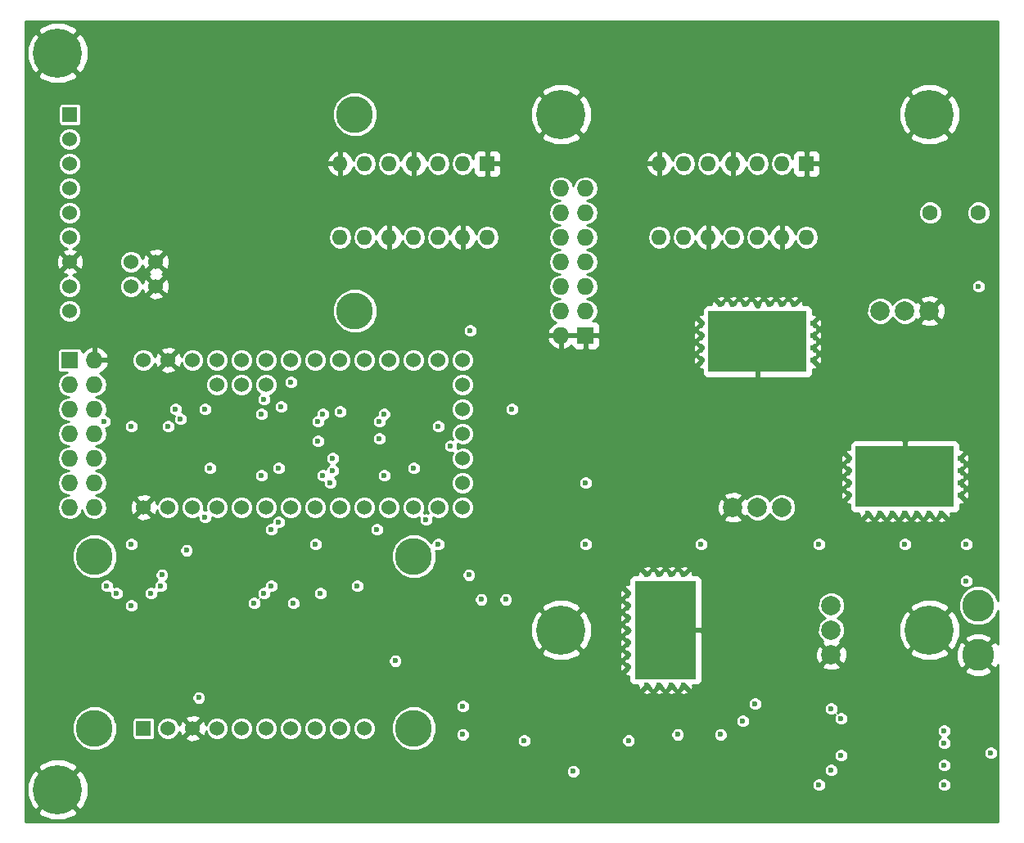
<source format=gbr>
G04 #@! TF.FileFunction,Copper,L2,Inr,Plane*
%FSLAX46Y46*%
G04 Gerber Fmt 4.6, Leading zero omitted, Abs format (unit mm)*
G04 Created by KiCad (PCBNEW 4.0.6) date Tuesday, June 20, 2017 'PMt' 02:00:50 PM*
%MOMM*%
%LPD*%
G01*
G04 APERTURE LIST*
%ADD10C,0.100000*%
%ADD11R,1.600000X1.600000*%
%ADD12O,1.600000X1.600000*%
%ADD13C,1.524000*%
%ADD14C,3.810000*%
%ADD15R,1.524000X1.524000*%
%ADD16C,3.300000*%
%ADD17C,5.080000*%
%ADD18R,1.727200X1.727200*%
%ADD19O,1.727200X1.727200*%
%ADD20C,0.600000*%
%ADD21C,2.000000*%
%ADD22R,10.160000X6.350000*%
%ADD23R,6.350000X10.160000*%
%ADD24C,1.600000*%
%ADD25C,0.254000*%
G04 APERTURE END LIST*
D10*
D11*
X165100000Y-78740000D03*
D12*
X149860000Y-86360000D03*
X162560000Y-78740000D03*
X152400000Y-86360000D03*
X160020000Y-78740000D03*
X154940000Y-86360000D03*
X157480000Y-78740000D03*
X157480000Y-86360000D03*
X154940000Y-78740000D03*
X160020000Y-86360000D03*
X152400000Y-78740000D03*
X162560000Y-86360000D03*
X149860000Y-78740000D03*
X165100000Y-86360000D03*
D11*
X198120000Y-78740000D03*
D12*
X182880000Y-86360000D03*
X195580000Y-78740000D03*
X185420000Y-86360000D03*
X193040000Y-78740000D03*
X187960000Y-86360000D03*
X190500000Y-78740000D03*
X190500000Y-86360000D03*
X187960000Y-78740000D03*
X193040000Y-86360000D03*
X185420000Y-78740000D03*
X195580000Y-86360000D03*
X182880000Y-78740000D03*
X198120000Y-86360000D03*
D13*
X128270000Y-88900000D03*
X130810000Y-88900000D03*
X128270000Y-91440000D03*
X130810000Y-91440000D03*
D14*
X151384000Y-73660000D03*
X151384000Y-93980000D03*
D15*
X121920000Y-73660000D03*
D13*
X121920000Y-76200000D03*
X121920000Y-78740000D03*
X121920000Y-81280000D03*
X121920000Y-83820000D03*
X121920000Y-86360000D03*
X121920000Y-88900000D03*
X121920000Y-91440000D03*
X121920000Y-93980000D03*
D14*
X124460000Y-137160000D03*
X124460000Y-119380000D03*
X157480000Y-119380000D03*
X157480000Y-137160000D03*
D15*
X129540000Y-137160000D03*
D13*
X132080000Y-137160000D03*
X134620000Y-137160000D03*
X137160000Y-137160000D03*
X139700000Y-137160000D03*
X142240000Y-137160000D03*
X144780000Y-137160000D03*
X147320000Y-137160000D03*
X149860000Y-137160000D03*
X152400000Y-137160000D03*
D16*
X215900000Y-129540000D03*
X215900000Y-124460000D03*
D17*
X172720000Y-127000000D03*
X210820000Y-127000000D03*
X210820000Y-73660000D03*
D18*
X175260000Y-96520000D03*
D19*
X172720000Y-96520000D03*
X175260000Y-93980000D03*
X172720000Y-93980000D03*
X175260000Y-91440000D03*
X172720000Y-91440000D03*
X175260000Y-88900000D03*
X172720000Y-88900000D03*
X175260000Y-86360000D03*
X172720000Y-86360000D03*
X175260000Y-83820000D03*
X172720000Y-83820000D03*
X175260000Y-81280000D03*
X172720000Y-81280000D03*
D17*
X172720000Y-73660000D03*
D18*
X121920000Y-99060000D03*
D19*
X124460000Y-99060000D03*
X121920000Y-101600000D03*
X124460000Y-101600000D03*
X121920000Y-104140000D03*
X124460000Y-104140000D03*
X121920000Y-106680000D03*
X124460000Y-106680000D03*
X121920000Y-109220000D03*
X124460000Y-109220000D03*
X121920000Y-111760000D03*
X124460000Y-111760000D03*
X121920000Y-114300000D03*
X124460000Y-114300000D03*
D17*
X120650000Y-67310000D03*
X120650000Y-143510000D03*
D20*
X204470000Y-114935000D03*
X205740000Y-114935000D03*
X207010000Y-114935000D03*
X212090000Y-114935000D03*
X210820000Y-114935000D03*
X209550000Y-114935000D03*
X208280000Y-114935000D03*
X213995000Y-113030000D03*
X213995000Y-111760000D03*
X213995000Y-110490000D03*
X213995000Y-109220000D03*
X202565000Y-109220000D03*
X202565000Y-110490000D03*
X202565000Y-111760000D03*
X202565000Y-113030000D03*
D21*
X210820000Y-93980000D03*
X208280000Y-93980000D03*
X205740000Y-93980000D03*
D22*
X208280000Y-111125000D03*
D20*
X196850000Y-93345000D03*
X195580000Y-93345000D03*
X194310000Y-93345000D03*
X189230000Y-93345000D03*
X190500000Y-93345000D03*
X191770000Y-93345000D03*
X193040000Y-93345000D03*
X187325000Y-95250000D03*
X187325000Y-96520000D03*
X187325000Y-97790000D03*
X187325000Y-99060000D03*
X198755000Y-99060000D03*
X198755000Y-97790000D03*
X198755000Y-96520000D03*
X198755000Y-95250000D03*
D21*
X190500000Y-114300000D03*
X193040000Y-114300000D03*
X195580000Y-114300000D03*
D22*
X193040000Y-97155000D03*
D20*
X179705000Y-123190000D03*
X179705000Y-124460000D03*
X179705000Y-125730000D03*
X179705000Y-130810000D03*
X179705000Y-129540000D03*
X179705000Y-128270000D03*
X179705000Y-127000000D03*
X181610000Y-132715000D03*
X182880000Y-132715000D03*
X184150000Y-132715000D03*
X185420000Y-132715000D03*
X185420000Y-121285000D03*
X184150000Y-121285000D03*
X182880000Y-121285000D03*
X181610000Y-121285000D03*
D21*
X200660000Y-129540000D03*
X200660000Y-127000000D03*
X200660000Y-124460000D03*
D23*
X183515000Y-127000000D03*
D24*
X215900000Y-83820000D03*
X210900000Y-83820000D03*
D13*
X129540000Y-114300000D03*
X132080000Y-114300000D03*
X134620000Y-114300000D03*
X137160000Y-114300000D03*
X139700000Y-114300000D03*
X142240000Y-114300000D03*
X144780000Y-114300000D03*
X147320000Y-114300000D03*
X149860000Y-114300000D03*
X152400000Y-114300000D03*
X154940000Y-114300000D03*
X157480000Y-114300000D03*
X160020000Y-114300000D03*
X162560000Y-114300000D03*
X162560000Y-99060000D03*
X160020000Y-99060000D03*
X157480000Y-99060000D03*
X154940000Y-99060000D03*
X152400000Y-99060000D03*
X149860000Y-99060000D03*
X147320000Y-99060000D03*
X144780000Y-99060000D03*
X142240000Y-99060000D03*
X139700000Y-99060000D03*
X137160000Y-99060000D03*
X134620000Y-99060000D03*
X132080000Y-99060000D03*
X129540000Y-99060000D03*
X137160000Y-101600000D03*
X139700000Y-101600000D03*
X142240000Y-101600000D03*
X162560000Y-101600000D03*
X162560000Y-104140000D03*
X162560000Y-106680000D03*
X162560000Y-109220000D03*
X162560000Y-111760000D03*
D20*
X165100000Y-145415000D03*
X176530000Y-144018000D03*
X171450000Y-144018000D03*
X181610000Y-144018000D03*
X186690000Y-144018000D03*
X191770000Y-144018000D03*
X196850000Y-144018000D03*
X194310000Y-133350000D03*
X193040000Y-119888000D03*
X150114000Y-111760000D03*
X153924000Y-110236000D03*
X143764000Y-111760000D03*
X147574000Y-110236000D03*
X141224000Y-110236000D03*
X137414000Y-111760000D03*
X153924000Y-103886000D03*
X150114000Y-105410000D03*
X147574000Y-103886000D03*
X143764000Y-105410000D03*
X141224000Y-103886000D03*
X137414000Y-105410000D03*
X216916000Y-141986000D03*
X207000000Y-90600000D03*
X147320000Y-118110000D03*
X192786000Y-134620000D03*
X217170000Y-139700000D03*
X128270000Y-124460000D03*
X161290000Y-107950000D03*
X164465000Y-123825000D03*
X167005000Y-123825000D03*
X187198000Y-118110000D03*
X141732000Y-104648000D03*
X154432000Y-110998000D03*
X148082000Y-110998000D03*
X141732000Y-110998000D03*
X154420000Y-104660000D03*
X148082000Y-104648000D03*
X140970000Y-124206000D03*
X136398000Y-110236000D03*
X145034000Y-124206000D03*
X155575000Y-130175000D03*
X184785000Y-137795000D03*
X143510000Y-110236000D03*
X149098000Y-110490000D03*
X151638000Y-122428000D03*
X142748000Y-122428000D03*
X131318000Y-122428000D03*
X125730000Y-122428000D03*
X160020000Y-105918000D03*
X126746000Y-123190000D03*
X130302000Y-123190000D03*
X141986000Y-123190000D03*
X147828000Y-123190000D03*
X173990000Y-141605000D03*
X135890000Y-115316000D03*
X143510000Y-115824000D03*
X148844000Y-111760000D03*
X163322000Y-96012000D03*
X157480000Y-110236000D03*
X153670000Y-116586000D03*
X142748000Y-116586000D03*
X149860000Y-104394000D03*
X149098000Y-109220000D03*
X144780000Y-101346000D03*
X153924000Y-107188000D03*
X153924000Y-105410000D03*
X143764000Y-103886000D03*
X141986000Y-103124000D03*
X147574000Y-105410000D03*
X147574000Y-107442000D03*
X135890000Y-104140000D03*
X132842000Y-104140000D03*
X128270000Y-118110000D03*
X179705000Y-138430000D03*
X168910000Y-138430000D03*
X135255000Y-133985000D03*
X131445000Y-121285000D03*
X133985000Y-118745000D03*
X128270000Y-105918000D03*
X132080000Y-105918000D03*
X125476000Y-105410000D03*
X133350000Y-105156000D03*
X212344000Y-138684000D03*
X191516000Y-136398000D03*
X201676000Y-139954000D03*
X201676000Y-136144000D03*
X163195000Y-121285000D03*
X160020000Y-118110000D03*
X158750000Y-115570000D03*
X199390000Y-143002000D03*
X212344000Y-143002000D03*
X175260000Y-118110000D03*
X167640000Y-104140000D03*
X175260000Y-111760000D03*
X212344000Y-140970000D03*
X200660000Y-141478000D03*
X200660000Y-135128000D03*
X162560000Y-134874000D03*
X212344000Y-137414000D03*
X162560000Y-137795000D03*
X199390000Y-118110000D03*
X208280000Y-118110000D03*
X189230000Y-137795000D03*
X214630000Y-121920000D03*
X214630000Y-118110000D03*
X215900000Y-91440000D03*
D25*
G36*
X217938000Y-123953413D02*
X217661822Y-123285011D01*
X217078062Y-122700232D01*
X216314953Y-122383361D01*
X215488672Y-122382640D01*
X214725011Y-122698178D01*
X214140232Y-123281938D01*
X213823361Y-124045047D01*
X213822640Y-124871328D01*
X214138178Y-125634989D01*
X214721938Y-126219768D01*
X215485047Y-126536639D01*
X216311328Y-126537360D01*
X217074989Y-126221822D01*
X217659768Y-125638062D01*
X217938000Y-124968006D01*
X217938000Y-128471737D01*
X217856666Y-128275379D01*
X217522314Y-128097291D01*
X216079605Y-129540000D01*
X217522314Y-130982709D01*
X217856666Y-130804621D01*
X217938000Y-130599458D01*
X217938000Y-146818000D01*
X117342000Y-146818000D01*
X117342000Y-145774744D01*
X118564862Y-145774744D01*
X118851431Y-146201584D01*
X120018363Y-146684982D01*
X121281457Y-146685018D01*
X122448417Y-146201685D01*
X122448569Y-146201584D01*
X122735138Y-145774744D01*
X120650000Y-143689605D01*
X118564862Y-145774744D01*
X117342000Y-145774744D01*
X117342000Y-144141457D01*
X117474982Y-144141457D01*
X117958315Y-145308417D01*
X117958416Y-145308569D01*
X118385256Y-145595138D01*
X120470395Y-143510000D01*
X120829605Y-143510000D01*
X122914744Y-145595138D01*
X123341584Y-145308569D01*
X123824982Y-144141637D01*
X123825010Y-143145975D01*
X198662874Y-143145975D01*
X198773320Y-143413275D01*
X198977650Y-143617961D01*
X199244756Y-143728874D01*
X199533975Y-143729126D01*
X199801275Y-143618680D01*
X200005961Y-143414350D01*
X200116874Y-143147244D01*
X200116875Y-143145975D01*
X211616874Y-143145975D01*
X211727320Y-143413275D01*
X211931650Y-143617961D01*
X212198756Y-143728874D01*
X212487975Y-143729126D01*
X212755275Y-143618680D01*
X212959961Y-143414350D01*
X213070874Y-143147244D01*
X213071126Y-142858025D01*
X212960680Y-142590725D01*
X212756350Y-142386039D01*
X212489244Y-142275126D01*
X212200025Y-142274874D01*
X211932725Y-142385320D01*
X211728039Y-142589650D01*
X211617126Y-142856756D01*
X211616874Y-143145975D01*
X200116875Y-143145975D01*
X200117126Y-142858025D01*
X200006680Y-142590725D01*
X199802350Y-142386039D01*
X199535244Y-142275126D01*
X199246025Y-142274874D01*
X198978725Y-142385320D01*
X198774039Y-142589650D01*
X198663126Y-142856756D01*
X198662874Y-143145975D01*
X123825010Y-143145975D01*
X123825018Y-142878543D01*
X123357173Y-141748975D01*
X173262874Y-141748975D01*
X173373320Y-142016275D01*
X173577650Y-142220961D01*
X173844756Y-142331874D01*
X174133975Y-142332126D01*
X174401275Y-142221680D01*
X174605961Y-142017350D01*
X174716874Y-141750244D01*
X174716985Y-141621975D01*
X199932874Y-141621975D01*
X200043320Y-141889275D01*
X200247650Y-142093961D01*
X200514756Y-142204874D01*
X200803975Y-142205126D01*
X201071275Y-142094680D01*
X201275961Y-141890350D01*
X201386874Y-141623244D01*
X201387126Y-141334025D01*
X201296204Y-141113975D01*
X211616874Y-141113975D01*
X211727320Y-141381275D01*
X211931650Y-141585961D01*
X212198756Y-141696874D01*
X212487975Y-141697126D01*
X212755275Y-141586680D01*
X212959961Y-141382350D01*
X213070874Y-141115244D01*
X213071126Y-140826025D01*
X212960680Y-140558725D01*
X212756350Y-140354039D01*
X212489244Y-140243126D01*
X212200025Y-140242874D01*
X211932725Y-140353320D01*
X211728039Y-140557650D01*
X211617126Y-140824756D01*
X211616874Y-141113975D01*
X201296204Y-141113975D01*
X201276680Y-141066725D01*
X201072350Y-140862039D01*
X200805244Y-140751126D01*
X200516025Y-140750874D01*
X200248725Y-140861320D01*
X200044039Y-141065650D01*
X199933126Y-141332756D01*
X199932874Y-141621975D01*
X174716985Y-141621975D01*
X174717126Y-141461025D01*
X174606680Y-141193725D01*
X174402350Y-140989039D01*
X174135244Y-140878126D01*
X173846025Y-140877874D01*
X173578725Y-140988320D01*
X173374039Y-141192650D01*
X173263126Y-141459756D01*
X173262874Y-141748975D01*
X123357173Y-141748975D01*
X123341685Y-141711583D01*
X123341584Y-141711431D01*
X122914744Y-141424862D01*
X120829605Y-143510000D01*
X120470395Y-143510000D01*
X118385256Y-141424862D01*
X117958416Y-141711431D01*
X117475018Y-142878363D01*
X117474982Y-144141457D01*
X117342000Y-144141457D01*
X117342000Y-141245256D01*
X118564862Y-141245256D01*
X120650000Y-143330395D01*
X122735138Y-141245256D01*
X122448569Y-140818416D01*
X121281637Y-140335018D01*
X120018543Y-140334982D01*
X118851583Y-140818315D01*
X118851431Y-140818416D01*
X118564862Y-141245256D01*
X117342000Y-141245256D01*
X117342000Y-140097975D01*
X200948874Y-140097975D01*
X201059320Y-140365275D01*
X201263650Y-140569961D01*
X201530756Y-140680874D01*
X201819975Y-140681126D01*
X202087275Y-140570680D01*
X202291961Y-140366350D01*
X202402874Y-140099244D01*
X202403096Y-139843975D01*
X216442874Y-139843975D01*
X216553320Y-140111275D01*
X216757650Y-140315961D01*
X217024756Y-140426874D01*
X217313975Y-140427126D01*
X217581275Y-140316680D01*
X217785961Y-140112350D01*
X217896874Y-139845244D01*
X217897126Y-139556025D01*
X217786680Y-139288725D01*
X217582350Y-139084039D01*
X217315244Y-138973126D01*
X217026025Y-138972874D01*
X216758725Y-139083320D01*
X216554039Y-139287650D01*
X216443126Y-139554756D01*
X216442874Y-139843975D01*
X202403096Y-139843975D01*
X202403126Y-139810025D01*
X202292680Y-139542725D01*
X202088350Y-139338039D01*
X201821244Y-139227126D01*
X201532025Y-139226874D01*
X201264725Y-139337320D01*
X201060039Y-139541650D01*
X200949126Y-139808756D01*
X200948874Y-140097975D01*
X117342000Y-140097975D01*
X117342000Y-137621828D01*
X122127596Y-137621828D01*
X122481873Y-138479246D01*
X123137303Y-139135821D01*
X123994101Y-139491595D01*
X124921828Y-139492404D01*
X125779246Y-139138127D01*
X126435821Y-138482697D01*
X126791595Y-137625899D01*
X126792404Y-136698172D01*
X126668376Y-136398000D01*
X128342635Y-136398000D01*
X128342635Y-137922000D01*
X128372409Y-138080237D01*
X128465927Y-138225567D01*
X128608619Y-138323064D01*
X128778000Y-138357365D01*
X130302000Y-138357365D01*
X130460237Y-138327591D01*
X130605567Y-138234073D01*
X130703064Y-138091381D01*
X130737365Y-137922000D01*
X130737365Y-137395469D01*
X130890794Y-137395469D01*
X131071427Y-137832635D01*
X131405606Y-138167397D01*
X131842456Y-138348793D01*
X132315469Y-138349206D01*
X132752635Y-138168573D01*
X132781044Y-138140213D01*
X133819392Y-138140213D01*
X133888857Y-138382397D01*
X134412302Y-138569144D01*
X134967368Y-138541362D01*
X135351143Y-138382397D01*
X135420608Y-138140213D01*
X134620000Y-137339605D01*
X133819392Y-138140213D01*
X132781044Y-138140213D01*
X133087397Y-137834394D01*
X133236976Y-137474167D01*
X133238638Y-137507368D01*
X133397603Y-137891143D01*
X133639787Y-137960608D01*
X134440395Y-137160000D01*
X134799605Y-137160000D01*
X135600213Y-137960608D01*
X135842397Y-137891143D01*
X135996790Y-137458385D01*
X136151427Y-137832635D01*
X136485606Y-138167397D01*
X136922456Y-138348793D01*
X137395469Y-138349206D01*
X137832635Y-138168573D01*
X138167397Y-137834394D01*
X138348793Y-137397544D01*
X138348794Y-137395469D01*
X138510794Y-137395469D01*
X138691427Y-137832635D01*
X139025606Y-138167397D01*
X139462456Y-138348793D01*
X139935469Y-138349206D01*
X140372635Y-138168573D01*
X140707397Y-137834394D01*
X140888793Y-137397544D01*
X140888794Y-137395469D01*
X141050794Y-137395469D01*
X141231427Y-137832635D01*
X141565606Y-138167397D01*
X142002456Y-138348793D01*
X142475469Y-138349206D01*
X142912635Y-138168573D01*
X143247397Y-137834394D01*
X143428793Y-137397544D01*
X143428794Y-137395469D01*
X143590794Y-137395469D01*
X143771427Y-137832635D01*
X144105606Y-138167397D01*
X144542456Y-138348793D01*
X145015469Y-138349206D01*
X145452635Y-138168573D01*
X145787397Y-137834394D01*
X145968793Y-137397544D01*
X145968794Y-137395469D01*
X146130794Y-137395469D01*
X146311427Y-137832635D01*
X146645606Y-138167397D01*
X147082456Y-138348793D01*
X147555469Y-138349206D01*
X147992635Y-138168573D01*
X148327397Y-137834394D01*
X148508793Y-137397544D01*
X148508794Y-137395469D01*
X148670794Y-137395469D01*
X148851427Y-137832635D01*
X149185606Y-138167397D01*
X149622456Y-138348793D01*
X150095469Y-138349206D01*
X150532635Y-138168573D01*
X150867397Y-137834394D01*
X151048793Y-137397544D01*
X151048794Y-137395469D01*
X151210794Y-137395469D01*
X151391427Y-137832635D01*
X151725606Y-138167397D01*
X152162456Y-138348793D01*
X152635469Y-138349206D01*
X153072635Y-138168573D01*
X153407397Y-137834394D01*
X153495662Y-137621828D01*
X155147596Y-137621828D01*
X155501873Y-138479246D01*
X156157303Y-139135821D01*
X157014101Y-139491595D01*
X157941828Y-139492404D01*
X158799246Y-139138127D01*
X159364383Y-138573975D01*
X168182874Y-138573975D01*
X168293320Y-138841275D01*
X168497650Y-139045961D01*
X168764756Y-139156874D01*
X169053975Y-139157126D01*
X169321275Y-139046680D01*
X169525961Y-138842350D01*
X169636874Y-138575244D01*
X169636875Y-138573975D01*
X178977874Y-138573975D01*
X179088320Y-138841275D01*
X179292650Y-139045961D01*
X179559756Y-139156874D01*
X179848975Y-139157126D01*
X180116275Y-139046680D01*
X180320961Y-138842350D01*
X180431874Y-138575244D01*
X180432126Y-138286025D01*
X180321680Y-138018725D01*
X180242069Y-137938975D01*
X184057874Y-137938975D01*
X184168320Y-138206275D01*
X184372650Y-138410961D01*
X184639756Y-138521874D01*
X184928975Y-138522126D01*
X185196275Y-138411680D01*
X185400961Y-138207350D01*
X185511874Y-137940244D01*
X185511875Y-137938975D01*
X188502874Y-137938975D01*
X188613320Y-138206275D01*
X188817650Y-138410961D01*
X189084756Y-138521874D01*
X189373975Y-138522126D01*
X189641275Y-138411680D01*
X189845961Y-138207350D01*
X189956874Y-137940244D01*
X189957126Y-137651025D01*
X189918679Y-137557975D01*
X211616874Y-137557975D01*
X211727320Y-137825275D01*
X211931650Y-138029961D01*
X211977282Y-138048909D01*
X211932725Y-138067320D01*
X211728039Y-138271650D01*
X211617126Y-138538756D01*
X211616874Y-138827975D01*
X211727320Y-139095275D01*
X211931650Y-139299961D01*
X212198756Y-139410874D01*
X212487975Y-139411126D01*
X212755275Y-139300680D01*
X212959961Y-139096350D01*
X213070874Y-138829244D01*
X213071126Y-138540025D01*
X212960680Y-138272725D01*
X212756350Y-138068039D01*
X212710718Y-138049091D01*
X212755275Y-138030680D01*
X212959961Y-137826350D01*
X213070874Y-137559244D01*
X213071126Y-137270025D01*
X212960680Y-137002725D01*
X212756350Y-136798039D01*
X212489244Y-136687126D01*
X212200025Y-136686874D01*
X211932725Y-136797320D01*
X211728039Y-137001650D01*
X211617126Y-137268756D01*
X211616874Y-137557975D01*
X189918679Y-137557975D01*
X189846680Y-137383725D01*
X189642350Y-137179039D01*
X189375244Y-137068126D01*
X189086025Y-137067874D01*
X188818725Y-137178320D01*
X188614039Y-137382650D01*
X188503126Y-137649756D01*
X188502874Y-137938975D01*
X185511875Y-137938975D01*
X185512126Y-137651025D01*
X185401680Y-137383725D01*
X185197350Y-137179039D01*
X184930244Y-137068126D01*
X184641025Y-137067874D01*
X184373725Y-137178320D01*
X184169039Y-137382650D01*
X184058126Y-137649756D01*
X184057874Y-137938975D01*
X180242069Y-137938975D01*
X180117350Y-137814039D01*
X179850244Y-137703126D01*
X179561025Y-137702874D01*
X179293725Y-137813320D01*
X179089039Y-138017650D01*
X178978126Y-138284756D01*
X178977874Y-138573975D01*
X169636875Y-138573975D01*
X169637126Y-138286025D01*
X169526680Y-138018725D01*
X169322350Y-137814039D01*
X169055244Y-137703126D01*
X168766025Y-137702874D01*
X168498725Y-137813320D01*
X168294039Y-138017650D01*
X168183126Y-138284756D01*
X168182874Y-138573975D01*
X159364383Y-138573975D01*
X159455821Y-138482697D01*
X159681594Y-137938975D01*
X161832874Y-137938975D01*
X161943320Y-138206275D01*
X162147650Y-138410961D01*
X162414756Y-138521874D01*
X162703975Y-138522126D01*
X162971275Y-138411680D01*
X163175961Y-138207350D01*
X163286874Y-137940244D01*
X163287126Y-137651025D01*
X163176680Y-137383725D01*
X162972350Y-137179039D01*
X162705244Y-137068126D01*
X162416025Y-137067874D01*
X162148725Y-137178320D01*
X161944039Y-137382650D01*
X161833126Y-137649756D01*
X161832874Y-137938975D01*
X159681594Y-137938975D01*
X159811595Y-137625899D01*
X159812404Y-136698172D01*
X159747865Y-136541975D01*
X190788874Y-136541975D01*
X190899320Y-136809275D01*
X191103650Y-137013961D01*
X191370756Y-137124874D01*
X191659975Y-137125126D01*
X191927275Y-137014680D01*
X192131961Y-136810350D01*
X192242874Y-136543244D01*
X192243126Y-136254025D01*
X192132680Y-135986725D01*
X191928350Y-135782039D01*
X191661244Y-135671126D01*
X191372025Y-135670874D01*
X191104725Y-135781320D01*
X190900039Y-135985650D01*
X190789126Y-136252756D01*
X190788874Y-136541975D01*
X159747865Y-136541975D01*
X159458127Y-135840754D01*
X158802697Y-135184179D01*
X158402434Y-135017975D01*
X161832874Y-135017975D01*
X161943320Y-135285275D01*
X162147650Y-135489961D01*
X162414756Y-135600874D01*
X162703975Y-135601126D01*
X162971275Y-135490680D01*
X163175961Y-135286350D01*
X163286874Y-135019244D01*
X163287096Y-134763975D01*
X192058874Y-134763975D01*
X192169320Y-135031275D01*
X192373650Y-135235961D01*
X192640756Y-135346874D01*
X192929975Y-135347126D01*
X193111854Y-135271975D01*
X199932874Y-135271975D01*
X200043320Y-135539275D01*
X200247650Y-135743961D01*
X200514756Y-135854874D01*
X200803975Y-135855126D01*
X201051181Y-135752983D01*
X200949126Y-135998756D01*
X200948874Y-136287975D01*
X201059320Y-136555275D01*
X201263650Y-136759961D01*
X201530756Y-136870874D01*
X201819975Y-136871126D01*
X202087275Y-136760680D01*
X202291961Y-136556350D01*
X202402874Y-136289244D01*
X202403126Y-136000025D01*
X202292680Y-135732725D01*
X202088350Y-135528039D01*
X201821244Y-135417126D01*
X201532025Y-135416874D01*
X201284819Y-135519017D01*
X201386874Y-135273244D01*
X201387126Y-134984025D01*
X201276680Y-134716725D01*
X201072350Y-134512039D01*
X200805244Y-134401126D01*
X200516025Y-134400874D01*
X200248725Y-134511320D01*
X200044039Y-134715650D01*
X199933126Y-134982756D01*
X199932874Y-135271975D01*
X193111854Y-135271975D01*
X193197275Y-135236680D01*
X193401961Y-135032350D01*
X193512874Y-134765244D01*
X193513126Y-134476025D01*
X193402680Y-134208725D01*
X193198350Y-134004039D01*
X192931244Y-133893126D01*
X192642025Y-133892874D01*
X192374725Y-134003320D01*
X192170039Y-134207650D01*
X192059126Y-134474756D01*
X192058874Y-134763975D01*
X163287096Y-134763975D01*
X163287126Y-134730025D01*
X163176680Y-134462725D01*
X162972350Y-134258039D01*
X162705244Y-134147126D01*
X162416025Y-134146874D01*
X162148725Y-134257320D01*
X161944039Y-134461650D01*
X161833126Y-134728756D01*
X161832874Y-135017975D01*
X158402434Y-135017975D01*
X157945899Y-134828405D01*
X157018172Y-134827596D01*
X156160754Y-135181873D01*
X155504179Y-135837303D01*
X155148405Y-136694101D01*
X155147596Y-137621828D01*
X153495662Y-137621828D01*
X153588793Y-137397544D01*
X153589206Y-136924531D01*
X153408573Y-136487365D01*
X153074394Y-136152603D01*
X152637544Y-135971207D01*
X152164531Y-135970794D01*
X151727365Y-136151427D01*
X151392603Y-136485606D01*
X151211207Y-136922456D01*
X151210794Y-137395469D01*
X151048794Y-137395469D01*
X151049206Y-136924531D01*
X150868573Y-136487365D01*
X150534394Y-136152603D01*
X150097544Y-135971207D01*
X149624531Y-135970794D01*
X149187365Y-136151427D01*
X148852603Y-136485606D01*
X148671207Y-136922456D01*
X148670794Y-137395469D01*
X148508794Y-137395469D01*
X148509206Y-136924531D01*
X148328573Y-136487365D01*
X147994394Y-136152603D01*
X147557544Y-135971207D01*
X147084531Y-135970794D01*
X146647365Y-136151427D01*
X146312603Y-136485606D01*
X146131207Y-136922456D01*
X146130794Y-137395469D01*
X145968794Y-137395469D01*
X145969206Y-136924531D01*
X145788573Y-136487365D01*
X145454394Y-136152603D01*
X145017544Y-135971207D01*
X144544531Y-135970794D01*
X144107365Y-136151427D01*
X143772603Y-136485606D01*
X143591207Y-136922456D01*
X143590794Y-137395469D01*
X143428794Y-137395469D01*
X143429206Y-136924531D01*
X143248573Y-136487365D01*
X142914394Y-136152603D01*
X142477544Y-135971207D01*
X142004531Y-135970794D01*
X141567365Y-136151427D01*
X141232603Y-136485606D01*
X141051207Y-136922456D01*
X141050794Y-137395469D01*
X140888794Y-137395469D01*
X140889206Y-136924531D01*
X140708573Y-136487365D01*
X140374394Y-136152603D01*
X139937544Y-135971207D01*
X139464531Y-135970794D01*
X139027365Y-136151427D01*
X138692603Y-136485606D01*
X138511207Y-136922456D01*
X138510794Y-137395469D01*
X138348794Y-137395469D01*
X138349206Y-136924531D01*
X138168573Y-136487365D01*
X137834394Y-136152603D01*
X137397544Y-135971207D01*
X136924531Y-135970794D01*
X136487365Y-136151427D01*
X136152603Y-136485606D01*
X136003024Y-136845833D01*
X136001362Y-136812632D01*
X135842397Y-136428857D01*
X135600213Y-136359392D01*
X134799605Y-137160000D01*
X134440395Y-137160000D01*
X133639787Y-136359392D01*
X133397603Y-136428857D01*
X133243210Y-136861615D01*
X133088573Y-136487365D01*
X132781531Y-136179787D01*
X133819392Y-136179787D01*
X134620000Y-136980395D01*
X135420608Y-136179787D01*
X135351143Y-135937603D01*
X134827698Y-135750856D01*
X134272632Y-135778638D01*
X133888857Y-135937603D01*
X133819392Y-136179787D01*
X132781531Y-136179787D01*
X132754394Y-136152603D01*
X132317544Y-135971207D01*
X131844531Y-135970794D01*
X131407365Y-136151427D01*
X131072603Y-136485606D01*
X130891207Y-136922456D01*
X130890794Y-137395469D01*
X130737365Y-137395469D01*
X130737365Y-136398000D01*
X130707591Y-136239763D01*
X130614073Y-136094433D01*
X130471381Y-135996936D01*
X130302000Y-135962635D01*
X128778000Y-135962635D01*
X128619763Y-135992409D01*
X128474433Y-136085927D01*
X128376936Y-136228619D01*
X128342635Y-136398000D01*
X126668376Y-136398000D01*
X126438127Y-135840754D01*
X125782697Y-135184179D01*
X124925899Y-134828405D01*
X123998172Y-134827596D01*
X123140754Y-135181873D01*
X122484179Y-135837303D01*
X122128405Y-136694101D01*
X122127596Y-137621828D01*
X117342000Y-137621828D01*
X117342000Y-134128975D01*
X134527874Y-134128975D01*
X134638320Y-134396275D01*
X134842650Y-134600961D01*
X135109756Y-134711874D01*
X135398975Y-134712126D01*
X135666275Y-134601680D01*
X135870961Y-134397350D01*
X135981874Y-134130244D01*
X135982126Y-133841025D01*
X135871680Y-133573725D01*
X135667350Y-133369039D01*
X135644195Y-133359424D01*
X181145181Y-133359424D01*
X181157393Y-133554025D01*
X181512927Y-133663363D01*
X181883239Y-133628322D01*
X182062607Y-133554025D01*
X182074819Y-133359424D01*
X182415181Y-133359424D01*
X182427393Y-133554025D01*
X182782927Y-133663363D01*
X183153239Y-133628322D01*
X183332607Y-133554025D01*
X183344819Y-133359424D01*
X183685181Y-133359424D01*
X183697393Y-133554025D01*
X184052927Y-133663363D01*
X184423239Y-133628322D01*
X184602607Y-133554025D01*
X184614819Y-133359424D01*
X184955181Y-133359424D01*
X184967393Y-133554025D01*
X185322927Y-133663363D01*
X185693239Y-133628322D01*
X185872607Y-133554025D01*
X185884819Y-133359424D01*
X185420000Y-132894605D01*
X184955181Y-133359424D01*
X184614819Y-133359424D01*
X184150000Y-132894605D01*
X183685181Y-133359424D01*
X183344819Y-133359424D01*
X182880000Y-132894605D01*
X182415181Y-133359424D01*
X182074819Y-133359424D01*
X181610000Y-132894605D01*
X181145181Y-133359424D01*
X135644195Y-133359424D01*
X135400244Y-133258126D01*
X135111025Y-133257874D01*
X134843725Y-133368320D01*
X134639039Y-133572650D01*
X134528126Y-133839756D01*
X134527874Y-134128975D01*
X117342000Y-134128975D01*
X117342000Y-130318975D01*
X154847874Y-130318975D01*
X154958320Y-130586275D01*
X155162650Y-130790961D01*
X155429756Y-130901874D01*
X155718975Y-130902126D01*
X155986275Y-130791680D01*
X156065165Y-130712927D01*
X178756637Y-130712927D01*
X178791678Y-131083239D01*
X178865975Y-131262607D01*
X179060576Y-131274819D01*
X179525395Y-130810000D01*
X179060576Y-130345181D01*
X178865975Y-130357393D01*
X178756637Y-130712927D01*
X156065165Y-130712927D01*
X156190961Y-130587350D01*
X156301874Y-130320244D01*
X156302126Y-130031025D01*
X156191680Y-129763725D01*
X155987350Y-129559039D01*
X155720244Y-129448126D01*
X155431025Y-129447874D01*
X155163725Y-129558320D01*
X154959039Y-129762650D01*
X154848126Y-130029756D01*
X154847874Y-130318975D01*
X117342000Y-130318975D01*
X117342000Y-129264744D01*
X170634862Y-129264744D01*
X170921431Y-129691584D01*
X172088363Y-130174982D01*
X173351457Y-130175018D01*
X174518417Y-129691685D01*
X174518569Y-129691584D01*
X174685510Y-129442927D01*
X178756637Y-129442927D01*
X178791678Y-129813239D01*
X178865975Y-129992607D01*
X179060576Y-130004819D01*
X179525395Y-129540000D01*
X179060576Y-129075181D01*
X178865975Y-129087393D01*
X178756637Y-129442927D01*
X174685510Y-129442927D01*
X174805138Y-129264744D01*
X172720000Y-127179605D01*
X170634862Y-129264744D01*
X117342000Y-129264744D01*
X117342000Y-127631457D01*
X169544982Y-127631457D01*
X170028315Y-128798417D01*
X170028416Y-128798569D01*
X170455256Y-129085138D01*
X172540395Y-127000000D01*
X172899605Y-127000000D01*
X174984744Y-129085138D01*
X175411584Y-128798569D01*
X175670754Y-128172927D01*
X178756637Y-128172927D01*
X178791678Y-128543239D01*
X178865975Y-128722607D01*
X179060576Y-128734819D01*
X179525395Y-128270000D01*
X179060576Y-127805181D01*
X178865975Y-127817393D01*
X178756637Y-128172927D01*
X175670754Y-128172927D01*
X175894982Y-127631637D01*
X175895002Y-126902927D01*
X178756637Y-126902927D01*
X178791678Y-127273239D01*
X178865975Y-127452607D01*
X179060576Y-127464819D01*
X179525395Y-127000000D01*
X179060576Y-126535181D01*
X178865975Y-126547393D01*
X178756637Y-126902927D01*
X175895002Y-126902927D01*
X175895018Y-126368543D01*
X175590340Y-125632927D01*
X178756637Y-125632927D01*
X178791678Y-126003239D01*
X178865975Y-126182607D01*
X179060576Y-126194819D01*
X179525395Y-125730000D01*
X179060576Y-125265181D01*
X178865975Y-125277393D01*
X178756637Y-125632927D01*
X175590340Y-125632927D01*
X175411685Y-125201583D01*
X175411584Y-125201431D01*
X174984744Y-124914862D01*
X172899605Y-127000000D01*
X172540395Y-127000000D01*
X170455256Y-124914862D01*
X170028416Y-125201431D01*
X169545018Y-126368363D01*
X169544982Y-127631457D01*
X117342000Y-127631457D01*
X117342000Y-124603975D01*
X127542874Y-124603975D01*
X127653320Y-124871275D01*
X127857650Y-125075961D01*
X128124756Y-125186874D01*
X128413975Y-125187126D01*
X128681275Y-125076680D01*
X128885961Y-124872350D01*
X128996874Y-124605244D01*
X128997096Y-124349975D01*
X140242874Y-124349975D01*
X140353320Y-124617275D01*
X140557650Y-124821961D01*
X140824756Y-124932874D01*
X141113975Y-124933126D01*
X141381275Y-124822680D01*
X141585961Y-124618350D01*
X141696874Y-124351244D01*
X141696875Y-124349975D01*
X144306874Y-124349975D01*
X144417320Y-124617275D01*
X144621650Y-124821961D01*
X144888756Y-124932874D01*
X145177975Y-124933126D01*
X145445275Y-124822680D01*
X145532851Y-124735256D01*
X170634862Y-124735256D01*
X172720000Y-126820395D01*
X174805138Y-124735256D01*
X174555167Y-124362927D01*
X178756637Y-124362927D01*
X178791678Y-124733239D01*
X178865975Y-124912607D01*
X179060576Y-124924819D01*
X179525395Y-124460000D01*
X179060576Y-123995181D01*
X178865975Y-124007393D01*
X178756637Y-124362927D01*
X174555167Y-124362927D01*
X174518569Y-124308416D01*
X173351637Y-123825018D01*
X172088543Y-123824982D01*
X170921583Y-124308315D01*
X170921431Y-124308416D01*
X170634862Y-124735256D01*
X145532851Y-124735256D01*
X145649961Y-124618350D01*
X145760874Y-124351244D01*
X145761126Y-124062025D01*
X145722679Y-123968975D01*
X163737874Y-123968975D01*
X163848320Y-124236275D01*
X164052650Y-124440961D01*
X164319756Y-124551874D01*
X164608975Y-124552126D01*
X164876275Y-124441680D01*
X165080961Y-124237350D01*
X165191874Y-123970244D01*
X165191875Y-123968975D01*
X166277874Y-123968975D01*
X166388320Y-124236275D01*
X166592650Y-124440961D01*
X166859756Y-124551874D01*
X167148975Y-124552126D01*
X167416275Y-124441680D01*
X167620961Y-124237350D01*
X167731874Y-123970244D01*
X167732126Y-123681025D01*
X167621680Y-123413725D01*
X167417350Y-123209039D01*
X167150244Y-123098126D01*
X166861025Y-123097874D01*
X166593725Y-123208320D01*
X166389039Y-123412650D01*
X166278126Y-123679756D01*
X166277874Y-123968975D01*
X165191875Y-123968975D01*
X165192126Y-123681025D01*
X165081680Y-123413725D01*
X164877350Y-123209039D01*
X164610244Y-123098126D01*
X164321025Y-123097874D01*
X164053725Y-123208320D01*
X163849039Y-123412650D01*
X163738126Y-123679756D01*
X163737874Y-123968975D01*
X145722679Y-123968975D01*
X145650680Y-123794725D01*
X145446350Y-123590039D01*
X145179244Y-123479126D01*
X144890025Y-123478874D01*
X144622725Y-123589320D01*
X144418039Y-123793650D01*
X144307126Y-124060756D01*
X144306874Y-124349975D01*
X141696875Y-124349975D01*
X141697126Y-124062025D01*
X141594983Y-123814819D01*
X141840756Y-123916874D01*
X142129975Y-123917126D01*
X142397275Y-123806680D01*
X142601961Y-123602350D01*
X142712874Y-123335244D01*
X142712875Y-123333975D01*
X147100874Y-123333975D01*
X147211320Y-123601275D01*
X147415650Y-123805961D01*
X147682756Y-123916874D01*
X147971975Y-123917126D01*
X148239275Y-123806680D01*
X148443961Y-123602350D01*
X148554874Y-123335244D01*
X148555126Y-123046025D01*
X148444680Y-122778725D01*
X148240350Y-122574039D01*
X148235380Y-122571975D01*
X150910874Y-122571975D01*
X151021320Y-122839275D01*
X151225650Y-123043961D01*
X151492756Y-123154874D01*
X151781975Y-123155126D01*
X151932508Y-123092927D01*
X178756637Y-123092927D01*
X178791678Y-123463239D01*
X178865975Y-123642607D01*
X179060576Y-123654819D01*
X179525395Y-123190000D01*
X179060576Y-122725181D01*
X178865975Y-122737393D01*
X178756637Y-123092927D01*
X151932508Y-123092927D01*
X152049275Y-123044680D01*
X152253961Y-122840350D01*
X152364874Y-122573244D01*
X152364898Y-122545576D01*
X179240181Y-122545576D01*
X179705000Y-123010395D01*
X179705000Y-123369605D01*
X179537978Y-123536627D01*
X179431761Y-123546678D01*
X179252393Y-123620975D01*
X179240181Y-123815576D01*
X179249605Y-123825000D01*
X179240181Y-123834424D01*
X179252393Y-124029025D01*
X179543001Y-124118396D01*
X179705000Y-124280395D01*
X179705000Y-124639605D01*
X179537978Y-124806627D01*
X179431761Y-124816678D01*
X179252393Y-124890975D01*
X179240181Y-125085576D01*
X179249605Y-125095000D01*
X179240181Y-125104424D01*
X179252393Y-125299025D01*
X179543001Y-125388396D01*
X179705000Y-125550395D01*
X179705000Y-125909605D01*
X179537978Y-126076627D01*
X179431761Y-126086678D01*
X179252393Y-126160975D01*
X179240181Y-126355576D01*
X179249605Y-126365000D01*
X179240181Y-126374424D01*
X179252393Y-126569025D01*
X179543001Y-126658396D01*
X179705000Y-126820395D01*
X179719143Y-126806253D01*
X179898748Y-126985858D01*
X179884605Y-127000000D01*
X179898748Y-127014143D01*
X179719143Y-127193748D01*
X179705000Y-127179605D01*
X179537978Y-127346627D01*
X179431761Y-127356678D01*
X179252393Y-127430975D01*
X179240181Y-127625576D01*
X179249605Y-127635000D01*
X179240181Y-127644424D01*
X179252393Y-127839025D01*
X179543001Y-127928396D01*
X179705000Y-128090395D01*
X179705000Y-128449605D01*
X179537978Y-128616627D01*
X179431761Y-128626678D01*
X179252393Y-128700975D01*
X179240181Y-128895576D01*
X179249605Y-128905000D01*
X179240181Y-128914424D01*
X179252393Y-129109025D01*
X179543001Y-129198396D01*
X179705000Y-129360395D01*
X179705000Y-129719605D01*
X179537978Y-129886627D01*
X179431761Y-129896678D01*
X179252393Y-129970975D01*
X179240181Y-130165576D01*
X179249605Y-130175000D01*
X179240181Y-130184424D01*
X179252393Y-130379025D01*
X179543001Y-130468396D01*
X179705000Y-130630395D01*
X179705000Y-130989605D01*
X179240181Y-131454424D01*
X179252393Y-131649025D01*
X179607927Y-131758363D01*
X179705000Y-131749177D01*
X179705000Y-132206309D01*
X179801673Y-132439698D01*
X179980301Y-132618327D01*
X180213690Y-132715000D01*
X180670823Y-132715000D01*
X180696678Y-132988239D01*
X180770975Y-133167607D01*
X180965576Y-133179819D01*
X181430395Y-132715000D01*
X181789605Y-132715000D01*
X181956627Y-132882022D01*
X181966678Y-132988239D01*
X182040975Y-133167607D01*
X182235576Y-133179819D01*
X182245000Y-133170395D01*
X182254424Y-133179819D01*
X182449025Y-133167607D01*
X182538396Y-132876999D01*
X182700395Y-132715000D01*
X183059605Y-132715000D01*
X183226627Y-132882022D01*
X183236678Y-132988239D01*
X183310975Y-133167607D01*
X183505576Y-133179819D01*
X183515000Y-133170395D01*
X183524424Y-133179819D01*
X183719025Y-133167607D01*
X183808396Y-132876999D01*
X183970395Y-132715000D01*
X184329605Y-132715000D01*
X184496627Y-132882022D01*
X184506678Y-132988239D01*
X184580975Y-133167607D01*
X184775576Y-133179819D01*
X184785000Y-133170395D01*
X184794424Y-133179819D01*
X184989025Y-133167607D01*
X185078396Y-132876999D01*
X185240395Y-132715000D01*
X185599605Y-132715000D01*
X186064424Y-133179819D01*
X186259025Y-133167607D01*
X186368363Y-132812073D01*
X186359177Y-132715000D01*
X186816310Y-132715000D01*
X187049699Y-132618327D01*
X187228327Y-132439698D01*
X187325000Y-132206309D01*
X187325000Y-130692532D01*
X199687073Y-130692532D01*
X199785736Y-130959387D01*
X200395461Y-131185908D01*
X201033082Y-131162314D01*
X214457291Y-131162314D01*
X214635379Y-131496666D01*
X215480426Y-131831673D01*
X216389350Y-131817794D01*
X217164621Y-131496666D01*
X217342709Y-131162314D01*
X215900000Y-129719605D01*
X214457291Y-131162314D01*
X201033082Y-131162314D01*
X201045460Y-131161856D01*
X201534264Y-130959387D01*
X201632927Y-130692532D01*
X200660000Y-129719605D01*
X199687073Y-130692532D01*
X187325000Y-130692532D01*
X187325000Y-129275461D01*
X199014092Y-129275461D01*
X199038144Y-129925460D01*
X199240613Y-130414264D01*
X199507468Y-130512927D01*
X200480395Y-129540000D01*
X200839605Y-129540000D01*
X201812532Y-130512927D01*
X202079387Y-130414264D01*
X202305908Y-129804539D01*
X202285934Y-129264744D01*
X208734862Y-129264744D01*
X209021431Y-129691584D01*
X210188363Y-130174982D01*
X211451457Y-130175018D01*
X212618417Y-129691685D01*
X212618569Y-129691584D01*
X212905138Y-129264744D01*
X212760821Y-129120426D01*
X213608327Y-129120426D01*
X213622206Y-130029350D01*
X213943334Y-130804621D01*
X214277686Y-130982709D01*
X215720395Y-129540000D01*
X214277686Y-128097291D01*
X213943334Y-128275379D01*
X213608327Y-129120426D01*
X212760821Y-129120426D01*
X210820000Y-127179605D01*
X208734862Y-129264744D01*
X202285934Y-129264744D01*
X202281856Y-129154540D01*
X202079387Y-128665736D01*
X201812532Y-128567073D01*
X200839605Y-129540000D01*
X200480395Y-129540000D01*
X199507468Y-128567073D01*
X199240613Y-128665736D01*
X199014092Y-129275461D01*
X187325000Y-129275461D01*
X187325000Y-127285750D01*
X187166250Y-127127000D01*
X183642000Y-127127000D01*
X183642000Y-127147000D01*
X183388000Y-127147000D01*
X183388000Y-127127000D01*
X180644159Y-127127000D01*
X180653363Y-127097073D01*
X180632160Y-126873000D01*
X183388000Y-126873000D01*
X183388000Y-126853000D01*
X183642000Y-126853000D01*
X183642000Y-126873000D01*
X187166250Y-126873000D01*
X187325000Y-126714250D01*
X187325000Y-124742603D01*
X199232752Y-124742603D01*
X199449543Y-125267275D01*
X199850614Y-125669047D01*
X199997118Y-125729881D01*
X199852725Y-125789543D01*
X199450953Y-126190614D01*
X199233248Y-126714907D01*
X199232752Y-127282603D01*
X199449543Y-127807275D01*
X199779411Y-128137720D01*
X199687073Y-128387468D01*
X200660000Y-129360395D01*
X201632927Y-128387468D01*
X201540468Y-128137392D01*
X201869047Y-127809386D01*
X201942929Y-127631457D01*
X207644982Y-127631457D01*
X208128315Y-128798417D01*
X208128416Y-128798569D01*
X208555256Y-129085138D01*
X210640395Y-127000000D01*
X210999605Y-127000000D01*
X213084744Y-129085138D01*
X213511584Y-128798569D01*
X213876487Y-127917686D01*
X214457291Y-127917686D01*
X215900000Y-129360395D01*
X217342709Y-127917686D01*
X217164621Y-127583334D01*
X216319574Y-127248327D01*
X215410650Y-127262206D01*
X214635379Y-127583334D01*
X214457291Y-127917686D01*
X213876487Y-127917686D01*
X213994982Y-127631637D01*
X213995018Y-126368543D01*
X213511685Y-125201583D01*
X213511584Y-125201431D01*
X213084744Y-124914862D01*
X210999605Y-127000000D01*
X210640395Y-127000000D01*
X208555256Y-124914862D01*
X208128416Y-125201431D01*
X207645018Y-126368363D01*
X207644982Y-127631457D01*
X201942929Y-127631457D01*
X202086752Y-127285093D01*
X202087248Y-126717397D01*
X201870457Y-126192725D01*
X201469386Y-125790953D01*
X201322882Y-125730119D01*
X201467275Y-125670457D01*
X201869047Y-125269386D01*
X202086752Y-124745093D01*
X202086760Y-124735256D01*
X208734862Y-124735256D01*
X210820000Y-126820395D01*
X212905138Y-124735256D01*
X212618569Y-124308416D01*
X211451637Y-123825018D01*
X210188543Y-123824982D01*
X209021583Y-124308315D01*
X209021431Y-124308416D01*
X208734862Y-124735256D01*
X202086760Y-124735256D01*
X202087248Y-124177397D01*
X201870457Y-123652725D01*
X201469386Y-123250953D01*
X200945093Y-123033248D01*
X200377397Y-123032752D01*
X199852725Y-123249543D01*
X199450953Y-123650614D01*
X199233248Y-124174907D01*
X199232752Y-124742603D01*
X187325000Y-124742603D01*
X187325000Y-122063975D01*
X213902874Y-122063975D01*
X214013320Y-122331275D01*
X214217650Y-122535961D01*
X214484756Y-122646874D01*
X214773975Y-122647126D01*
X215041275Y-122536680D01*
X215245961Y-122332350D01*
X215356874Y-122065244D01*
X215357126Y-121776025D01*
X215246680Y-121508725D01*
X215042350Y-121304039D01*
X214775244Y-121193126D01*
X214486025Y-121192874D01*
X214218725Y-121303320D01*
X214014039Y-121507650D01*
X213903126Y-121774756D01*
X213902874Y-122063975D01*
X187325000Y-122063975D01*
X187325000Y-121793691D01*
X187228327Y-121560302D01*
X187049699Y-121381673D01*
X186816310Y-121285000D01*
X186359177Y-121285000D01*
X186333322Y-121011761D01*
X186259025Y-120832393D01*
X186064424Y-120820181D01*
X185599605Y-121285000D01*
X185240395Y-121285000D01*
X185073373Y-121117978D01*
X185063322Y-121011761D01*
X184989025Y-120832393D01*
X184794424Y-120820181D01*
X184785000Y-120829605D01*
X184775576Y-120820181D01*
X184580975Y-120832393D01*
X184491604Y-121123001D01*
X184329605Y-121285000D01*
X183970395Y-121285000D01*
X183803373Y-121117978D01*
X183793322Y-121011761D01*
X183719025Y-120832393D01*
X183524424Y-120820181D01*
X183515000Y-120829605D01*
X183505576Y-120820181D01*
X183310975Y-120832393D01*
X183221604Y-121123001D01*
X183059605Y-121285000D01*
X182700395Y-121285000D01*
X182533373Y-121117978D01*
X182523322Y-121011761D01*
X182449025Y-120832393D01*
X182254424Y-120820181D01*
X182245000Y-120829605D01*
X182235576Y-120820181D01*
X182040975Y-120832393D01*
X181951604Y-121123001D01*
X181789605Y-121285000D01*
X181430395Y-121285000D01*
X180965576Y-120820181D01*
X180770975Y-120832393D01*
X180661637Y-121187927D01*
X180670823Y-121285000D01*
X180213690Y-121285000D01*
X179980301Y-121381673D01*
X179801673Y-121560302D01*
X179705000Y-121793691D01*
X179705000Y-122250823D01*
X179431761Y-122276678D01*
X179252393Y-122350975D01*
X179240181Y-122545576D01*
X152364898Y-122545576D01*
X152365126Y-122284025D01*
X152254680Y-122016725D01*
X152050350Y-121812039D01*
X151783244Y-121701126D01*
X151494025Y-121700874D01*
X151226725Y-121811320D01*
X151022039Y-122015650D01*
X150911126Y-122282756D01*
X150910874Y-122571975D01*
X148235380Y-122571975D01*
X147973244Y-122463126D01*
X147684025Y-122462874D01*
X147416725Y-122573320D01*
X147212039Y-122777650D01*
X147101126Y-123044756D01*
X147100874Y-123333975D01*
X142712875Y-123333975D01*
X142713031Y-123154970D01*
X142891975Y-123155126D01*
X143159275Y-123044680D01*
X143363961Y-122840350D01*
X143474874Y-122573244D01*
X143475126Y-122284025D01*
X143364680Y-122016725D01*
X143160350Y-121812039D01*
X142893244Y-121701126D01*
X142604025Y-121700874D01*
X142336725Y-121811320D01*
X142132039Y-122015650D01*
X142021126Y-122282756D01*
X142020969Y-122463030D01*
X141842025Y-122462874D01*
X141574725Y-122573320D01*
X141370039Y-122777650D01*
X141259126Y-123044756D01*
X141258874Y-123333975D01*
X141361017Y-123581181D01*
X141115244Y-123479126D01*
X140826025Y-123478874D01*
X140558725Y-123589320D01*
X140354039Y-123793650D01*
X140243126Y-124060756D01*
X140242874Y-124349975D01*
X128997096Y-124349975D01*
X128997126Y-124316025D01*
X128886680Y-124048725D01*
X128682350Y-123844039D01*
X128415244Y-123733126D01*
X128126025Y-123732874D01*
X127858725Y-123843320D01*
X127654039Y-124047650D01*
X127543126Y-124314756D01*
X127542874Y-124603975D01*
X117342000Y-124603975D01*
X117342000Y-122571975D01*
X125002874Y-122571975D01*
X125113320Y-122839275D01*
X125317650Y-123043961D01*
X125584756Y-123154874D01*
X125873975Y-123155126D01*
X126019082Y-123095169D01*
X126018874Y-123333975D01*
X126129320Y-123601275D01*
X126333650Y-123805961D01*
X126600756Y-123916874D01*
X126889975Y-123917126D01*
X127157275Y-123806680D01*
X127361961Y-123602350D01*
X127472874Y-123335244D01*
X127472875Y-123333975D01*
X129574874Y-123333975D01*
X129685320Y-123601275D01*
X129889650Y-123805961D01*
X130156756Y-123916874D01*
X130445975Y-123917126D01*
X130713275Y-123806680D01*
X130917961Y-123602350D01*
X131028874Y-123335244D01*
X131029083Y-123095215D01*
X131172756Y-123154874D01*
X131461975Y-123155126D01*
X131729275Y-123044680D01*
X131933961Y-122840350D01*
X132044874Y-122573244D01*
X132045126Y-122284025D01*
X131934680Y-122016725D01*
X131830476Y-121912340D01*
X131856275Y-121901680D01*
X132060961Y-121697350D01*
X132171874Y-121430244D01*
X132172126Y-121141025D01*
X132061680Y-120873725D01*
X131857350Y-120669039D01*
X131590244Y-120558126D01*
X131301025Y-120557874D01*
X131033725Y-120668320D01*
X130829039Y-120872650D01*
X130718126Y-121139756D01*
X130717874Y-121428975D01*
X130828320Y-121696275D01*
X130932524Y-121800660D01*
X130906725Y-121811320D01*
X130702039Y-122015650D01*
X130591126Y-122282756D01*
X130590917Y-122522785D01*
X130447244Y-122463126D01*
X130158025Y-122462874D01*
X129890725Y-122573320D01*
X129686039Y-122777650D01*
X129575126Y-123044756D01*
X129574874Y-123333975D01*
X127472875Y-123333975D01*
X127473126Y-123046025D01*
X127362680Y-122778725D01*
X127158350Y-122574039D01*
X126891244Y-122463126D01*
X126602025Y-122462874D01*
X126456918Y-122522831D01*
X126457126Y-122284025D01*
X126346680Y-122016725D01*
X126142350Y-121812039D01*
X125875244Y-121701126D01*
X125586025Y-121700874D01*
X125318725Y-121811320D01*
X125114039Y-122015650D01*
X125003126Y-122282756D01*
X125002874Y-122571975D01*
X117342000Y-122571975D01*
X117342000Y-119841828D01*
X122127596Y-119841828D01*
X122481873Y-120699246D01*
X123137303Y-121355821D01*
X123994101Y-121711595D01*
X124921828Y-121712404D01*
X125779246Y-121358127D01*
X126435821Y-120702697D01*
X126791595Y-119845899D01*
X126791598Y-119841828D01*
X155147596Y-119841828D01*
X155501873Y-120699246D01*
X156157303Y-121355821D01*
X157014101Y-121711595D01*
X157941828Y-121712404D01*
X158627780Y-121428975D01*
X162467874Y-121428975D01*
X162578320Y-121696275D01*
X162782650Y-121900961D01*
X163049756Y-122011874D01*
X163338975Y-122012126D01*
X163606275Y-121901680D01*
X163810961Y-121697350D01*
X163921874Y-121430244D01*
X163922126Y-121141025D01*
X163811680Y-120873725D01*
X163607350Y-120669039D01*
X163538805Y-120640576D01*
X181145181Y-120640576D01*
X181610000Y-121105395D01*
X182074819Y-120640576D01*
X182415181Y-120640576D01*
X182880000Y-121105395D01*
X183344819Y-120640576D01*
X183685181Y-120640576D01*
X184150000Y-121105395D01*
X184614819Y-120640576D01*
X184955181Y-120640576D01*
X185420000Y-121105395D01*
X185884819Y-120640576D01*
X185872607Y-120445975D01*
X185517073Y-120336637D01*
X185146761Y-120371678D01*
X184967393Y-120445975D01*
X184955181Y-120640576D01*
X184614819Y-120640576D01*
X184602607Y-120445975D01*
X184247073Y-120336637D01*
X183876761Y-120371678D01*
X183697393Y-120445975D01*
X183685181Y-120640576D01*
X183344819Y-120640576D01*
X183332607Y-120445975D01*
X182977073Y-120336637D01*
X182606761Y-120371678D01*
X182427393Y-120445975D01*
X182415181Y-120640576D01*
X182074819Y-120640576D01*
X182062607Y-120445975D01*
X181707073Y-120336637D01*
X181336761Y-120371678D01*
X181157393Y-120445975D01*
X181145181Y-120640576D01*
X163538805Y-120640576D01*
X163340244Y-120558126D01*
X163051025Y-120557874D01*
X162783725Y-120668320D01*
X162579039Y-120872650D01*
X162468126Y-121139756D01*
X162467874Y-121428975D01*
X158627780Y-121428975D01*
X158799246Y-121358127D01*
X159455821Y-120702697D01*
X159811595Y-119845899D01*
X159812404Y-118918172D01*
X159758942Y-118788783D01*
X159874756Y-118836874D01*
X160163975Y-118837126D01*
X160431275Y-118726680D01*
X160635961Y-118522350D01*
X160746874Y-118255244D01*
X160746875Y-118253975D01*
X174532874Y-118253975D01*
X174643320Y-118521275D01*
X174847650Y-118725961D01*
X175114756Y-118836874D01*
X175403975Y-118837126D01*
X175671275Y-118726680D01*
X175875961Y-118522350D01*
X175986874Y-118255244D01*
X175986875Y-118253975D01*
X186470874Y-118253975D01*
X186581320Y-118521275D01*
X186785650Y-118725961D01*
X187052756Y-118836874D01*
X187341975Y-118837126D01*
X187609275Y-118726680D01*
X187813961Y-118522350D01*
X187924874Y-118255244D01*
X187924875Y-118253975D01*
X198662874Y-118253975D01*
X198773320Y-118521275D01*
X198977650Y-118725961D01*
X199244756Y-118836874D01*
X199533975Y-118837126D01*
X199801275Y-118726680D01*
X200005961Y-118522350D01*
X200116874Y-118255244D01*
X200116875Y-118253975D01*
X207552874Y-118253975D01*
X207663320Y-118521275D01*
X207867650Y-118725961D01*
X208134756Y-118836874D01*
X208423975Y-118837126D01*
X208691275Y-118726680D01*
X208895961Y-118522350D01*
X209006874Y-118255244D01*
X209006875Y-118253975D01*
X213902874Y-118253975D01*
X214013320Y-118521275D01*
X214217650Y-118725961D01*
X214484756Y-118836874D01*
X214773975Y-118837126D01*
X215041275Y-118726680D01*
X215245961Y-118522350D01*
X215356874Y-118255244D01*
X215357126Y-117966025D01*
X215246680Y-117698725D01*
X215042350Y-117494039D01*
X214775244Y-117383126D01*
X214486025Y-117382874D01*
X214218725Y-117493320D01*
X214014039Y-117697650D01*
X213903126Y-117964756D01*
X213902874Y-118253975D01*
X209006875Y-118253975D01*
X209007126Y-117966025D01*
X208896680Y-117698725D01*
X208692350Y-117494039D01*
X208425244Y-117383126D01*
X208136025Y-117382874D01*
X207868725Y-117493320D01*
X207664039Y-117697650D01*
X207553126Y-117964756D01*
X207552874Y-118253975D01*
X200116875Y-118253975D01*
X200117126Y-117966025D01*
X200006680Y-117698725D01*
X199802350Y-117494039D01*
X199535244Y-117383126D01*
X199246025Y-117382874D01*
X198978725Y-117493320D01*
X198774039Y-117697650D01*
X198663126Y-117964756D01*
X198662874Y-118253975D01*
X187924875Y-118253975D01*
X187925126Y-117966025D01*
X187814680Y-117698725D01*
X187610350Y-117494039D01*
X187343244Y-117383126D01*
X187054025Y-117382874D01*
X186786725Y-117493320D01*
X186582039Y-117697650D01*
X186471126Y-117964756D01*
X186470874Y-118253975D01*
X175986875Y-118253975D01*
X175987126Y-117966025D01*
X175876680Y-117698725D01*
X175672350Y-117494039D01*
X175405244Y-117383126D01*
X175116025Y-117382874D01*
X174848725Y-117493320D01*
X174644039Y-117697650D01*
X174533126Y-117964756D01*
X174532874Y-118253975D01*
X160746875Y-118253975D01*
X160747126Y-117966025D01*
X160636680Y-117698725D01*
X160432350Y-117494039D01*
X160165244Y-117383126D01*
X159876025Y-117382874D01*
X159608725Y-117493320D01*
X159404039Y-117697650D01*
X159313446Y-117915820D01*
X158802697Y-117404179D01*
X157945899Y-117048405D01*
X157018172Y-117047596D01*
X156160754Y-117401873D01*
X155504179Y-118057303D01*
X155148405Y-118914101D01*
X155147596Y-119841828D01*
X126791598Y-119841828D01*
X126792404Y-118918172D01*
X126780341Y-118888975D01*
X133257874Y-118888975D01*
X133368320Y-119156275D01*
X133572650Y-119360961D01*
X133839756Y-119471874D01*
X134128975Y-119472126D01*
X134396275Y-119361680D01*
X134600961Y-119157350D01*
X134711874Y-118890244D01*
X134712126Y-118601025D01*
X134601680Y-118333725D01*
X134522069Y-118253975D01*
X146592874Y-118253975D01*
X146703320Y-118521275D01*
X146907650Y-118725961D01*
X147174756Y-118836874D01*
X147463975Y-118837126D01*
X147731275Y-118726680D01*
X147935961Y-118522350D01*
X148046874Y-118255244D01*
X148047126Y-117966025D01*
X147936680Y-117698725D01*
X147732350Y-117494039D01*
X147465244Y-117383126D01*
X147176025Y-117382874D01*
X146908725Y-117493320D01*
X146704039Y-117697650D01*
X146593126Y-117964756D01*
X146592874Y-118253975D01*
X134522069Y-118253975D01*
X134397350Y-118129039D01*
X134130244Y-118018126D01*
X133841025Y-118017874D01*
X133573725Y-118128320D01*
X133369039Y-118332650D01*
X133258126Y-118599756D01*
X133257874Y-118888975D01*
X126780341Y-118888975D01*
X126517965Y-118253975D01*
X127542874Y-118253975D01*
X127653320Y-118521275D01*
X127857650Y-118725961D01*
X128124756Y-118836874D01*
X128413975Y-118837126D01*
X128681275Y-118726680D01*
X128885961Y-118522350D01*
X128996874Y-118255244D01*
X128997126Y-117966025D01*
X128886680Y-117698725D01*
X128682350Y-117494039D01*
X128415244Y-117383126D01*
X128126025Y-117382874D01*
X127858725Y-117493320D01*
X127654039Y-117697650D01*
X127543126Y-117964756D01*
X127542874Y-118253975D01*
X126517965Y-118253975D01*
X126438127Y-118060754D01*
X125782697Y-117404179D01*
X124925899Y-117048405D01*
X123998172Y-117047596D01*
X123140754Y-117401873D01*
X122484179Y-118057303D01*
X122128405Y-118914101D01*
X122127596Y-119841828D01*
X117342000Y-119841828D01*
X117342000Y-116729975D01*
X142020874Y-116729975D01*
X142131320Y-116997275D01*
X142335650Y-117201961D01*
X142602756Y-117312874D01*
X142891975Y-117313126D01*
X143159275Y-117202680D01*
X143363961Y-116998350D01*
X143474874Y-116731244D01*
X143474875Y-116729975D01*
X152942874Y-116729975D01*
X153053320Y-116997275D01*
X153257650Y-117201961D01*
X153524756Y-117312874D01*
X153813975Y-117313126D01*
X154081275Y-117202680D01*
X154285961Y-116998350D01*
X154396874Y-116731244D01*
X154397126Y-116442025D01*
X154286680Y-116174725D01*
X154082350Y-115970039D01*
X153815244Y-115859126D01*
X153526025Y-115858874D01*
X153258725Y-115969320D01*
X153054039Y-116173650D01*
X152943126Y-116440756D01*
X152942874Y-116729975D01*
X143474875Y-116729975D01*
X143475031Y-116550970D01*
X143653975Y-116551126D01*
X143921275Y-116440680D01*
X144125961Y-116236350D01*
X144236874Y-115969244D01*
X144237126Y-115680025D01*
X144126680Y-115412725D01*
X143922350Y-115208039D01*
X143655244Y-115097126D01*
X143366025Y-115096874D01*
X143098725Y-115207320D01*
X142894039Y-115411650D01*
X142783126Y-115678756D01*
X142782969Y-115859030D01*
X142604025Y-115858874D01*
X142336725Y-115969320D01*
X142132039Y-116173650D01*
X142021126Y-116440756D01*
X142020874Y-116729975D01*
X117342000Y-116729975D01*
X117342000Y-101600000D01*
X120604116Y-101600000D01*
X120702357Y-102093891D01*
X120982124Y-102512592D01*
X121400825Y-102792359D01*
X121791153Y-102870000D01*
X121400825Y-102947641D01*
X120982124Y-103227408D01*
X120702357Y-103646109D01*
X120604116Y-104140000D01*
X120702357Y-104633891D01*
X120982124Y-105052592D01*
X121400825Y-105332359D01*
X121791153Y-105410000D01*
X121400825Y-105487641D01*
X120982124Y-105767408D01*
X120702357Y-106186109D01*
X120604116Y-106680000D01*
X120702357Y-107173891D01*
X120982124Y-107592592D01*
X121400825Y-107872359D01*
X121791153Y-107950000D01*
X121400825Y-108027641D01*
X120982124Y-108307408D01*
X120702357Y-108726109D01*
X120604116Y-109220000D01*
X120702357Y-109713891D01*
X120982124Y-110132592D01*
X121400825Y-110412359D01*
X121791153Y-110490000D01*
X121400825Y-110567641D01*
X120982124Y-110847408D01*
X120702357Y-111266109D01*
X120604116Y-111760000D01*
X120702357Y-112253891D01*
X120982124Y-112672592D01*
X121400825Y-112952359D01*
X121791153Y-113030000D01*
X121400825Y-113107641D01*
X120982124Y-113387408D01*
X120702357Y-113806109D01*
X120604116Y-114300000D01*
X120702357Y-114793891D01*
X120982124Y-115212592D01*
X121400825Y-115492359D01*
X121894716Y-115590600D01*
X121945284Y-115590600D01*
X122439175Y-115492359D01*
X122857876Y-115212592D01*
X123137643Y-114793891D01*
X123190000Y-114530675D01*
X123242357Y-114793891D01*
X123522124Y-115212592D01*
X123940825Y-115492359D01*
X124434716Y-115590600D01*
X124485284Y-115590600D01*
X124979175Y-115492359D01*
X125296673Y-115280213D01*
X128739392Y-115280213D01*
X128808857Y-115522397D01*
X129332302Y-115709144D01*
X129887368Y-115681362D01*
X130271143Y-115522397D01*
X130340608Y-115280213D01*
X129540000Y-114479605D01*
X128739392Y-115280213D01*
X125296673Y-115280213D01*
X125397876Y-115212592D01*
X125677643Y-114793891D01*
X125775884Y-114300000D01*
X125734571Y-114092302D01*
X128130856Y-114092302D01*
X128158638Y-114647368D01*
X128317603Y-115031143D01*
X128559787Y-115100608D01*
X129360395Y-114300000D01*
X129719605Y-114300000D01*
X130520213Y-115100608D01*
X130762397Y-115031143D01*
X130916790Y-114598385D01*
X131071427Y-114972635D01*
X131405606Y-115307397D01*
X131842456Y-115488793D01*
X132315469Y-115489206D01*
X132752635Y-115308573D01*
X133087397Y-114974394D01*
X133268793Y-114537544D01*
X133268794Y-114535469D01*
X133430794Y-114535469D01*
X133611427Y-114972635D01*
X133945606Y-115307397D01*
X134382456Y-115488793D01*
X134855469Y-115489206D01*
X135162959Y-115362154D01*
X135162874Y-115459975D01*
X135273320Y-115727275D01*
X135477650Y-115931961D01*
X135744756Y-116042874D01*
X136033975Y-116043126D01*
X136301275Y-115932680D01*
X136505961Y-115728350D01*
X136616874Y-115461244D01*
X136616961Y-115361940D01*
X136922456Y-115488793D01*
X137395469Y-115489206D01*
X137832635Y-115308573D01*
X138167397Y-114974394D01*
X138348793Y-114537544D01*
X138348794Y-114535469D01*
X138510794Y-114535469D01*
X138691427Y-114972635D01*
X139025606Y-115307397D01*
X139462456Y-115488793D01*
X139935469Y-115489206D01*
X140372635Y-115308573D01*
X140707397Y-114974394D01*
X140888793Y-114537544D01*
X140888794Y-114535469D01*
X141050794Y-114535469D01*
X141231427Y-114972635D01*
X141565606Y-115307397D01*
X142002456Y-115488793D01*
X142475469Y-115489206D01*
X142912635Y-115308573D01*
X143247397Y-114974394D01*
X143428793Y-114537544D01*
X143428794Y-114535469D01*
X143590794Y-114535469D01*
X143771427Y-114972635D01*
X144105606Y-115307397D01*
X144542456Y-115488793D01*
X145015469Y-115489206D01*
X145452635Y-115308573D01*
X145787397Y-114974394D01*
X145968793Y-114537544D01*
X145968794Y-114535469D01*
X146130794Y-114535469D01*
X146311427Y-114972635D01*
X146645606Y-115307397D01*
X147082456Y-115488793D01*
X147555469Y-115489206D01*
X147992635Y-115308573D01*
X148327397Y-114974394D01*
X148508793Y-114537544D01*
X148508794Y-114535469D01*
X148670794Y-114535469D01*
X148851427Y-114972635D01*
X149185606Y-115307397D01*
X149622456Y-115488793D01*
X150095469Y-115489206D01*
X150532635Y-115308573D01*
X150867397Y-114974394D01*
X151048793Y-114537544D01*
X151048794Y-114535469D01*
X151210794Y-114535469D01*
X151391427Y-114972635D01*
X151725606Y-115307397D01*
X152162456Y-115488793D01*
X152635469Y-115489206D01*
X153072635Y-115308573D01*
X153407397Y-114974394D01*
X153588793Y-114537544D01*
X153588794Y-114535469D01*
X153750794Y-114535469D01*
X153931427Y-114972635D01*
X154265606Y-115307397D01*
X154702456Y-115488793D01*
X155175469Y-115489206D01*
X155612635Y-115308573D01*
X155947397Y-114974394D01*
X156128793Y-114537544D01*
X156128794Y-114535469D01*
X156290794Y-114535469D01*
X156471427Y-114972635D01*
X156805606Y-115307397D01*
X157242456Y-115488793D01*
X157715469Y-115489206D01*
X158054539Y-115349105D01*
X158023126Y-115424756D01*
X158022874Y-115713975D01*
X158133320Y-115981275D01*
X158337650Y-116185961D01*
X158604756Y-116296874D01*
X158893975Y-116297126D01*
X159161275Y-116186680D01*
X159365961Y-115982350D01*
X159476874Y-115715244D01*
X159477126Y-115426025D01*
X159445197Y-115348751D01*
X159782456Y-115488793D01*
X160255469Y-115489206D01*
X160692635Y-115308573D01*
X161027397Y-114974394D01*
X161208793Y-114537544D01*
X161208794Y-114535469D01*
X161370794Y-114535469D01*
X161551427Y-114972635D01*
X161885606Y-115307397D01*
X162322456Y-115488793D01*
X162795469Y-115489206D01*
X162884227Y-115452532D01*
X189527073Y-115452532D01*
X189625736Y-115719387D01*
X190235461Y-115945908D01*
X190885460Y-115921856D01*
X191374264Y-115719387D01*
X191472927Y-115452532D01*
X190500000Y-114479605D01*
X189527073Y-115452532D01*
X162884227Y-115452532D01*
X163232635Y-115308573D01*
X163567397Y-114974394D01*
X163748793Y-114537544D01*
X163749206Y-114064531D01*
X163737195Y-114035461D01*
X188854092Y-114035461D01*
X188878144Y-114685460D01*
X189080613Y-115174264D01*
X189347468Y-115272927D01*
X190320395Y-114300000D01*
X190679605Y-114300000D01*
X191652532Y-115272927D01*
X191902608Y-115180468D01*
X192230614Y-115509047D01*
X192754907Y-115726752D01*
X193322603Y-115727248D01*
X193847275Y-115510457D01*
X194249047Y-115109386D01*
X194309881Y-114962882D01*
X194369543Y-115107275D01*
X194770614Y-115509047D01*
X195294907Y-115726752D01*
X195862603Y-115727248D01*
X196220362Y-115579424D01*
X204005181Y-115579424D01*
X204017393Y-115774025D01*
X204372927Y-115883363D01*
X204743239Y-115848322D01*
X204922607Y-115774025D01*
X204934819Y-115579424D01*
X205275181Y-115579424D01*
X205287393Y-115774025D01*
X205642927Y-115883363D01*
X206013239Y-115848322D01*
X206192607Y-115774025D01*
X206204819Y-115579424D01*
X206545181Y-115579424D01*
X206557393Y-115774025D01*
X206912927Y-115883363D01*
X207283239Y-115848322D01*
X207462607Y-115774025D01*
X207474819Y-115579424D01*
X207815181Y-115579424D01*
X207827393Y-115774025D01*
X208182927Y-115883363D01*
X208553239Y-115848322D01*
X208732607Y-115774025D01*
X208744819Y-115579424D01*
X209085181Y-115579424D01*
X209097393Y-115774025D01*
X209452927Y-115883363D01*
X209823239Y-115848322D01*
X210002607Y-115774025D01*
X210014819Y-115579424D01*
X210355181Y-115579424D01*
X210367393Y-115774025D01*
X210722927Y-115883363D01*
X211093239Y-115848322D01*
X211272607Y-115774025D01*
X211284819Y-115579424D01*
X211625181Y-115579424D01*
X211637393Y-115774025D01*
X211992927Y-115883363D01*
X212363239Y-115848322D01*
X212542607Y-115774025D01*
X212554819Y-115579424D01*
X212090000Y-115114605D01*
X211625181Y-115579424D01*
X211284819Y-115579424D01*
X210820000Y-115114605D01*
X210355181Y-115579424D01*
X210014819Y-115579424D01*
X209550000Y-115114605D01*
X209085181Y-115579424D01*
X208744819Y-115579424D01*
X208280000Y-115114605D01*
X207815181Y-115579424D01*
X207474819Y-115579424D01*
X207010000Y-115114605D01*
X206545181Y-115579424D01*
X206204819Y-115579424D01*
X205740000Y-115114605D01*
X205275181Y-115579424D01*
X204934819Y-115579424D01*
X204470000Y-115114605D01*
X204005181Y-115579424D01*
X196220362Y-115579424D01*
X196387275Y-115510457D01*
X196789047Y-115109386D01*
X197006752Y-114585093D01*
X197007248Y-114017397D01*
X196790457Y-113492725D01*
X196389386Y-113090953D01*
X196008817Y-112932927D01*
X201616637Y-112932927D01*
X201651678Y-113303239D01*
X201725975Y-113482607D01*
X201920576Y-113494819D01*
X202385395Y-113030000D01*
X201920576Y-112565181D01*
X201725975Y-112577393D01*
X201616637Y-112932927D01*
X196008817Y-112932927D01*
X195865093Y-112873248D01*
X195297397Y-112872752D01*
X194772725Y-113089543D01*
X194370953Y-113490614D01*
X194310119Y-113637118D01*
X194250457Y-113492725D01*
X193849386Y-113090953D01*
X193325093Y-112873248D01*
X192757397Y-112872752D01*
X192232725Y-113089543D01*
X191902280Y-113419411D01*
X191652532Y-113327073D01*
X190679605Y-114300000D01*
X190320395Y-114300000D01*
X189347468Y-113327073D01*
X189080613Y-113425736D01*
X188854092Y-114035461D01*
X163737195Y-114035461D01*
X163568573Y-113627365D01*
X163234394Y-113292603D01*
X162884871Y-113147468D01*
X189527073Y-113147468D01*
X190500000Y-114120395D01*
X191472927Y-113147468D01*
X191374264Y-112880613D01*
X190764539Y-112654092D01*
X190114540Y-112678144D01*
X189625736Y-112880613D01*
X189527073Y-113147468D01*
X162884871Y-113147468D01*
X162797544Y-113111207D01*
X162324531Y-113110794D01*
X161887365Y-113291427D01*
X161552603Y-113625606D01*
X161371207Y-114062456D01*
X161370794Y-114535469D01*
X161208794Y-114535469D01*
X161209206Y-114064531D01*
X161028573Y-113627365D01*
X160694394Y-113292603D01*
X160257544Y-113111207D01*
X159784531Y-113110794D01*
X159347365Y-113291427D01*
X159012603Y-113625606D01*
X158831207Y-114062456D01*
X158830794Y-114535469D01*
X158970895Y-114874539D01*
X158895244Y-114843126D01*
X158606025Y-114842874D01*
X158528751Y-114874803D01*
X158668793Y-114537544D01*
X158669206Y-114064531D01*
X158488573Y-113627365D01*
X158154394Y-113292603D01*
X157717544Y-113111207D01*
X157244531Y-113110794D01*
X156807365Y-113291427D01*
X156472603Y-113625606D01*
X156291207Y-114062456D01*
X156290794Y-114535469D01*
X156128794Y-114535469D01*
X156129206Y-114064531D01*
X155948573Y-113627365D01*
X155614394Y-113292603D01*
X155177544Y-113111207D01*
X154704531Y-113110794D01*
X154267365Y-113291427D01*
X153932603Y-113625606D01*
X153751207Y-114062456D01*
X153750794Y-114535469D01*
X153588794Y-114535469D01*
X153589206Y-114064531D01*
X153408573Y-113627365D01*
X153074394Y-113292603D01*
X152637544Y-113111207D01*
X152164531Y-113110794D01*
X151727365Y-113291427D01*
X151392603Y-113625606D01*
X151211207Y-114062456D01*
X151210794Y-114535469D01*
X151048794Y-114535469D01*
X151049206Y-114064531D01*
X150868573Y-113627365D01*
X150534394Y-113292603D01*
X150097544Y-113111207D01*
X149624531Y-113110794D01*
X149187365Y-113291427D01*
X148852603Y-113625606D01*
X148671207Y-114062456D01*
X148670794Y-114535469D01*
X148508794Y-114535469D01*
X148509206Y-114064531D01*
X148328573Y-113627365D01*
X147994394Y-113292603D01*
X147557544Y-113111207D01*
X147084531Y-113110794D01*
X146647365Y-113291427D01*
X146312603Y-113625606D01*
X146131207Y-114062456D01*
X146130794Y-114535469D01*
X145968794Y-114535469D01*
X145969206Y-114064531D01*
X145788573Y-113627365D01*
X145454394Y-113292603D01*
X145017544Y-113111207D01*
X144544531Y-113110794D01*
X144107365Y-113291427D01*
X143772603Y-113625606D01*
X143591207Y-114062456D01*
X143590794Y-114535469D01*
X143428794Y-114535469D01*
X143429206Y-114064531D01*
X143248573Y-113627365D01*
X142914394Y-113292603D01*
X142477544Y-113111207D01*
X142004531Y-113110794D01*
X141567365Y-113291427D01*
X141232603Y-113625606D01*
X141051207Y-114062456D01*
X141050794Y-114535469D01*
X140888794Y-114535469D01*
X140889206Y-114064531D01*
X140708573Y-113627365D01*
X140374394Y-113292603D01*
X139937544Y-113111207D01*
X139464531Y-113110794D01*
X139027365Y-113291427D01*
X138692603Y-113625606D01*
X138511207Y-114062456D01*
X138510794Y-114535469D01*
X138348794Y-114535469D01*
X138349206Y-114064531D01*
X138168573Y-113627365D01*
X137834394Y-113292603D01*
X137397544Y-113111207D01*
X136924531Y-113110794D01*
X136487365Y-113291427D01*
X136152603Y-113625606D01*
X135971207Y-114062456D01*
X135970794Y-114535469D01*
X135992949Y-114589089D01*
X135787464Y-114588910D01*
X135808793Y-114537544D01*
X135809206Y-114064531D01*
X135628573Y-113627365D01*
X135294394Y-113292603D01*
X134857544Y-113111207D01*
X134384531Y-113110794D01*
X133947365Y-113291427D01*
X133612603Y-113625606D01*
X133431207Y-114062456D01*
X133430794Y-114535469D01*
X133268794Y-114535469D01*
X133269206Y-114064531D01*
X133088573Y-113627365D01*
X132754394Y-113292603D01*
X132317544Y-113111207D01*
X131844531Y-113110794D01*
X131407365Y-113291427D01*
X131072603Y-113625606D01*
X130923024Y-113985833D01*
X130921362Y-113952632D01*
X130762397Y-113568857D01*
X130520213Y-113499392D01*
X129719605Y-114300000D01*
X129360395Y-114300000D01*
X128559787Y-113499392D01*
X128317603Y-113568857D01*
X128130856Y-114092302D01*
X125734571Y-114092302D01*
X125677643Y-113806109D01*
X125397876Y-113387408D01*
X125296674Y-113319787D01*
X128739392Y-113319787D01*
X129540000Y-114120395D01*
X130340608Y-113319787D01*
X130271143Y-113077603D01*
X129747698Y-112890856D01*
X129192632Y-112918638D01*
X128808857Y-113077603D01*
X128739392Y-113319787D01*
X125296674Y-113319787D01*
X124979175Y-113107641D01*
X124588847Y-113030000D01*
X124979175Y-112952359D01*
X125397876Y-112672592D01*
X125677643Y-112253891D01*
X125775884Y-111760000D01*
X125677643Y-111266109D01*
X125594700Y-111141975D01*
X141004874Y-111141975D01*
X141115320Y-111409275D01*
X141319650Y-111613961D01*
X141586756Y-111724874D01*
X141875975Y-111725126D01*
X142143275Y-111614680D01*
X142347961Y-111410350D01*
X142458874Y-111143244D01*
X142458875Y-111141975D01*
X147354874Y-111141975D01*
X147465320Y-111409275D01*
X147669650Y-111613961D01*
X147936756Y-111724874D01*
X148117030Y-111725031D01*
X148116874Y-111903975D01*
X148227320Y-112171275D01*
X148431650Y-112375961D01*
X148698756Y-112486874D01*
X148987975Y-112487126D01*
X149255275Y-112376680D01*
X149459961Y-112172350D01*
X149533409Y-111995469D01*
X161370794Y-111995469D01*
X161551427Y-112432635D01*
X161885606Y-112767397D01*
X162322456Y-112948793D01*
X162795469Y-112949206D01*
X163232635Y-112768573D01*
X163567397Y-112434394D01*
X163748793Y-111997544D01*
X163748874Y-111903975D01*
X174532874Y-111903975D01*
X174643320Y-112171275D01*
X174847650Y-112375961D01*
X175114756Y-112486874D01*
X175403975Y-112487126D01*
X175671275Y-112376680D01*
X175875961Y-112172350D01*
X175986874Y-111905244D01*
X175987085Y-111662927D01*
X201616637Y-111662927D01*
X201651678Y-112033239D01*
X201725975Y-112212607D01*
X201920576Y-112224819D01*
X202385395Y-111760000D01*
X201920576Y-111295181D01*
X201725975Y-111307393D01*
X201616637Y-111662927D01*
X175987085Y-111662927D01*
X175987126Y-111616025D01*
X175876680Y-111348725D01*
X175672350Y-111144039D01*
X175405244Y-111033126D01*
X175116025Y-111032874D01*
X174848725Y-111143320D01*
X174644039Y-111347650D01*
X174533126Y-111614756D01*
X174532874Y-111903975D01*
X163748874Y-111903975D01*
X163749206Y-111524531D01*
X163568573Y-111087365D01*
X163234394Y-110752603D01*
X162797544Y-110571207D01*
X162324531Y-110570794D01*
X161887365Y-110751427D01*
X161552603Y-111085606D01*
X161371207Y-111522456D01*
X161370794Y-111995469D01*
X149533409Y-111995469D01*
X149570874Y-111905244D01*
X149571126Y-111616025D01*
X149460680Y-111348725D01*
X149303806Y-111191578D01*
X149423854Y-111141975D01*
X153704874Y-111141975D01*
X153815320Y-111409275D01*
X154019650Y-111613961D01*
X154286756Y-111724874D01*
X154575975Y-111725126D01*
X154843275Y-111614680D01*
X155047961Y-111410350D01*
X155158874Y-111143244D01*
X155159126Y-110854025D01*
X155048680Y-110586725D01*
X154844350Y-110382039D01*
X154839380Y-110379975D01*
X156752874Y-110379975D01*
X156863320Y-110647275D01*
X157067650Y-110851961D01*
X157334756Y-110962874D01*
X157623975Y-110963126D01*
X157891275Y-110852680D01*
X158095961Y-110648350D01*
X158206874Y-110381244D01*
X158207126Y-110092025D01*
X158096680Y-109824725D01*
X157892350Y-109620039D01*
X157625244Y-109509126D01*
X157336025Y-109508874D01*
X157068725Y-109619320D01*
X156864039Y-109823650D01*
X156753126Y-110090756D01*
X156752874Y-110379975D01*
X154839380Y-110379975D01*
X154577244Y-110271126D01*
X154288025Y-110270874D01*
X154020725Y-110381320D01*
X153816039Y-110585650D01*
X153705126Y-110852756D01*
X153704874Y-111141975D01*
X149423854Y-111141975D01*
X149509275Y-111106680D01*
X149713961Y-110902350D01*
X149824874Y-110635244D01*
X149825126Y-110346025D01*
X149714680Y-110078725D01*
X149510350Y-109874039D01*
X149464718Y-109855091D01*
X149509275Y-109836680D01*
X149713961Y-109632350D01*
X149824874Y-109365244D01*
X149825126Y-109076025D01*
X149714680Y-108808725D01*
X149510350Y-108604039D01*
X149243244Y-108493126D01*
X148954025Y-108492874D01*
X148686725Y-108603320D01*
X148482039Y-108807650D01*
X148371126Y-109074756D01*
X148370874Y-109363975D01*
X148481320Y-109631275D01*
X148685650Y-109835961D01*
X148731282Y-109854909D01*
X148686725Y-109873320D01*
X148482039Y-110077650D01*
X148376043Y-110332913D01*
X148227244Y-110271126D01*
X147938025Y-110270874D01*
X147670725Y-110381320D01*
X147466039Y-110585650D01*
X147355126Y-110852756D01*
X147354874Y-111141975D01*
X142458875Y-111141975D01*
X142459126Y-110854025D01*
X142348680Y-110586725D01*
X142144350Y-110382039D01*
X142139380Y-110379975D01*
X142782874Y-110379975D01*
X142893320Y-110647275D01*
X143097650Y-110851961D01*
X143364756Y-110962874D01*
X143653975Y-110963126D01*
X143921275Y-110852680D01*
X144125961Y-110648350D01*
X144236874Y-110381244D01*
X144237126Y-110092025D01*
X144126680Y-109824725D01*
X143922350Y-109620039D01*
X143655244Y-109509126D01*
X143366025Y-109508874D01*
X143098725Y-109619320D01*
X142894039Y-109823650D01*
X142783126Y-110090756D01*
X142782874Y-110379975D01*
X142139380Y-110379975D01*
X141877244Y-110271126D01*
X141588025Y-110270874D01*
X141320725Y-110381320D01*
X141116039Y-110585650D01*
X141005126Y-110852756D01*
X141004874Y-111141975D01*
X125594700Y-111141975D01*
X125397876Y-110847408D01*
X124979175Y-110567641D01*
X124588847Y-110490000D01*
X124979175Y-110412359D01*
X125027641Y-110379975D01*
X135670874Y-110379975D01*
X135781320Y-110647275D01*
X135985650Y-110851961D01*
X136252756Y-110962874D01*
X136541975Y-110963126D01*
X136809275Y-110852680D01*
X137013961Y-110648350D01*
X137124874Y-110381244D01*
X137125126Y-110092025D01*
X137014680Y-109824725D01*
X136810350Y-109620039D01*
X136543244Y-109509126D01*
X136254025Y-109508874D01*
X135986725Y-109619320D01*
X135782039Y-109823650D01*
X135671126Y-110090756D01*
X135670874Y-110379975D01*
X125027641Y-110379975D01*
X125397876Y-110132592D01*
X125677643Y-109713891D01*
X125775884Y-109220000D01*
X125677643Y-108726109D01*
X125397876Y-108307408D01*
X124979175Y-108027641D01*
X124588847Y-107950000D01*
X124979175Y-107872359D01*
X125397876Y-107592592D01*
X125402297Y-107585975D01*
X146846874Y-107585975D01*
X146957320Y-107853275D01*
X147161650Y-108057961D01*
X147428756Y-108168874D01*
X147717975Y-108169126D01*
X147899854Y-108093975D01*
X160562874Y-108093975D01*
X160673320Y-108361275D01*
X160877650Y-108565961D01*
X161144756Y-108676874D01*
X161433975Y-108677126D01*
X161511249Y-108645197D01*
X161371207Y-108982456D01*
X161370794Y-109455469D01*
X161551427Y-109892635D01*
X161885606Y-110227397D01*
X162322456Y-110408793D01*
X162795469Y-110409206D01*
X162834867Y-110392927D01*
X201616637Y-110392927D01*
X201651678Y-110763239D01*
X201725975Y-110942607D01*
X201920576Y-110954819D01*
X202385395Y-110490000D01*
X201920576Y-110025181D01*
X201725975Y-110037393D01*
X201616637Y-110392927D01*
X162834867Y-110392927D01*
X163232635Y-110228573D01*
X163567397Y-109894394D01*
X163748793Y-109457544D01*
X163749085Y-109122927D01*
X201616637Y-109122927D01*
X201651678Y-109493239D01*
X201725975Y-109672607D01*
X201920576Y-109684819D01*
X202385395Y-109220000D01*
X201920576Y-108755181D01*
X201725975Y-108767393D01*
X201616637Y-109122927D01*
X163749085Y-109122927D01*
X163749206Y-108984531D01*
X163580230Y-108575576D01*
X202100181Y-108575576D01*
X202565000Y-109040395D01*
X202565000Y-109399605D01*
X202397978Y-109566627D01*
X202291761Y-109576678D01*
X202112393Y-109650975D01*
X202100181Y-109845576D01*
X202109605Y-109855000D01*
X202100181Y-109864424D01*
X202112393Y-110059025D01*
X202403001Y-110148396D01*
X202565000Y-110310395D01*
X202565000Y-110669605D01*
X202397978Y-110836627D01*
X202291761Y-110846678D01*
X202112393Y-110920975D01*
X202100181Y-111115576D01*
X202109605Y-111125000D01*
X202100181Y-111134424D01*
X202112393Y-111329025D01*
X202403001Y-111418396D01*
X202565000Y-111580395D01*
X202565000Y-111939605D01*
X202397978Y-112106627D01*
X202291761Y-112116678D01*
X202112393Y-112190975D01*
X202100181Y-112385576D01*
X202109605Y-112395000D01*
X202100181Y-112404424D01*
X202112393Y-112599025D01*
X202403001Y-112688396D01*
X202565000Y-112850395D01*
X202565000Y-113209605D01*
X202100181Y-113674424D01*
X202112393Y-113869025D01*
X202467927Y-113978363D01*
X202565000Y-113969177D01*
X202565000Y-114426310D01*
X202661673Y-114659699D01*
X202840302Y-114838327D01*
X203073691Y-114935000D01*
X203530823Y-114935000D01*
X203556678Y-115208239D01*
X203630975Y-115387607D01*
X203825576Y-115399819D01*
X204290395Y-114935000D01*
X204649605Y-114935000D01*
X204816627Y-115102022D01*
X204826678Y-115208239D01*
X204900975Y-115387607D01*
X205095576Y-115399819D01*
X205105000Y-115390395D01*
X205114424Y-115399819D01*
X205309025Y-115387607D01*
X205398396Y-115096999D01*
X205560395Y-114935000D01*
X205919605Y-114935000D01*
X206086627Y-115102022D01*
X206096678Y-115208239D01*
X206170975Y-115387607D01*
X206365576Y-115399819D01*
X206375000Y-115390395D01*
X206384424Y-115399819D01*
X206579025Y-115387607D01*
X206668396Y-115096999D01*
X206830395Y-114935000D01*
X207189605Y-114935000D01*
X207356627Y-115102022D01*
X207366678Y-115208239D01*
X207440975Y-115387607D01*
X207635576Y-115399819D01*
X207645000Y-115390395D01*
X207654424Y-115399819D01*
X207849025Y-115387607D01*
X207938396Y-115096999D01*
X208100395Y-114935000D01*
X208086253Y-114920858D01*
X208265858Y-114741253D01*
X208280000Y-114755395D01*
X208294143Y-114741253D01*
X208473748Y-114920858D01*
X208459605Y-114935000D01*
X208626627Y-115102022D01*
X208636678Y-115208239D01*
X208710975Y-115387607D01*
X208905576Y-115399819D01*
X208915000Y-115390395D01*
X208924424Y-115399819D01*
X209119025Y-115387607D01*
X209208396Y-115096999D01*
X209370395Y-114935000D01*
X209729605Y-114935000D01*
X209896627Y-115102022D01*
X209906678Y-115208239D01*
X209980975Y-115387607D01*
X210175576Y-115399819D01*
X210185000Y-115390395D01*
X210194424Y-115399819D01*
X210389025Y-115387607D01*
X210478396Y-115096999D01*
X210640395Y-114935000D01*
X210999605Y-114935000D01*
X211166627Y-115102022D01*
X211176678Y-115208239D01*
X211250975Y-115387607D01*
X211445576Y-115399819D01*
X211455000Y-115390395D01*
X211464424Y-115399819D01*
X211659025Y-115387607D01*
X211748396Y-115096999D01*
X211910395Y-114935000D01*
X212269605Y-114935000D01*
X212734424Y-115399819D01*
X212929025Y-115387607D01*
X213038363Y-115032073D01*
X213029177Y-114935000D01*
X213486309Y-114935000D01*
X213719698Y-114838327D01*
X213898327Y-114659699D01*
X213995000Y-114426310D01*
X213995000Y-113969177D01*
X214268239Y-113943322D01*
X214447607Y-113869025D01*
X214459819Y-113674424D01*
X213995000Y-113209605D01*
X213995000Y-113030000D01*
X214174605Y-113030000D01*
X214639424Y-113494819D01*
X214834025Y-113482607D01*
X214943363Y-113127073D01*
X214908322Y-112756761D01*
X214834025Y-112577393D01*
X214639424Y-112565181D01*
X214174605Y-113030000D01*
X213995000Y-113030000D01*
X213995000Y-112850395D01*
X214162022Y-112683373D01*
X214268239Y-112673322D01*
X214447607Y-112599025D01*
X214459819Y-112404424D01*
X214450395Y-112395000D01*
X214459819Y-112385576D01*
X214447607Y-112190975D01*
X214156999Y-112101604D01*
X213995000Y-111939605D01*
X213995000Y-111760000D01*
X214174605Y-111760000D01*
X214639424Y-112224819D01*
X214834025Y-112212607D01*
X214943363Y-111857073D01*
X214908322Y-111486761D01*
X214834025Y-111307393D01*
X214639424Y-111295181D01*
X214174605Y-111760000D01*
X213995000Y-111760000D01*
X213995000Y-111580395D01*
X214162022Y-111413373D01*
X214268239Y-111403322D01*
X214447607Y-111329025D01*
X214459819Y-111134424D01*
X214450395Y-111125000D01*
X214459819Y-111115576D01*
X214447607Y-110920975D01*
X214156999Y-110831604D01*
X213995000Y-110669605D01*
X213995000Y-110490000D01*
X214174605Y-110490000D01*
X214639424Y-110954819D01*
X214834025Y-110942607D01*
X214943363Y-110587073D01*
X214908322Y-110216761D01*
X214834025Y-110037393D01*
X214639424Y-110025181D01*
X214174605Y-110490000D01*
X213995000Y-110490000D01*
X213995000Y-110310395D01*
X214162022Y-110143373D01*
X214268239Y-110133322D01*
X214447607Y-110059025D01*
X214459819Y-109864424D01*
X214450395Y-109855000D01*
X214459819Y-109845576D01*
X214447607Y-109650975D01*
X214156999Y-109561604D01*
X213995000Y-109399605D01*
X213995000Y-109220000D01*
X214174605Y-109220000D01*
X214639424Y-109684819D01*
X214834025Y-109672607D01*
X214943363Y-109317073D01*
X214908322Y-108946761D01*
X214834025Y-108767393D01*
X214639424Y-108755181D01*
X214174605Y-109220000D01*
X213995000Y-109220000D01*
X213995000Y-109040395D01*
X214459819Y-108575576D01*
X214447607Y-108380975D01*
X214092073Y-108271637D01*
X213995000Y-108280823D01*
X213995000Y-107823690D01*
X213898327Y-107590301D01*
X213719698Y-107411673D01*
X213486309Y-107315000D01*
X208565750Y-107315000D01*
X208407000Y-107473750D01*
X208407000Y-110998000D01*
X208427000Y-110998000D01*
X208427000Y-111252000D01*
X208407000Y-111252000D01*
X208407000Y-113995841D01*
X208377073Y-113986637D01*
X208153000Y-114007840D01*
X208153000Y-111252000D01*
X208133000Y-111252000D01*
X208133000Y-110998000D01*
X208153000Y-110998000D01*
X208153000Y-107473750D01*
X207994250Y-107315000D01*
X203073691Y-107315000D01*
X202840302Y-107411673D01*
X202661673Y-107590301D01*
X202565000Y-107823690D01*
X202565000Y-108280823D01*
X202291761Y-108306678D01*
X202112393Y-108380975D01*
X202100181Y-108575576D01*
X163580230Y-108575576D01*
X163568573Y-108547365D01*
X163234394Y-108212603D01*
X162797544Y-108031207D01*
X162324531Y-108030794D01*
X161985461Y-108170895D01*
X162016874Y-108095244D01*
X162017126Y-107806025D01*
X161985197Y-107728751D01*
X162322456Y-107868793D01*
X162795469Y-107869206D01*
X163232635Y-107688573D01*
X163567397Y-107354394D01*
X163748793Y-106917544D01*
X163749206Y-106444531D01*
X163568573Y-106007365D01*
X163234394Y-105672603D01*
X162797544Y-105491207D01*
X162324531Y-105490794D01*
X161887365Y-105671427D01*
X161552603Y-106005606D01*
X161371207Y-106442456D01*
X161370794Y-106915469D01*
X161510895Y-107254539D01*
X161435244Y-107223126D01*
X161146025Y-107222874D01*
X160878725Y-107333320D01*
X160674039Y-107537650D01*
X160563126Y-107804756D01*
X160562874Y-108093975D01*
X147899854Y-108093975D01*
X147985275Y-108058680D01*
X148189961Y-107854350D01*
X148300874Y-107587244D01*
X148301096Y-107331975D01*
X153196874Y-107331975D01*
X153307320Y-107599275D01*
X153511650Y-107803961D01*
X153778756Y-107914874D01*
X154067975Y-107915126D01*
X154335275Y-107804680D01*
X154539961Y-107600350D01*
X154650874Y-107333244D01*
X154651126Y-107044025D01*
X154540680Y-106776725D01*
X154336350Y-106572039D01*
X154069244Y-106461126D01*
X153780025Y-106460874D01*
X153512725Y-106571320D01*
X153308039Y-106775650D01*
X153197126Y-107042756D01*
X153196874Y-107331975D01*
X148301096Y-107331975D01*
X148301126Y-107298025D01*
X148190680Y-107030725D01*
X147986350Y-106826039D01*
X147719244Y-106715126D01*
X147430025Y-106714874D01*
X147162725Y-106825320D01*
X146958039Y-107029650D01*
X146847126Y-107296756D01*
X146846874Y-107585975D01*
X125402297Y-107585975D01*
X125677643Y-107173891D01*
X125775884Y-106680000D01*
X125677643Y-106186109D01*
X125639518Y-106129051D01*
X125801854Y-106061975D01*
X127542874Y-106061975D01*
X127653320Y-106329275D01*
X127857650Y-106533961D01*
X128124756Y-106644874D01*
X128413975Y-106645126D01*
X128681275Y-106534680D01*
X128885961Y-106330350D01*
X128996874Y-106063244D01*
X128996875Y-106061975D01*
X131352874Y-106061975D01*
X131463320Y-106329275D01*
X131667650Y-106533961D01*
X131934756Y-106644874D01*
X132223975Y-106645126D01*
X132491275Y-106534680D01*
X132695961Y-106330350D01*
X132806874Y-106063244D01*
X132807126Y-105774025D01*
X132696680Y-105506725D01*
X132492350Y-105302039D01*
X132225244Y-105191126D01*
X131936025Y-105190874D01*
X131668725Y-105301320D01*
X131464039Y-105505650D01*
X131353126Y-105772756D01*
X131352874Y-106061975D01*
X128996875Y-106061975D01*
X128997126Y-105774025D01*
X128886680Y-105506725D01*
X128682350Y-105302039D01*
X128415244Y-105191126D01*
X128126025Y-105190874D01*
X127858725Y-105301320D01*
X127654039Y-105505650D01*
X127543126Y-105772756D01*
X127542874Y-106061975D01*
X125801854Y-106061975D01*
X125887275Y-106026680D01*
X126091961Y-105822350D01*
X126202874Y-105555244D01*
X126203126Y-105266025D01*
X126092680Y-104998725D01*
X125888350Y-104794039D01*
X125639641Y-104690765D01*
X125677643Y-104633891D01*
X125747245Y-104283975D01*
X132114874Y-104283975D01*
X132225320Y-104551275D01*
X132429650Y-104755961D01*
X132684913Y-104861957D01*
X132623126Y-105010756D01*
X132622874Y-105299975D01*
X132733320Y-105567275D01*
X132937650Y-105771961D01*
X133204756Y-105882874D01*
X133493975Y-105883126D01*
X133761275Y-105772680D01*
X133965961Y-105568350D01*
X133971930Y-105553975D01*
X146846874Y-105553975D01*
X146957320Y-105821275D01*
X147161650Y-106025961D01*
X147428756Y-106136874D01*
X147717975Y-106137126D01*
X147985275Y-106026680D01*
X148189961Y-105822350D01*
X148300874Y-105555244D01*
X148300875Y-105553975D01*
X153196874Y-105553975D01*
X153307320Y-105821275D01*
X153511650Y-106025961D01*
X153778756Y-106136874D01*
X154067975Y-106137126D01*
X154249854Y-106061975D01*
X159292874Y-106061975D01*
X159403320Y-106329275D01*
X159607650Y-106533961D01*
X159874756Y-106644874D01*
X160163975Y-106645126D01*
X160431275Y-106534680D01*
X160635961Y-106330350D01*
X160746874Y-106063244D01*
X160747126Y-105774025D01*
X160636680Y-105506725D01*
X160432350Y-105302039D01*
X160165244Y-105191126D01*
X159876025Y-105190874D01*
X159608725Y-105301320D01*
X159404039Y-105505650D01*
X159293126Y-105772756D01*
X159292874Y-106061975D01*
X154249854Y-106061975D01*
X154335275Y-106026680D01*
X154539961Y-105822350D01*
X154650874Y-105555244D01*
X154651052Y-105351147D01*
X154831275Y-105276680D01*
X155035961Y-105072350D01*
X155146874Y-104805244D01*
X155147126Y-104516025D01*
X155089050Y-104375469D01*
X161370794Y-104375469D01*
X161551427Y-104812635D01*
X161885606Y-105147397D01*
X162322456Y-105328793D01*
X162795469Y-105329206D01*
X163232635Y-105148573D01*
X163567397Y-104814394D01*
X163748793Y-104377544D01*
X163748874Y-104283975D01*
X166912874Y-104283975D01*
X167023320Y-104551275D01*
X167227650Y-104755961D01*
X167494756Y-104866874D01*
X167783975Y-104867126D01*
X168051275Y-104756680D01*
X168255961Y-104552350D01*
X168366874Y-104285244D01*
X168367126Y-103996025D01*
X168256680Y-103728725D01*
X168052350Y-103524039D01*
X167785244Y-103413126D01*
X167496025Y-103412874D01*
X167228725Y-103523320D01*
X167024039Y-103727650D01*
X166913126Y-103994756D01*
X166912874Y-104283975D01*
X163748874Y-104283975D01*
X163749206Y-103904531D01*
X163568573Y-103467365D01*
X163234394Y-103132603D01*
X162797544Y-102951207D01*
X162324531Y-102950794D01*
X161887365Y-103131427D01*
X161552603Y-103465606D01*
X161371207Y-103902456D01*
X161370794Y-104375469D01*
X155089050Y-104375469D01*
X155036680Y-104248725D01*
X154832350Y-104044039D01*
X154565244Y-103933126D01*
X154276025Y-103932874D01*
X154008725Y-104043320D01*
X153804039Y-104247650D01*
X153693126Y-104514756D01*
X153692948Y-104718853D01*
X153512725Y-104793320D01*
X153308039Y-104997650D01*
X153197126Y-105264756D01*
X153196874Y-105553975D01*
X148300875Y-105553975D01*
X148301058Y-105344102D01*
X148493275Y-105264680D01*
X148697961Y-105060350D01*
X148808874Y-104793244D01*
X148809096Y-104537975D01*
X149132874Y-104537975D01*
X149243320Y-104805275D01*
X149447650Y-105009961D01*
X149714756Y-105120874D01*
X150003975Y-105121126D01*
X150271275Y-105010680D01*
X150475961Y-104806350D01*
X150586874Y-104539244D01*
X150587126Y-104250025D01*
X150476680Y-103982725D01*
X150272350Y-103778039D01*
X150005244Y-103667126D01*
X149716025Y-103666874D01*
X149448725Y-103777320D01*
X149244039Y-103981650D01*
X149133126Y-104248756D01*
X149132874Y-104537975D01*
X148809096Y-104537975D01*
X148809126Y-104504025D01*
X148698680Y-104236725D01*
X148494350Y-104032039D01*
X148227244Y-103921126D01*
X147938025Y-103920874D01*
X147670725Y-104031320D01*
X147466039Y-104235650D01*
X147355126Y-104502756D01*
X147354942Y-104713898D01*
X147162725Y-104793320D01*
X146958039Y-104997650D01*
X146847126Y-105264756D01*
X146846874Y-105553975D01*
X133971930Y-105553975D01*
X134076874Y-105301244D01*
X134077126Y-105012025D01*
X133966680Y-104744725D01*
X133762350Y-104540039D01*
X133507087Y-104434043D01*
X133568874Y-104285244D01*
X133568875Y-104283975D01*
X135162874Y-104283975D01*
X135273320Y-104551275D01*
X135477650Y-104755961D01*
X135744756Y-104866874D01*
X136033975Y-104867126D01*
X136215854Y-104791975D01*
X141004874Y-104791975D01*
X141115320Y-105059275D01*
X141319650Y-105263961D01*
X141586756Y-105374874D01*
X141875975Y-105375126D01*
X142143275Y-105264680D01*
X142347961Y-105060350D01*
X142458874Y-104793244D01*
X142459126Y-104504025D01*
X142348680Y-104236725D01*
X142144350Y-104032039D01*
X142139380Y-104029975D01*
X143036874Y-104029975D01*
X143147320Y-104297275D01*
X143351650Y-104501961D01*
X143618756Y-104612874D01*
X143907975Y-104613126D01*
X144175275Y-104502680D01*
X144379961Y-104298350D01*
X144490874Y-104031244D01*
X144491126Y-103742025D01*
X144380680Y-103474725D01*
X144176350Y-103270039D01*
X143909244Y-103159126D01*
X143620025Y-103158874D01*
X143352725Y-103269320D01*
X143148039Y-103473650D01*
X143037126Y-103740756D01*
X143036874Y-104029975D01*
X142139380Y-104029975D01*
X141877244Y-103921126D01*
X141588025Y-103920874D01*
X141320725Y-104031320D01*
X141116039Y-104235650D01*
X141005126Y-104502756D01*
X141004874Y-104791975D01*
X136215854Y-104791975D01*
X136301275Y-104756680D01*
X136505961Y-104552350D01*
X136616874Y-104285244D01*
X136617126Y-103996025D01*
X136506680Y-103728725D01*
X136302350Y-103524039D01*
X136035244Y-103413126D01*
X135746025Y-103412874D01*
X135478725Y-103523320D01*
X135274039Y-103727650D01*
X135163126Y-103994756D01*
X135162874Y-104283975D01*
X133568875Y-104283975D01*
X133569126Y-103996025D01*
X133458680Y-103728725D01*
X133254350Y-103524039D01*
X132987244Y-103413126D01*
X132698025Y-103412874D01*
X132430725Y-103523320D01*
X132226039Y-103727650D01*
X132115126Y-103994756D01*
X132114874Y-104283975D01*
X125747245Y-104283975D01*
X125775884Y-104140000D01*
X125677643Y-103646109D01*
X125397876Y-103227408D01*
X124979175Y-102947641D01*
X124588847Y-102870000D01*
X124979175Y-102792359D01*
X125397876Y-102512592D01*
X125677643Y-102093891D01*
X125729046Y-101835469D01*
X135970794Y-101835469D01*
X136151427Y-102272635D01*
X136485606Y-102607397D01*
X136922456Y-102788793D01*
X137395469Y-102789206D01*
X137832635Y-102608573D01*
X138167397Y-102274394D01*
X138348793Y-101837544D01*
X138348794Y-101835469D01*
X138510794Y-101835469D01*
X138691427Y-102272635D01*
X139025606Y-102607397D01*
X139462456Y-102788793D01*
X139935469Y-102789206D01*
X140372635Y-102608573D01*
X140707397Y-102274394D01*
X140888793Y-101837544D01*
X140888794Y-101835469D01*
X141050794Y-101835469D01*
X141231427Y-102272635D01*
X141520119Y-102561831D01*
X141370039Y-102711650D01*
X141259126Y-102978756D01*
X141258874Y-103267975D01*
X141369320Y-103535275D01*
X141573650Y-103739961D01*
X141840756Y-103850874D01*
X142129975Y-103851126D01*
X142397275Y-103740680D01*
X142601961Y-103536350D01*
X142712874Y-103269244D01*
X142713126Y-102980025D01*
X142611122Y-102733156D01*
X142912635Y-102608573D01*
X143247397Y-102274394D01*
X143428793Y-101837544D01*
X143429096Y-101489975D01*
X144052874Y-101489975D01*
X144163320Y-101757275D01*
X144367650Y-101961961D01*
X144634756Y-102072874D01*
X144923975Y-102073126D01*
X145191275Y-101962680D01*
X145318707Y-101835469D01*
X161370794Y-101835469D01*
X161551427Y-102272635D01*
X161885606Y-102607397D01*
X162322456Y-102788793D01*
X162795469Y-102789206D01*
X163232635Y-102608573D01*
X163567397Y-102274394D01*
X163748793Y-101837544D01*
X163749206Y-101364531D01*
X163568573Y-100927365D01*
X163234394Y-100592603D01*
X162797544Y-100411207D01*
X162324531Y-100410794D01*
X161887365Y-100591427D01*
X161552603Y-100925606D01*
X161371207Y-101362456D01*
X161370794Y-101835469D01*
X145318707Y-101835469D01*
X145395961Y-101758350D01*
X145506874Y-101491244D01*
X145507126Y-101202025D01*
X145396680Y-100934725D01*
X145192350Y-100730039D01*
X144925244Y-100619126D01*
X144636025Y-100618874D01*
X144368725Y-100729320D01*
X144164039Y-100933650D01*
X144053126Y-101200756D01*
X144052874Y-101489975D01*
X143429096Y-101489975D01*
X143429206Y-101364531D01*
X143248573Y-100927365D01*
X142914394Y-100592603D01*
X142477544Y-100411207D01*
X142004531Y-100410794D01*
X141567365Y-100591427D01*
X141232603Y-100925606D01*
X141051207Y-101362456D01*
X141050794Y-101835469D01*
X140888794Y-101835469D01*
X140889206Y-101364531D01*
X140708573Y-100927365D01*
X140374394Y-100592603D01*
X139937544Y-100411207D01*
X139464531Y-100410794D01*
X139027365Y-100591427D01*
X138692603Y-100925606D01*
X138511207Y-101362456D01*
X138510794Y-101835469D01*
X138348794Y-101835469D01*
X138349206Y-101364531D01*
X138168573Y-100927365D01*
X137834394Y-100592603D01*
X137397544Y-100411207D01*
X136924531Y-100410794D01*
X136487365Y-100591427D01*
X136152603Y-100925606D01*
X135971207Y-101362456D01*
X135970794Y-101835469D01*
X125729046Y-101835469D01*
X125775884Y-101600000D01*
X125677643Y-101106109D01*
X125397876Y-100687408D01*
X125007560Y-100426607D01*
X125348490Y-100266821D01*
X125742688Y-99834947D01*
X125914958Y-99419026D01*
X125850449Y-99295469D01*
X128350794Y-99295469D01*
X128531427Y-99732635D01*
X128865606Y-100067397D01*
X129302456Y-100248793D01*
X129775469Y-100249206D01*
X130212635Y-100068573D01*
X130241044Y-100040213D01*
X131279392Y-100040213D01*
X131348857Y-100282397D01*
X131872302Y-100469144D01*
X132427368Y-100441362D01*
X132811143Y-100282397D01*
X132880608Y-100040213D01*
X132080000Y-99239605D01*
X131279392Y-100040213D01*
X130241044Y-100040213D01*
X130547397Y-99734394D01*
X130696976Y-99374167D01*
X130698638Y-99407368D01*
X130857603Y-99791143D01*
X131099787Y-99860608D01*
X131900395Y-99060000D01*
X132259605Y-99060000D01*
X133060213Y-99860608D01*
X133302397Y-99791143D01*
X133456790Y-99358385D01*
X133611427Y-99732635D01*
X133945606Y-100067397D01*
X134382456Y-100248793D01*
X134855469Y-100249206D01*
X135292635Y-100068573D01*
X135627397Y-99734394D01*
X135808793Y-99297544D01*
X135808794Y-99295469D01*
X135970794Y-99295469D01*
X136151427Y-99732635D01*
X136485606Y-100067397D01*
X136922456Y-100248793D01*
X137395469Y-100249206D01*
X137832635Y-100068573D01*
X138167397Y-99734394D01*
X138348793Y-99297544D01*
X138348794Y-99295469D01*
X138510794Y-99295469D01*
X138691427Y-99732635D01*
X139025606Y-100067397D01*
X139462456Y-100248793D01*
X139935469Y-100249206D01*
X140372635Y-100068573D01*
X140707397Y-99734394D01*
X140888793Y-99297544D01*
X140888794Y-99295469D01*
X141050794Y-99295469D01*
X141231427Y-99732635D01*
X141565606Y-100067397D01*
X142002456Y-100248793D01*
X142475469Y-100249206D01*
X142912635Y-100068573D01*
X143247397Y-99734394D01*
X143428793Y-99297544D01*
X143428794Y-99295469D01*
X143590794Y-99295469D01*
X143771427Y-99732635D01*
X144105606Y-100067397D01*
X144542456Y-100248793D01*
X145015469Y-100249206D01*
X145452635Y-100068573D01*
X145787397Y-99734394D01*
X145968793Y-99297544D01*
X145968794Y-99295469D01*
X146130794Y-99295469D01*
X146311427Y-99732635D01*
X146645606Y-100067397D01*
X147082456Y-100248793D01*
X147555469Y-100249206D01*
X147992635Y-100068573D01*
X148327397Y-99734394D01*
X148508793Y-99297544D01*
X148508794Y-99295469D01*
X148670794Y-99295469D01*
X148851427Y-99732635D01*
X149185606Y-100067397D01*
X149622456Y-100248793D01*
X150095469Y-100249206D01*
X150532635Y-100068573D01*
X150867397Y-99734394D01*
X151048793Y-99297544D01*
X151048794Y-99295469D01*
X151210794Y-99295469D01*
X151391427Y-99732635D01*
X151725606Y-100067397D01*
X152162456Y-100248793D01*
X152635469Y-100249206D01*
X153072635Y-100068573D01*
X153407397Y-99734394D01*
X153588793Y-99297544D01*
X153588794Y-99295469D01*
X153750794Y-99295469D01*
X153931427Y-99732635D01*
X154265606Y-100067397D01*
X154702456Y-100248793D01*
X155175469Y-100249206D01*
X155612635Y-100068573D01*
X155947397Y-99734394D01*
X156128793Y-99297544D01*
X156128794Y-99295469D01*
X156290794Y-99295469D01*
X156471427Y-99732635D01*
X156805606Y-100067397D01*
X157242456Y-100248793D01*
X157715469Y-100249206D01*
X158152635Y-100068573D01*
X158487397Y-99734394D01*
X158668793Y-99297544D01*
X158668794Y-99295469D01*
X158830794Y-99295469D01*
X159011427Y-99732635D01*
X159345606Y-100067397D01*
X159782456Y-100248793D01*
X160255469Y-100249206D01*
X160692635Y-100068573D01*
X161027397Y-99734394D01*
X161208793Y-99297544D01*
X161208794Y-99295469D01*
X161370794Y-99295469D01*
X161551427Y-99732635D01*
X161885606Y-100067397D01*
X162322456Y-100248793D01*
X162795469Y-100249206D01*
X163232635Y-100068573D01*
X163567397Y-99734394D01*
X163748793Y-99297544D01*
X163749085Y-98962927D01*
X186376637Y-98962927D01*
X186411678Y-99333239D01*
X186485975Y-99512607D01*
X186680576Y-99524819D01*
X187145395Y-99060000D01*
X186680576Y-98595181D01*
X186485975Y-98607393D01*
X186376637Y-98962927D01*
X163749085Y-98962927D01*
X163749206Y-98824531D01*
X163568573Y-98387365D01*
X163234394Y-98052603D01*
X162797544Y-97871207D01*
X162324531Y-97870794D01*
X161887365Y-98051427D01*
X161552603Y-98385606D01*
X161371207Y-98822456D01*
X161370794Y-99295469D01*
X161208794Y-99295469D01*
X161209206Y-98824531D01*
X161028573Y-98387365D01*
X160694394Y-98052603D01*
X160257544Y-97871207D01*
X159784531Y-97870794D01*
X159347365Y-98051427D01*
X159012603Y-98385606D01*
X158831207Y-98822456D01*
X158830794Y-99295469D01*
X158668794Y-99295469D01*
X158669206Y-98824531D01*
X158488573Y-98387365D01*
X158154394Y-98052603D01*
X157717544Y-97871207D01*
X157244531Y-97870794D01*
X156807365Y-98051427D01*
X156472603Y-98385606D01*
X156291207Y-98822456D01*
X156290794Y-99295469D01*
X156128794Y-99295469D01*
X156129206Y-98824531D01*
X155948573Y-98387365D01*
X155614394Y-98052603D01*
X155177544Y-97871207D01*
X154704531Y-97870794D01*
X154267365Y-98051427D01*
X153932603Y-98385606D01*
X153751207Y-98822456D01*
X153750794Y-99295469D01*
X153588794Y-99295469D01*
X153589206Y-98824531D01*
X153408573Y-98387365D01*
X153074394Y-98052603D01*
X152637544Y-97871207D01*
X152164531Y-97870794D01*
X151727365Y-98051427D01*
X151392603Y-98385606D01*
X151211207Y-98822456D01*
X151210794Y-99295469D01*
X151048794Y-99295469D01*
X151049206Y-98824531D01*
X150868573Y-98387365D01*
X150534394Y-98052603D01*
X150097544Y-97871207D01*
X149624531Y-97870794D01*
X149187365Y-98051427D01*
X148852603Y-98385606D01*
X148671207Y-98822456D01*
X148670794Y-99295469D01*
X148508794Y-99295469D01*
X148509206Y-98824531D01*
X148328573Y-98387365D01*
X147994394Y-98052603D01*
X147557544Y-97871207D01*
X147084531Y-97870794D01*
X146647365Y-98051427D01*
X146312603Y-98385606D01*
X146131207Y-98822456D01*
X146130794Y-99295469D01*
X145968794Y-99295469D01*
X145969206Y-98824531D01*
X145788573Y-98387365D01*
X145454394Y-98052603D01*
X145017544Y-97871207D01*
X144544531Y-97870794D01*
X144107365Y-98051427D01*
X143772603Y-98385606D01*
X143591207Y-98822456D01*
X143590794Y-99295469D01*
X143428794Y-99295469D01*
X143429206Y-98824531D01*
X143248573Y-98387365D01*
X142914394Y-98052603D01*
X142477544Y-97871207D01*
X142004531Y-97870794D01*
X141567365Y-98051427D01*
X141232603Y-98385606D01*
X141051207Y-98822456D01*
X141050794Y-99295469D01*
X140888794Y-99295469D01*
X140889206Y-98824531D01*
X140708573Y-98387365D01*
X140374394Y-98052603D01*
X139937544Y-97871207D01*
X139464531Y-97870794D01*
X139027365Y-98051427D01*
X138692603Y-98385606D01*
X138511207Y-98822456D01*
X138510794Y-99295469D01*
X138348794Y-99295469D01*
X138349206Y-98824531D01*
X138168573Y-98387365D01*
X137834394Y-98052603D01*
X137397544Y-97871207D01*
X136924531Y-97870794D01*
X136487365Y-98051427D01*
X136152603Y-98385606D01*
X135971207Y-98822456D01*
X135970794Y-99295469D01*
X135808794Y-99295469D01*
X135809206Y-98824531D01*
X135628573Y-98387365D01*
X135294394Y-98052603D01*
X134857544Y-97871207D01*
X134384531Y-97870794D01*
X133947365Y-98051427D01*
X133612603Y-98385606D01*
X133463024Y-98745833D01*
X133461362Y-98712632D01*
X133302397Y-98328857D01*
X133060213Y-98259392D01*
X132259605Y-99060000D01*
X131900395Y-99060000D01*
X131099787Y-98259392D01*
X130857603Y-98328857D01*
X130703210Y-98761615D01*
X130548573Y-98387365D01*
X130241531Y-98079787D01*
X131279392Y-98079787D01*
X132080000Y-98880395D01*
X132880608Y-98079787D01*
X132811143Y-97837603D01*
X132287698Y-97650856D01*
X131732632Y-97678638D01*
X131348857Y-97837603D01*
X131279392Y-98079787D01*
X130241531Y-98079787D01*
X130214394Y-98052603D01*
X129777544Y-97871207D01*
X129304531Y-97870794D01*
X128867365Y-98051427D01*
X128532603Y-98385606D01*
X128351207Y-98822456D01*
X128350794Y-99295469D01*
X125850449Y-99295469D01*
X125793817Y-99187000D01*
X124587000Y-99187000D01*
X124587000Y-99207000D01*
X124333000Y-99207000D01*
X124333000Y-99187000D01*
X124313000Y-99187000D01*
X124313000Y-98933000D01*
X124333000Y-98933000D01*
X124333000Y-97725531D01*
X124587000Y-97725531D01*
X124587000Y-98933000D01*
X125793817Y-98933000D01*
X125914958Y-98700974D01*
X125742688Y-98285053D01*
X125348490Y-97853179D01*
X124819027Y-97605032D01*
X124587000Y-97725531D01*
X124333000Y-97725531D01*
X124100973Y-97605032D01*
X123571510Y-97853179D01*
X123218965Y-98239419D01*
X123218965Y-98196400D01*
X123189191Y-98038163D01*
X123095673Y-97892833D01*
X122952981Y-97795336D01*
X122783600Y-97761035D01*
X121056400Y-97761035D01*
X120898163Y-97790809D01*
X120752833Y-97884327D01*
X120655336Y-98027019D01*
X120621035Y-98196400D01*
X120621035Y-99923600D01*
X120650809Y-100081837D01*
X120744327Y-100227167D01*
X120887019Y-100324664D01*
X121056400Y-100358965D01*
X121645536Y-100358965D01*
X121400825Y-100407641D01*
X120982124Y-100687408D01*
X120702357Y-101106109D01*
X120604116Y-101600000D01*
X117342000Y-101600000D01*
X117342000Y-96879026D01*
X171265042Y-96879026D01*
X171437312Y-97294947D01*
X171831510Y-97726821D01*
X172360973Y-97974968D01*
X172593000Y-97854469D01*
X172593000Y-96647000D01*
X172847000Y-96647000D01*
X172847000Y-97854469D01*
X173079027Y-97974968D01*
X173608490Y-97726821D01*
X173775471Y-97543881D01*
X173858073Y-97743299D01*
X174036702Y-97921927D01*
X174270091Y-98018600D01*
X174974250Y-98018600D01*
X175133000Y-97859850D01*
X175133000Y-96647000D01*
X175387000Y-96647000D01*
X175387000Y-97859850D01*
X175545750Y-98018600D01*
X176249909Y-98018600D01*
X176483298Y-97921927D01*
X176661927Y-97743299D01*
X176682791Y-97692927D01*
X186376637Y-97692927D01*
X186411678Y-98063239D01*
X186485975Y-98242607D01*
X186680576Y-98254819D01*
X187145395Y-97790000D01*
X186680576Y-97325181D01*
X186485975Y-97337393D01*
X186376637Y-97692927D01*
X176682791Y-97692927D01*
X176758600Y-97509910D01*
X176758600Y-96805750D01*
X176599850Y-96647000D01*
X175387000Y-96647000D01*
X175133000Y-96647000D01*
X172847000Y-96647000D01*
X172593000Y-96647000D01*
X171386183Y-96647000D01*
X171265042Y-96879026D01*
X117342000Y-96879026D01*
X117342000Y-94215469D01*
X120730794Y-94215469D01*
X120911427Y-94652635D01*
X121245606Y-94987397D01*
X121682456Y-95168793D01*
X122155469Y-95169206D01*
X122592635Y-94988573D01*
X122927397Y-94654394D01*
X123015662Y-94441828D01*
X149051596Y-94441828D01*
X149405873Y-95299246D01*
X150061303Y-95955821D01*
X150918101Y-96311595D01*
X151845828Y-96312404D01*
X152224416Y-96155975D01*
X162594874Y-96155975D01*
X162705320Y-96423275D01*
X162909650Y-96627961D01*
X163176756Y-96738874D01*
X163465975Y-96739126D01*
X163733275Y-96628680D01*
X163937961Y-96424350D01*
X163938551Y-96422927D01*
X186376637Y-96422927D01*
X186411678Y-96793239D01*
X186485975Y-96972607D01*
X186680576Y-96984819D01*
X187145395Y-96520000D01*
X186680576Y-96055181D01*
X186485975Y-96067393D01*
X186376637Y-96422927D01*
X163938551Y-96422927D01*
X164047325Y-96160974D01*
X171265042Y-96160974D01*
X171386183Y-96393000D01*
X172593000Y-96393000D01*
X172593000Y-96373000D01*
X172847000Y-96373000D01*
X172847000Y-96393000D01*
X175133000Y-96393000D01*
X175133000Y-96373000D01*
X175387000Y-96373000D01*
X175387000Y-96393000D01*
X176599850Y-96393000D01*
X176758600Y-96234250D01*
X176758600Y-95530090D01*
X176661927Y-95296701D01*
X176518153Y-95152927D01*
X186376637Y-95152927D01*
X186411678Y-95523239D01*
X186485975Y-95702607D01*
X186680576Y-95714819D01*
X187145395Y-95250000D01*
X186680576Y-94785181D01*
X186485975Y-94797393D01*
X186376637Y-95152927D01*
X176518153Y-95152927D01*
X176483298Y-95118073D01*
X176249909Y-95021400D01*
X176005101Y-95021400D01*
X176197876Y-94892592D01*
X176389653Y-94605576D01*
X186860181Y-94605576D01*
X187325000Y-95070395D01*
X187325000Y-95429605D01*
X187157978Y-95596627D01*
X187051761Y-95606678D01*
X186872393Y-95680975D01*
X186860181Y-95875576D01*
X186869605Y-95885000D01*
X186860181Y-95894424D01*
X186872393Y-96089025D01*
X187163001Y-96178396D01*
X187325000Y-96340395D01*
X187325000Y-96699605D01*
X187157978Y-96866627D01*
X187051761Y-96876678D01*
X186872393Y-96950975D01*
X186860181Y-97145576D01*
X186869605Y-97155000D01*
X186860181Y-97164424D01*
X186872393Y-97359025D01*
X187163001Y-97448396D01*
X187325000Y-97610395D01*
X187325000Y-97969605D01*
X187157978Y-98136627D01*
X187051761Y-98146678D01*
X186872393Y-98220975D01*
X186860181Y-98415576D01*
X186869605Y-98425000D01*
X186860181Y-98434424D01*
X186872393Y-98629025D01*
X187163001Y-98718396D01*
X187325000Y-98880395D01*
X187325000Y-99239605D01*
X186860181Y-99704424D01*
X186872393Y-99899025D01*
X187227927Y-100008363D01*
X187325000Y-99999177D01*
X187325000Y-100456310D01*
X187421673Y-100689699D01*
X187600302Y-100868327D01*
X187833691Y-100965000D01*
X192754250Y-100965000D01*
X192913000Y-100806250D01*
X192913000Y-97282000D01*
X192893000Y-97282000D01*
X192893000Y-97028000D01*
X192913000Y-97028000D01*
X192913000Y-94284159D01*
X192942927Y-94293363D01*
X193167000Y-94272160D01*
X193167000Y-97028000D01*
X193187000Y-97028000D01*
X193187000Y-97282000D01*
X193167000Y-97282000D01*
X193167000Y-100806250D01*
X193325750Y-100965000D01*
X198246309Y-100965000D01*
X198479698Y-100868327D01*
X198658327Y-100689699D01*
X198755000Y-100456310D01*
X198755000Y-99999177D01*
X199028239Y-99973322D01*
X199207607Y-99899025D01*
X199219819Y-99704424D01*
X198755000Y-99239605D01*
X198755000Y-99060000D01*
X198934605Y-99060000D01*
X199399424Y-99524819D01*
X199594025Y-99512607D01*
X199703363Y-99157073D01*
X199668322Y-98786761D01*
X199594025Y-98607393D01*
X199399424Y-98595181D01*
X198934605Y-99060000D01*
X198755000Y-99060000D01*
X198755000Y-98880395D01*
X198922022Y-98713373D01*
X199028239Y-98703322D01*
X199207607Y-98629025D01*
X199219819Y-98434424D01*
X199210395Y-98425000D01*
X199219819Y-98415576D01*
X199207607Y-98220975D01*
X198916999Y-98131604D01*
X198755000Y-97969605D01*
X198755000Y-97790000D01*
X198934605Y-97790000D01*
X199399424Y-98254819D01*
X199594025Y-98242607D01*
X199703363Y-97887073D01*
X199668322Y-97516761D01*
X199594025Y-97337393D01*
X199399424Y-97325181D01*
X198934605Y-97790000D01*
X198755000Y-97790000D01*
X198755000Y-97610395D01*
X198922022Y-97443373D01*
X199028239Y-97433322D01*
X199207607Y-97359025D01*
X199219819Y-97164424D01*
X199210395Y-97155000D01*
X199219819Y-97145576D01*
X199207607Y-96950975D01*
X198916999Y-96861604D01*
X198755000Y-96699605D01*
X198755000Y-96520000D01*
X198934605Y-96520000D01*
X199399424Y-96984819D01*
X199594025Y-96972607D01*
X199703363Y-96617073D01*
X199668322Y-96246761D01*
X199594025Y-96067393D01*
X199399424Y-96055181D01*
X198934605Y-96520000D01*
X198755000Y-96520000D01*
X198755000Y-96340395D01*
X198922022Y-96173373D01*
X199028239Y-96163322D01*
X199207607Y-96089025D01*
X199219819Y-95894424D01*
X199210395Y-95885000D01*
X199219819Y-95875576D01*
X199207607Y-95680975D01*
X198916999Y-95591604D01*
X198755000Y-95429605D01*
X198755000Y-95250000D01*
X198934605Y-95250000D01*
X199399424Y-95714819D01*
X199594025Y-95702607D01*
X199703363Y-95347073D01*
X199668322Y-94976761D01*
X199594025Y-94797393D01*
X199399424Y-94785181D01*
X198934605Y-95250000D01*
X198755000Y-95250000D01*
X198755000Y-95070395D01*
X199219819Y-94605576D01*
X199207607Y-94410975D01*
X198852073Y-94301637D01*
X198755000Y-94310823D01*
X198755000Y-94262603D01*
X204312752Y-94262603D01*
X204529543Y-94787275D01*
X204930614Y-95189047D01*
X205454907Y-95406752D01*
X206022603Y-95407248D01*
X206547275Y-95190457D01*
X206949047Y-94789386D01*
X207009881Y-94642882D01*
X207069543Y-94787275D01*
X207470614Y-95189047D01*
X207994907Y-95406752D01*
X208562603Y-95407248D01*
X209087275Y-95190457D01*
X209145301Y-95132532D01*
X209847073Y-95132532D01*
X209945736Y-95399387D01*
X210555461Y-95625908D01*
X211205460Y-95601856D01*
X211694264Y-95399387D01*
X211792927Y-95132532D01*
X210820000Y-94159605D01*
X209847073Y-95132532D01*
X209145301Y-95132532D01*
X209417720Y-94860589D01*
X209667468Y-94952927D01*
X210640395Y-93980000D01*
X210999605Y-93980000D01*
X211972532Y-94952927D01*
X212239387Y-94854264D01*
X212465908Y-94244539D01*
X212441856Y-93594540D01*
X212239387Y-93105736D01*
X211972532Y-93007073D01*
X210999605Y-93980000D01*
X210640395Y-93980000D01*
X209667468Y-93007073D01*
X209417392Y-93099532D01*
X209145803Y-92827468D01*
X209847073Y-92827468D01*
X210820000Y-93800395D01*
X211792927Y-92827468D01*
X211694264Y-92560613D01*
X211084539Y-92334092D01*
X210434540Y-92358144D01*
X209945736Y-92560613D01*
X209847073Y-92827468D01*
X209145803Y-92827468D01*
X209089386Y-92770953D01*
X208565093Y-92553248D01*
X207997397Y-92552752D01*
X207472725Y-92769543D01*
X207070953Y-93170614D01*
X207010119Y-93317118D01*
X206950457Y-93172725D01*
X206549386Y-92770953D01*
X206025093Y-92553248D01*
X205457397Y-92552752D01*
X204932725Y-92769543D01*
X204530953Y-93170614D01*
X204313248Y-93694907D01*
X204312752Y-94262603D01*
X198755000Y-94262603D01*
X198755000Y-93853690D01*
X198658327Y-93620301D01*
X198479698Y-93441673D01*
X198246309Y-93345000D01*
X197789177Y-93345000D01*
X197763322Y-93071761D01*
X197689025Y-92892393D01*
X197494424Y-92880181D01*
X197029605Y-93345000D01*
X196670395Y-93345000D01*
X196503373Y-93177978D01*
X196493322Y-93071761D01*
X196419025Y-92892393D01*
X196224424Y-92880181D01*
X196215000Y-92889605D01*
X196205576Y-92880181D01*
X196010975Y-92892393D01*
X195921604Y-93183001D01*
X195759605Y-93345000D01*
X195400395Y-93345000D01*
X195233373Y-93177978D01*
X195223322Y-93071761D01*
X195149025Y-92892393D01*
X194954424Y-92880181D01*
X194945000Y-92889605D01*
X194935576Y-92880181D01*
X194740975Y-92892393D01*
X194651604Y-93183001D01*
X194489605Y-93345000D01*
X194130395Y-93345000D01*
X193963373Y-93177978D01*
X193953322Y-93071761D01*
X193879025Y-92892393D01*
X193684424Y-92880181D01*
X193675000Y-92889605D01*
X193665576Y-92880181D01*
X193470975Y-92892393D01*
X193381604Y-93183001D01*
X193219605Y-93345000D01*
X193233748Y-93359143D01*
X193054143Y-93538748D01*
X193040000Y-93524605D01*
X193025858Y-93538748D01*
X192846253Y-93359143D01*
X192860395Y-93345000D01*
X192693373Y-93177978D01*
X192683322Y-93071761D01*
X192609025Y-92892393D01*
X192414424Y-92880181D01*
X192405000Y-92889605D01*
X192395576Y-92880181D01*
X192200975Y-92892393D01*
X192111604Y-93183001D01*
X191949605Y-93345000D01*
X191590395Y-93345000D01*
X191423373Y-93177978D01*
X191413322Y-93071761D01*
X191339025Y-92892393D01*
X191144424Y-92880181D01*
X191135000Y-92889605D01*
X191125576Y-92880181D01*
X190930975Y-92892393D01*
X190841604Y-93183001D01*
X190679605Y-93345000D01*
X190320395Y-93345000D01*
X190153373Y-93177978D01*
X190143322Y-93071761D01*
X190069025Y-92892393D01*
X189874424Y-92880181D01*
X189865000Y-92889605D01*
X189855576Y-92880181D01*
X189660975Y-92892393D01*
X189571604Y-93183001D01*
X189409605Y-93345000D01*
X189050395Y-93345000D01*
X188585576Y-92880181D01*
X188390975Y-92892393D01*
X188281637Y-93247927D01*
X188290823Y-93345000D01*
X187833691Y-93345000D01*
X187600302Y-93441673D01*
X187421673Y-93620301D01*
X187325000Y-93853690D01*
X187325000Y-94310823D01*
X187051761Y-94336678D01*
X186872393Y-94410975D01*
X186860181Y-94605576D01*
X176389653Y-94605576D01*
X176477643Y-94473891D01*
X176575884Y-93980000D01*
X176477643Y-93486109D01*
X176197876Y-93067408D01*
X175779175Y-92787641D01*
X175388847Y-92710000D01*
X175436224Y-92700576D01*
X188765181Y-92700576D01*
X189230000Y-93165395D01*
X189694819Y-92700576D01*
X190035181Y-92700576D01*
X190500000Y-93165395D01*
X190964819Y-92700576D01*
X191305181Y-92700576D01*
X191770000Y-93165395D01*
X192234819Y-92700576D01*
X192575181Y-92700576D01*
X193040000Y-93165395D01*
X193504819Y-92700576D01*
X193845181Y-92700576D01*
X194310000Y-93165395D01*
X194774819Y-92700576D01*
X195115181Y-92700576D01*
X195580000Y-93165395D01*
X196044819Y-92700576D01*
X196385181Y-92700576D01*
X196850000Y-93165395D01*
X197314819Y-92700576D01*
X197302607Y-92505975D01*
X196947073Y-92396637D01*
X196576761Y-92431678D01*
X196397393Y-92505975D01*
X196385181Y-92700576D01*
X196044819Y-92700576D01*
X196032607Y-92505975D01*
X195677073Y-92396637D01*
X195306761Y-92431678D01*
X195127393Y-92505975D01*
X195115181Y-92700576D01*
X194774819Y-92700576D01*
X194762607Y-92505975D01*
X194407073Y-92396637D01*
X194036761Y-92431678D01*
X193857393Y-92505975D01*
X193845181Y-92700576D01*
X193504819Y-92700576D01*
X193492607Y-92505975D01*
X193137073Y-92396637D01*
X192766761Y-92431678D01*
X192587393Y-92505975D01*
X192575181Y-92700576D01*
X192234819Y-92700576D01*
X192222607Y-92505975D01*
X191867073Y-92396637D01*
X191496761Y-92431678D01*
X191317393Y-92505975D01*
X191305181Y-92700576D01*
X190964819Y-92700576D01*
X190952607Y-92505975D01*
X190597073Y-92396637D01*
X190226761Y-92431678D01*
X190047393Y-92505975D01*
X190035181Y-92700576D01*
X189694819Y-92700576D01*
X189682607Y-92505975D01*
X189327073Y-92396637D01*
X188956761Y-92431678D01*
X188777393Y-92505975D01*
X188765181Y-92700576D01*
X175436224Y-92700576D01*
X175779175Y-92632359D01*
X176197876Y-92352592D01*
X176477643Y-91933891D01*
X176547245Y-91583975D01*
X215172874Y-91583975D01*
X215283320Y-91851275D01*
X215487650Y-92055961D01*
X215754756Y-92166874D01*
X216043975Y-92167126D01*
X216311275Y-92056680D01*
X216515961Y-91852350D01*
X216626874Y-91585244D01*
X216627126Y-91296025D01*
X216516680Y-91028725D01*
X216312350Y-90824039D01*
X216045244Y-90713126D01*
X215756025Y-90712874D01*
X215488725Y-90823320D01*
X215284039Y-91027650D01*
X215173126Y-91294756D01*
X215172874Y-91583975D01*
X176547245Y-91583975D01*
X176575884Y-91440000D01*
X176477643Y-90946109D01*
X176197876Y-90527408D01*
X175779175Y-90247641D01*
X175388847Y-90170000D01*
X175779175Y-90092359D01*
X176197876Y-89812592D01*
X176477643Y-89393891D01*
X176575884Y-88900000D01*
X176477643Y-88406109D01*
X176197876Y-87987408D01*
X175779175Y-87707641D01*
X175388847Y-87630000D01*
X175779175Y-87552359D01*
X176197876Y-87272592D01*
X176477643Y-86853891D01*
X176575884Y-86360000D01*
X176571103Y-86335962D01*
X181653000Y-86335962D01*
X181653000Y-86384038D01*
X181746400Y-86853591D01*
X182012380Y-87251658D01*
X182410447Y-87517638D01*
X182880000Y-87611038D01*
X183349553Y-87517638D01*
X183747620Y-87251658D01*
X184013600Y-86853591D01*
X184107000Y-86384038D01*
X184107000Y-86335962D01*
X184193000Y-86335962D01*
X184193000Y-86384038D01*
X184286400Y-86853591D01*
X184552380Y-87251658D01*
X184950447Y-87517638D01*
X185420000Y-87611038D01*
X185889553Y-87517638D01*
X186287620Y-87251658D01*
X186553600Y-86853591D01*
X186578131Y-86730265D01*
X186807611Y-87215134D01*
X187222577Y-87591041D01*
X187610961Y-87751904D01*
X187833000Y-87629915D01*
X187833000Y-86487000D01*
X187813000Y-86487000D01*
X187813000Y-86233000D01*
X187833000Y-86233000D01*
X187833000Y-85090085D01*
X188087000Y-85090085D01*
X188087000Y-86233000D01*
X188107000Y-86233000D01*
X188107000Y-86487000D01*
X188087000Y-86487000D01*
X188087000Y-87629915D01*
X188309039Y-87751904D01*
X188697423Y-87591041D01*
X189112389Y-87215134D01*
X189341869Y-86730265D01*
X189366400Y-86853591D01*
X189632380Y-87251658D01*
X190030447Y-87517638D01*
X190500000Y-87611038D01*
X190969553Y-87517638D01*
X191367620Y-87251658D01*
X191633600Y-86853591D01*
X191727000Y-86384038D01*
X191727000Y-86335962D01*
X191813000Y-86335962D01*
X191813000Y-86384038D01*
X191906400Y-86853591D01*
X192172380Y-87251658D01*
X192570447Y-87517638D01*
X193040000Y-87611038D01*
X193509553Y-87517638D01*
X193907620Y-87251658D01*
X194173600Y-86853591D01*
X194198131Y-86730265D01*
X194427611Y-87215134D01*
X194842577Y-87591041D01*
X195230961Y-87751904D01*
X195453000Y-87629915D01*
X195453000Y-86487000D01*
X195433000Y-86487000D01*
X195433000Y-86233000D01*
X195453000Y-86233000D01*
X195453000Y-85090085D01*
X195707000Y-85090085D01*
X195707000Y-86233000D01*
X195727000Y-86233000D01*
X195727000Y-86487000D01*
X195707000Y-86487000D01*
X195707000Y-87629915D01*
X195929039Y-87751904D01*
X196317423Y-87591041D01*
X196732389Y-87215134D01*
X196961869Y-86730265D01*
X196986400Y-86853591D01*
X197252380Y-87251658D01*
X197650447Y-87517638D01*
X198120000Y-87611038D01*
X198589553Y-87517638D01*
X198987620Y-87251658D01*
X199253600Y-86853591D01*
X199347000Y-86384038D01*
X199347000Y-86335962D01*
X199253600Y-85866409D01*
X198987620Y-85468342D01*
X198589553Y-85202362D01*
X198120000Y-85108962D01*
X197650447Y-85202362D01*
X197252380Y-85468342D01*
X196986400Y-85866409D01*
X196961869Y-85989735D01*
X196732389Y-85504866D01*
X196317423Y-85128959D01*
X195929039Y-84968096D01*
X195707000Y-85090085D01*
X195453000Y-85090085D01*
X195230961Y-84968096D01*
X194842577Y-85128959D01*
X194427611Y-85504866D01*
X194198131Y-85989735D01*
X194173600Y-85866409D01*
X193907620Y-85468342D01*
X193509553Y-85202362D01*
X193040000Y-85108962D01*
X192570447Y-85202362D01*
X192172380Y-85468342D01*
X191906400Y-85866409D01*
X191813000Y-86335962D01*
X191727000Y-86335962D01*
X191633600Y-85866409D01*
X191367620Y-85468342D01*
X190969553Y-85202362D01*
X190500000Y-85108962D01*
X190030447Y-85202362D01*
X189632380Y-85468342D01*
X189366400Y-85866409D01*
X189341869Y-85989735D01*
X189112389Y-85504866D01*
X188697423Y-85128959D01*
X188309039Y-84968096D01*
X188087000Y-85090085D01*
X187833000Y-85090085D01*
X187610961Y-84968096D01*
X187222577Y-85128959D01*
X186807611Y-85504866D01*
X186578131Y-85989735D01*
X186553600Y-85866409D01*
X186287620Y-85468342D01*
X185889553Y-85202362D01*
X185420000Y-85108962D01*
X184950447Y-85202362D01*
X184552380Y-85468342D01*
X184286400Y-85866409D01*
X184193000Y-86335962D01*
X184107000Y-86335962D01*
X184013600Y-85866409D01*
X183747620Y-85468342D01*
X183349553Y-85202362D01*
X182880000Y-85108962D01*
X182410447Y-85202362D01*
X182012380Y-85468342D01*
X181746400Y-85866409D01*
X181653000Y-86335962D01*
X176571103Y-86335962D01*
X176477643Y-85866109D01*
X176197876Y-85447408D01*
X175779175Y-85167641D01*
X175388847Y-85090000D01*
X175779175Y-85012359D01*
X176197876Y-84732592D01*
X176477643Y-84313891D01*
X176527549Y-84062995D01*
X209672788Y-84062995D01*
X209859194Y-84514131D01*
X210204053Y-84859593D01*
X210654864Y-85046786D01*
X211142995Y-85047212D01*
X211594131Y-84860806D01*
X211939593Y-84515947D01*
X212126786Y-84065136D01*
X212126787Y-84062995D01*
X214672788Y-84062995D01*
X214859194Y-84514131D01*
X215204053Y-84859593D01*
X215654864Y-85046786D01*
X216142995Y-85047212D01*
X216594131Y-84860806D01*
X216939593Y-84515947D01*
X217126786Y-84065136D01*
X217127212Y-83577005D01*
X216940806Y-83125869D01*
X216595947Y-82780407D01*
X216145136Y-82593214D01*
X215657005Y-82592788D01*
X215205869Y-82779194D01*
X214860407Y-83124053D01*
X214673214Y-83574864D01*
X214672788Y-84062995D01*
X212126787Y-84062995D01*
X212127212Y-83577005D01*
X211940806Y-83125869D01*
X211595947Y-82780407D01*
X211145136Y-82593214D01*
X210657005Y-82592788D01*
X210205869Y-82779194D01*
X209860407Y-83124053D01*
X209673214Y-83574864D01*
X209672788Y-84062995D01*
X176527549Y-84062995D01*
X176575884Y-83820000D01*
X176477643Y-83326109D01*
X176197876Y-82907408D01*
X175779175Y-82627641D01*
X175388847Y-82550000D01*
X175779175Y-82472359D01*
X176197876Y-82192592D01*
X176477643Y-81773891D01*
X176575884Y-81280000D01*
X176477643Y-80786109D01*
X176197876Y-80367408D01*
X175779175Y-80087641D01*
X175285284Y-79989400D01*
X175234716Y-79989400D01*
X174740825Y-80087641D01*
X174322124Y-80367408D01*
X174042357Y-80786109D01*
X173990000Y-81049325D01*
X173937643Y-80786109D01*
X173657876Y-80367408D01*
X173239175Y-80087641D01*
X172745284Y-79989400D01*
X172694716Y-79989400D01*
X172200825Y-80087641D01*
X171782124Y-80367408D01*
X171502357Y-80786109D01*
X171404116Y-81280000D01*
X171502357Y-81773891D01*
X171782124Y-82192592D01*
X172200825Y-82472359D01*
X172591153Y-82550000D01*
X172200825Y-82627641D01*
X171782124Y-82907408D01*
X171502357Y-83326109D01*
X171404116Y-83820000D01*
X171502357Y-84313891D01*
X171782124Y-84732592D01*
X172200825Y-85012359D01*
X172591153Y-85090000D01*
X172200825Y-85167641D01*
X171782124Y-85447408D01*
X171502357Y-85866109D01*
X171404116Y-86360000D01*
X171502357Y-86853891D01*
X171782124Y-87272592D01*
X172200825Y-87552359D01*
X172591153Y-87630000D01*
X172200825Y-87707641D01*
X171782124Y-87987408D01*
X171502357Y-88406109D01*
X171404116Y-88900000D01*
X171502357Y-89393891D01*
X171782124Y-89812592D01*
X172200825Y-90092359D01*
X172591153Y-90170000D01*
X172200825Y-90247641D01*
X171782124Y-90527408D01*
X171502357Y-90946109D01*
X171404116Y-91440000D01*
X171502357Y-91933891D01*
X171782124Y-92352592D01*
X172200825Y-92632359D01*
X172591153Y-92710000D01*
X172200825Y-92787641D01*
X171782124Y-93067408D01*
X171502357Y-93486109D01*
X171404116Y-93980000D01*
X171502357Y-94473891D01*
X171782124Y-94892592D01*
X172172440Y-95153393D01*
X171831510Y-95313179D01*
X171437312Y-95745053D01*
X171265042Y-96160974D01*
X164047325Y-96160974D01*
X164048874Y-96157244D01*
X164049126Y-95868025D01*
X163938680Y-95600725D01*
X163734350Y-95396039D01*
X163467244Y-95285126D01*
X163178025Y-95284874D01*
X162910725Y-95395320D01*
X162706039Y-95599650D01*
X162595126Y-95866756D01*
X162594874Y-96155975D01*
X152224416Y-96155975D01*
X152703246Y-95958127D01*
X153359821Y-95302697D01*
X153715595Y-94445899D01*
X153716404Y-93518172D01*
X153362127Y-92660754D01*
X152706697Y-92004179D01*
X151849899Y-91648405D01*
X150922172Y-91647596D01*
X150064754Y-92001873D01*
X149408179Y-92657303D01*
X149052405Y-93514101D01*
X149051596Y-94441828D01*
X123015662Y-94441828D01*
X123108793Y-94217544D01*
X123109206Y-93744531D01*
X122928573Y-93307365D01*
X122594394Y-92972603D01*
X122157544Y-92791207D01*
X121684531Y-92790794D01*
X121247365Y-92971427D01*
X120912603Y-93305606D01*
X120731207Y-93742456D01*
X120730794Y-94215469D01*
X117342000Y-94215469D01*
X117342000Y-91675469D01*
X120730794Y-91675469D01*
X120911427Y-92112635D01*
X121245606Y-92447397D01*
X121682456Y-92628793D01*
X122155469Y-92629206D01*
X122592635Y-92448573D01*
X122927397Y-92114394D01*
X123108793Y-91677544D01*
X123108794Y-91675469D01*
X127080794Y-91675469D01*
X127261427Y-92112635D01*
X127595606Y-92447397D01*
X128032456Y-92628793D01*
X128505469Y-92629206D01*
X128942635Y-92448573D01*
X128971044Y-92420213D01*
X130009392Y-92420213D01*
X130078857Y-92662397D01*
X130602302Y-92849144D01*
X131157368Y-92821362D01*
X131541143Y-92662397D01*
X131610608Y-92420213D01*
X130810000Y-91619605D01*
X130009392Y-92420213D01*
X128971044Y-92420213D01*
X129277397Y-92114394D01*
X129426976Y-91754167D01*
X129428638Y-91787368D01*
X129587603Y-92171143D01*
X129829787Y-92240608D01*
X130630395Y-91440000D01*
X130989605Y-91440000D01*
X131790213Y-92240608D01*
X132032397Y-92171143D01*
X132219144Y-91647698D01*
X132191362Y-91092632D01*
X132032397Y-90708857D01*
X131790213Y-90639392D01*
X130989605Y-91440000D01*
X130630395Y-91440000D01*
X129829787Y-90639392D01*
X129587603Y-90708857D01*
X129433210Y-91141615D01*
X129278573Y-90767365D01*
X128944394Y-90432603D01*
X128507544Y-90251207D01*
X128034531Y-90250794D01*
X127597365Y-90431427D01*
X127262603Y-90765606D01*
X127081207Y-91202456D01*
X127080794Y-91675469D01*
X123108794Y-91675469D01*
X123109206Y-91204531D01*
X122928573Y-90767365D01*
X122594394Y-90432603D01*
X122234167Y-90283024D01*
X122267368Y-90281362D01*
X122651143Y-90122397D01*
X122720608Y-89880213D01*
X121920000Y-89079605D01*
X121119392Y-89880213D01*
X121188857Y-90122397D01*
X121621615Y-90276790D01*
X121247365Y-90431427D01*
X120912603Y-90765606D01*
X120731207Y-91202456D01*
X120730794Y-91675469D01*
X117342000Y-91675469D01*
X117342000Y-88692302D01*
X120510856Y-88692302D01*
X120538638Y-89247368D01*
X120697603Y-89631143D01*
X120939787Y-89700608D01*
X121740395Y-88900000D01*
X122099605Y-88900000D01*
X122900213Y-89700608D01*
X123142397Y-89631143D01*
X123319236Y-89135469D01*
X127080794Y-89135469D01*
X127261427Y-89572635D01*
X127595606Y-89907397D01*
X128032456Y-90088793D01*
X128505469Y-90089206D01*
X128942635Y-89908573D01*
X128971044Y-89880213D01*
X130009392Y-89880213D01*
X130078857Y-90122397D01*
X130202344Y-90166453D01*
X130078857Y-90217603D01*
X130009392Y-90459787D01*
X130810000Y-91260395D01*
X131610608Y-90459787D01*
X131541143Y-90217603D01*
X131417656Y-90173547D01*
X131541143Y-90122397D01*
X131610608Y-89880213D01*
X130810000Y-89079605D01*
X130009392Y-89880213D01*
X128971044Y-89880213D01*
X129277397Y-89574394D01*
X129426976Y-89214167D01*
X129428638Y-89247368D01*
X129587603Y-89631143D01*
X129829787Y-89700608D01*
X130630395Y-88900000D01*
X130989605Y-88900000D01*
X131790213Y-89700608D01*
X132032397Y-89631143D01*
X132219144Y-89107698D01*
X132191362Y-88552632D01*
X132032397Y-88168857D01*
X131790213Y-88099392D01*
X130989605Y-88900000D01*
X130630395Y-88900000D01*
X129829787Y-88099392D01*
X129587603Y-88168857D01*
X129433210Y-88601615D01*
X129278573Y-88227365D01*
X128971531Y-87919787D01*
X130009392Y-87919787D01*
X130810000Y-88720395D01*
X131610608Y-87919787D01*
X131541143Y-87677603D01*
X131017698Y-87490856D01*
X130462632Y-87518638D01*
X130078857Y-87677603D01*
X130009392Y-87919787D01*
X128971531Y-87919787D01*
X128944394Y-87892603D01*
X128507544Y-87711207D01*
X128034531Y-87710794D01*
X127597365Y-87891427D01*
X127262603Y-88225606D01*
X127081207Y-88662456D01*
X127080794Y-89135469D01*
X123319236Y-89135469D01*
X123329144Y-89107698D01*
X123301362Y-88552632D01*
X123142397Y-88168857D01*
X122900213Y-88099392D01*
X122099605Y-88900000D01*
X121740395Y-88900000D01*
X120939787Y-88099392D01*
X120697603Y-88168857D01*
X120510856Y-88692302D01*
X117342000Y-88692302D01*
X117342000Y-86595469D01*
X120730794Y-86595469D01*
X120911427Y-87032635D01*
X121245606Y-87367397D01*
X121605833Y-87516976D01*
X121572632Y-87518638D01*
X121188857Y-87677603D01*
X121119392Y-87919787D01*
X121920000Y-88720395D01*
X122720608Y-87919787D01*
X122651143Y-87677603D01*
X122218385Y-87523210D01*
X122592635Y-87368573D01*
X122927397Y-87034394D01*
X123108793Y-86597544D01*
X123109021Y-86335962D01*
X148633000Y-86335962D01*
X148633000Y-86384038D01*
X148726400Y-86853591D01*
X148992380Y-87251658D01*
X149390447Y-87517638D01*
X149860000Y-87611038D01*
X150329553Y-87517638D01*
X150727620Y-87251658D01*
X150993600Y-86853591D01*
X151087000Y-86384038D01*
X151087000Y-86335962D01*
X151173000Y-86335962D01*
X151173000Y-86384038D01*
X151266400Y-86853591D01*
X151532380Y-87251658D01*
X151930447Y-87517638D01*
X152400000Y-87611038D01*
X152869553Y-87517638D01*
X153267620Y-87251658D01*
X153533600Y-86853591D01*
X153558131Y-86730265D01*
X153787611Y-87215134D01*
X154202577Y-87591041D01*
X154590961Y-87751904D01*
X154813000Y-87629915D01*
X154813000Y-86487000D01*
X154793000Y-86487000D01*
X154793000Y-86233000D01*
X154813000Y-86233000D01*
X154813000Y-85090085D01*
X155067000Y-85090085D01*
X155067000Y-86233000D01*
X155087000Y-86233000D01*
X155087000Y-86487000D01*
X155067000Y-86487000D01*
X155067000Y-87629915D01*
X155289039Y-87751904D01*
X155677423Y-87591041D01*
X156092389Y-87215134D01*
X156321869Y-86730265D01*
X156346400Y-86853591D01*
X156612380Y-87251658D01*
X157010447Y-87517638D01*
X157480000Y-87611038D01*
X157949553Y-87517638D01*
X158347620Y-87251658D01*
X158613600Y-86853591D01*
X158707000Y-86384038D01*
X158707000Y-86335962D01*
X158793000Y-86335962D01*
X158793000Y-86384038D01*
X158886400Y-86853591D01*
X159152380Y-87251658D01*
X159550447Y-87517638D01*
X160020000Y-87611038D01*
X160489553Y-87517638D01*
X160887620Y-87251658D01*
X161153600Y-86853591D01*
X161178131Y-86730265D01*
X161407611Y-87215134D01*
X161822577Y-87591041D01*
X162210961Y-87751904D01*
X162433000Y-87629915D01*
X162433000Y-86487000D01*
X162413000Y-86487000D01*
X162413000Y-86233000D01*
X162433000Y-86233000D01*
X162433000Y-85090085D01*
X162687000Y-85090085D01*
X162687000Y-86233000D01*
X162707000Y-86233000D01*
X162707000Y-86487000D01*
X162687000Y-86487000D01*
X162687000Y-87629915D01*
X162909039Y-87751904D01*
X163297423Y-87591041D01*
X163712389Y-87215134D01*
X163941869Y-86730265D01*
X163966400Y-86853591D01*
X164232380Y-87251658D01*
X164630447Y-87517638D01*
X165100000Y-87611038D01*
X165569553Y-87517638D01*
X165967620Y-87251658D01*
X166233600Y-86853591D01*
X166327000Y-86384038D01*
X166327000Y-86335962D01*
X166233600Y-85866409D01*
X165967620Y-85468342D01*
X165569553Y-85202362D01*
X165100000Y-85108962D01*
X164630447Y-85202362D01*
X164232380Y-85468342D01*
X163966400Y-85866409D01*
X163941869Y-85989735D01*
X163712389Y-85504866D01*
X163297423Y-85128959D01*
X162909039Y-84968096D01*
X162687000Y-85090085D01*
X162433000Y-85090085D01*
X162210961Y-84968096D01*
X161822577Y-85128959D01*
X161407611Y-85504866D01*
X161178131Y-85989735D01*
X161153600Y-85866409D01*
X160887620Y-85468342D01*
X160489553Y-85202362D01*
X160020000Y-85108962D01*
X159550447Y-85202362D01*
X159152380Y-85468342D01*
X158886400Y-85866409D01*
X158793000Y-86335962D01*
X158707000Y-86335962D01*
X158613600Y-85866409D01*
X158347620Y-85468342D01*
X157949553Y-85202362D01*
X157480000Y-85108962D01*
X157010447Y-85202362D01*
X156612380Y-85468342D01*
X156346400Y-85866409D01*
X156321869Y-85989735D01*
X156092389Y-85504866D01*
X155677423Y-85128959D01*
X155289039Y-84968096D01*
X155067000Y-85090085D01*
X154813000Y-85090085D01*
X154590961Y-84968096D01*
X154202577Y-85128959D01*
X153787611Y-85504866D01*
X153558131Y-85989735D01*
X153533600Y-85866409D01*
X153267620Y-85468342D01*
X152869553Y-85202362D01*
X152400000Y-85108962D01*
X151930447Y-85202362D01*
X151532380Y-85468342D01*
X151266400Y-85866409D01*
X151173000Y-86335962D01*
X151087000Y-86335962D01*
X150993600Y-85866409D01*
X150727620Y-85468342D01*
X150329553Y-85202362D01*
X149860000Y-85108962D01*
X149390447Y-85202362D01*
X148992380Y-85468342D01*
X148726400Y-85866409D01*
X148633000Y-86335962D01*
X123109021Y-86335962D01*
X123109206Y-86124531D01*
X122928573Y-85687365D01*
X122594394Y-85352603D01*
X122157544Y-85171207D01*
X121684531Y-85170794D01*
X121247365Y-85351427D01*
X120912603Y-85685606D01*
X120731207Y-86122456D01*
X120730794Y-86595469D01*
X117342000Y-86595469D01*
X117342000Y-84055469D01*
X120730794Y-84055469D01*
X120911427Y-84492635D01*
X121245606Y-84827397D01*
X121682456Y-85008793D01*
X122155469Y-85009206D01*
X122592635Y-84828573D01*
X122927397Y-84494394D01*
X123108793Y-84057544D01*
X123109206Y-83584531D01*
X122928573Y-83147365D01*
X122594394Y-82812603D01*
X122157544Y-82631207D01*
X121684531Y-82630794D01*
X121247365Y-82811427D01*
X120912603Y-83145606D01*
X120731207Y-83582456D01*
X120730794Y-84055469D01*
X117342000Y-84055469D01*
X117342000Y-81515469D01*
X120730794Y-81515469D01*
X120911427Y-81952635D01*
X121245606Y-82287397D01*
X121682456Y-82468793D01*
X122155469Y-82469206D01*
X122592635Y-82288573D01*
X122927397Y-81954394D01*
X123108793Y-81517544D01*
X123109206Y-81044531D01*
X122928573Y-80607365D01*
X122594394Y-80272603D01*
X122157544Y-80091207D01*
X121684531Y-80090794D01*
X121247365Y-80271427D01*
X120912603Y-80605606D01*
X120731207Y-81042456D01*
X120730794Y-81515469D01*
X117342000Y-81515469D01*
X117342000Y-78975469D01*
X120730794Y-78975469D01*
X120911427Y-79412635D01*
X121245606Y-79747397D01*
X121682456Y-79928793D01*
X122155469Y-79929206D01*
X122592635Y-79748573D01*
X122927397Y-79414394D01*
X123062495Y-79089041D01*
X148468086Y-79089041D01*
X148707611Y-79595134D01*
X149122577Y-79971041D01*
X149510961Y-80131904D01*
X149733000Y-80009915D01*
X149733000Y-78867000D01*
X148589371Y-78867000D01*
X148468086Y-79089041D01*
X123062495Y-79089041D01*
X123108793Y-78977544D01*
X123109206Y-78504531D01*
X123062280Y-78390959D01*
X148468086Y-78390959D01*
X148589371Y-78613000D01*
X149733000Y-78613000D01*
X149733000Y-77470085D01*
X149987000Y-77470085D01*
X149987000Y-78613000D01*
X150007000Y-78613000D01*
X150007000Y-78867000D01*
X149987000Y-78867000D01*
X149987000Y-80009915D01*
X150209039Y-80131904D01*
X150597423Y-79971041D01*
X151012389Y-79595134D01*
X151241869Y-79110265D01*
X151266400Y-79233591D01*
X151532380Y-79631658D01*
X151930447Y-79897638D01*
X152400000Y-79991038D01*
X152869553Y-79897638D01*
X153267620Y-79631658D01*
X153533600Y-79233591D01*
X153627000Y-78764038D01*
X153627000Y-78715962D01*
X153713000Y-78715962D01*
X153713000Y-78764038D01*
X153806400Y-79233591D01*
X154072380Y-79631658D01*
X154470447Y-79897638D01*
X154940000Y-79991038D01*
X155409553Y-79897638D01*
X155807620Y-79631658D01*
X156073600Y-79233591D01*
X156098131Y-79110265D01*
X156327611Y-79595134D01*
X156742577Y-79971041D01*
X157130961Y-80131904D01*
X157353000Y-80009915D01*
X157353000Y-78867000D01*
X157333000Y-78867000D01*
X157333000Y-78613000D01*
X157353000Y-78613000D01*
X157353000Y-77470085D01*
X157607000Y-77470085D01*
X157607000Y-78613000D01*
X157627000Y-78613000D01*
X157627000Y-78867000D01*
X157607000Y-78867000D01*
X157607000Y-80009915D01*
X157829039Y-80131904D01*
X158217423Y-79971041D01*
X158632389Y-79595134D01*
X158861869Y-79110265D01*
X158886400Y-79233591D01*
X159152380Y-79631658D01*
X159550447Y-79897638D01*
X160020000Y-79991038D01*
X160489553Y-79897638D01*
X160887620Y-79631658D01*
X161153600Y-79233591D01*
X161247000Y-78764038D01*
X161247000Y-78715962D01*
X161333000Y-78715962D01*
X161333000Y-78764038D01*
X161426400Y-79233591D01*
X161692380Y-79631658D01*
X162090447Y-79897638D01*
X162560000Y-79991038D01*
X163029553Y-79897638D01*
X163427620Y-79631658D01*
X163665000Y-79276394D01*
X163665000Y-79666309D01*
X163761673Y-79899698D01*
X163940301Y-80078327D01*
X164173690Y-80175000D01*
X164814250Y-80175000D01*
X164973000Y-80016250D01*
X164973000Y-78867000D01*
X165227000Y-78867000D01*
X165227000Y-80016250D01*
X165385750Y-80175000D01*
X166026310Y-80175000D01*
X166259699Y-80078327D01*
X166438327Y-79899698D01*
X166535000Y-79666309D01*
X166535000Y-79089041D01*
X181488086Y-79089041D01*
X181727611Y-79595134D01*
X182142577Y-79971041D01*
X182530961Y-80131904D01*
X182753000Y-80009915D01*
X182753000Y-78867000D01*
X181609371Y-78867000D01*
X181488086Y-79089041D01*
X166535000Y-79089041D01*
X166535000Y-79025750D01*
X166376250Y-78867000D01*
X165227000Y-78867000D01*
X164973000Y-78867000D01*
X164953000Y-78867000D01*
X164953000Y-78613000D01*
X164973000Y-78613000D01*
X164973000Y-77463750D01*
X165227000Y-77463750D01*
X165227000Y-78613000D01*
X166376250Y-78613000D01*
X166535000Y-78454250D01*
X166535000Y-78390959D01*
X181488086Y-78390959D01*
X181609371Y-78613000D01*
X182753000Y-78613000D01*
X182753000Y-77470085D01*
X183007000Y-77470085D01*
X183007000Y-78613000D01*
X183027000Y-78613000D01*
X183027000Y-78867000D01*
X183007000Y-78867000D01*
X183007000Y-80009915D01*
X183229039Y-80131904D01*
X183617423Y-79971041D01*
X184032389Y-79595134D01*
X184261869Y-79110265D01*
X184286400Y-79233591D01*
X184552380Y-79631658D01*
X184950447Y-79897638D01*
X185420000Y-79991038D01*
X185889553Y-79897638D01*
X186287620Y-79631658D01*
X186553600Y-79233591D01*
X186647000Y-78764038D01*
X186647000Y-78715962D01*
X186733000Y-78715962D01*
X186733000Y-78764038D01*
X186826400Y-79233591D01*
X187092380Y-79631658D01*
X187490447Y-79897638D01*
X187960000Y-79991038D01*
X188429553Y-79897638D01*
X188827620Y-79631658D01*
X189093600Y-79233591D01*
X189118131Y-79110265D01*
X189347611Y-79595134D01*
X189762577Y-79971041D01*
X190150961Y-80131904D01*
X190373000Y-80009915D01*
X190373000Y-78867000D01*
X190353000Y-78867000D01*
X190353000Y-78613000D01*
X190373000Y-78613000D01*
X190373000Y-77470085D01*
X190627000Y-77470085D01*
X190627000Y-78613000D01*
X190647000Y-78613000D01*
X190647000Y-78867000D01*
X190627000Y-78867000D01*
X190627000Y-80009915D01*
X190849039Y-80131904D01*
X191237423Y-79971041D01*
X191652389Y-79595134D01*
X191881869Y-79110265D01*
X191906400Y-79233591D01*
X192172380Y-79631658D01*
X192570447Y-79897638D01*
X193040000Y-79991038D01*
X193509553Y-79897638D01*
X193907620Y-79631658D01*
X194173600Y-79233591D01*
X194267000Y-78764038D01*
X194267000Y-78715962D01*
X194353000Y-78715962D01*
X194353000Y-78764038D01*
X194446400Y-79233591D01*
X194712380Y-79631658D01*
X195110447Y-79897638D01*
X195580000Y-79991038D01*
X196049553Y-79897638D01*
X196447620Y-79631658D01*
X196685000Y-79276394D01*
X196685000Y-79666309D01*
X196781673Y-79899698D01*
X196960301Y-80078327D01*
X197193690Y-80175000D01*
X197834250Y-80175000D01*
X197993000Y-80016250D01*
X197993000Y-78867000D01*
X198247000Y-78867000D01*
X198247000Y-80016250D01*
X198405750Y-80175000D01*
X199046310Y-80175000D01*
X199279699Y-80078327D01*
X199458327Y-79899698D01*
X199555000Y-79666309D01*
X199555000Y-79025750D01*
X199396250Y-78867000D01*
X198247000Y-78867000D01*
X197993000Y-78867000D01*
X197973000Y-78867000D01*
X197973000Y-78613000D01*
X197993000Y-78613000D01*
X197993000Y-77463750D01*
X198247000Y-77463750D01*
X198247000Y-78613000D01*
X199396250Y-78613000D01*
X199555000Y-78454250D01*
X199555000Y-77813691D01*
X199458327Y-77580302D01*
X199279699Y-77401673D01*
X199046310Y-77305000D01*
X198405750Y-77305000D01*
X198247000Y-77463750D01*
X197993000Y-77463750D01*
X197834250Y-77305000D01*
X197193690Y-77305000D01*
X196960301Y-77401673D01*
X196781673Y-77580302D01*
X196685000Y-77813691D01*
X196685000Y-78203606D01*
X196447620Y-77848342D01*
X196049553Y-77582362D01*
X195580000Y-77488962D01*
X195110447Y-77582362D01*
X194712380Y-77848342D01*
X194446400Y-78246409D01*
X194353000Y-78715962D01*
X194267000Y-78715962D01*
X194173600Y-78246409D01*
X193907620Y-77848342D01*
X193509553Y-77582362D01*
X193040000Y-77488962D01*
X192570447Y-77582362D01*
X192172380Y-77848342D01*
X191906400Y-78246409D01*
X191881869Y-78369735D01*
X191652389Y-77884866D01*
X191237423Y-77508959D01*
X190849039Y-77348096D01*
X190627000Y-77470085D01*
X190373000Y-77470085D01*
X190150961Y-77348096D01*
X189762577Y-77508959D01*
X189347611Y-77884866D01*
X189118131Y-78369735D01*
X189093600Y-78246409D01*
X188827620Y-77848342D01*
X188429553Y-77582362D01*
X187960000Y-77488962D01*
X187490447Y-77582362D01*
X187092380Y-77848342D01*
X186826400Y-78246409D01*
X186733000Y-78715962D01*
X186647000Y-78715962D01*
X186553600Y-78246409D01*
X186287620Y-77848342D01*
X185889553Y-77582362D01*
X185420000Y-77488962D01*
X184950447Y-77582362D01*
X184552380Y-77848342D01*
X184286400Y-78246409D01*
X184261869Y-78369735D01*
X184032389Y-77884866D01*
X183617423Y-77508959D01*
X183229039Y-77348096D01*
X183007000Y-77470085D01*
X182753000Y-77470085D01*
X182530961Y-77348096D01*
X182142577Y-77508959D01*
X181727611Y-77884866D01*
X181488086Y-78390959D01*
X166535000Y-78390959D01*
X166535000Y-77813691D01*
X166438327Y-77580302D01*
X166259699Y-77401673D01*
X166026310Y-77305000D01*
X165385750Y-77305000D01*
X165227000Y-77463750D01*
X164973000Y-77463750D01*
X164814250Y-77305000D01*
X164173690Y-77305000D01*
X163940301Y-77401673D01*
X163761673Y-77580302D01*
X163665000Y-77813691D01*
X163665000Y-78203606D01*
X163427620Y-77848342D01*
X163029553Y-77582362D01*
X162560000Y-77488962D01*
X162090447Y-77582362D01*
X161692380Y-77848342D01*
X161426400Y-78246409D01*
X161333000Y-78715962D01*
X161247000Y-78715962D01*
X161153600Y-78246409D01*
X160887620Y-77848342D01*
X160489553Y-77582362D01*
X160020000Y-77488962D01*
X159550447Y-77582362D01*
X159152380Y-77848342D01*
X158886400Y-78246409D01*
X158861869Y-78369735D01*
X158632389Y-77884866D01*
X158217423Y-77508959D01*
X157829039Y-77348096D01*
X157607000Y-77470085D01*
X157353000Y-77470085D01*
X157130961Y-77348096D01*
X156742577Y-77508959D01*
X156327611Y-77884866D01*
X156098131Y-78369735D01*
X156073600Y-78246409D01*
X155807620Y-77848342D01*
X155409553Y-77582362D01*
X154940000Y-77488962D01*
X154470447Y-77582362D01*
X154072380Y-77848342D01*
X153806400Y-78246409D01*
X153713000Y-78715962D01*
X153627000Y-78715962D01*
X153533600Y-78246409D01*
X153267620Y-77848342D01*
X152869553Y-77582362D01*
X152400000Y-77488962D01*
X151930447Y-77582362D01*
X151532380Y-77848342D01*
X151266400Y-78246409D01*
X151241869Y-78369735D01*
X151012389Y-77884866D01*
X150597423Y-77508959D01*
X150209039Y-77348096D01*
X149987000Y-77470085D01*
X149733000Y-77470085D01*
X149510961Y-77348096D01*
X149122577Y-77508959D01*
X148707611Y-77884866D01*
X148468086Y-78390959D01*
X123062280Y-78390959D01*
X122928573Y-78067365D01*
X122594394Y-77732603D01*
X122157544Y-77551207D01*
X121684531Y-77550794D01*
X121247365Y-77731427D01*
X120912603Y-78065606D01*
X120731207Y-78502456D01*
X120730794Y-78975469D01*
X117342000Y-78975469D01*
X117342000Y-76435469D01*
X120730794Y-76435469D01*
X120911427Y-76872635D01*
X121245606Y-77207397D01*
X121682456Y-77388793D01*
X122155469Y-77389206D01*
X122592635Y-77208573D01*
X122927397Y-76874394D01*
X123108793Y-76437544D01*
X123109206Y-75964531D01*
X122928573Y-75527365D01*
X122594394Y-75192603D01*
X122157544Y-75011207D01*
X121684531Y-75010794D01*
X121247365Y-75191427D01*
X120912603Y-75525606D01*
X120731207Y-75962456D01*
X120730794Y-76435469D01*
X117342000Y-76435469D01*
X117342000Y-72898000D01*
X120722635Y-72898000D01*
X120722635Y-74422000D01*
X120752409Y-74580237D01*
X120845927Y-74725567D01*
X120988619Y-74823064D01*
X121158000Y-74857365D01*
X122682000Y-74857365D01*
X122840237Y-74827591D01*
X122985567Y-74734073D01*
X123083064Y-74591381D01*
X123117365Y-74422000D01*
X123117365Y-74121828D01*
X149051596Y-74121828D01*
X149405873Y-74979246D01*
X150061303Y-75635821D01*
X150918101Y-75991595D01*
X151845828Y-75992404D01*
X152009578Y-75924744D01*
X170634862Y-75924744D01*
X170921431Y-76351584D01*
X172088363Y-76834982D01*
X173351457Y-76835018D01*
X174518417Y-76351685D01*
X174518569Y-76351584D01*
X174805138Y-75924744D01*
X208734862Y-75924744D01*
X209021431Y-76351584D01*
X210188363Y-76834982D01*
X211451457Y-76835018D01*
X212618417Y-76351685D01*
X212618569Y-76351584D01*
X212905138Y-75924744D01*
X210820000Y-73839605D01*
X208734862Y-75924744D01*
X174805138Y-75924744D01*
X172720000Y-73839605D01*
X170634862Y-75924744D01*
X152009578Y-75924744D01*
X152703246Y-75638127D01*
X153359821Y-74982697D01*
X153646849Y-74291457D01*
X169544982Y-74291457D01*
X170028315Y-75458417D01*
X170028416Y-75458569D01*
X170455256Y-75745138D01*
X172540395Y-73660000D01*
X172899605Y-73660000D01*
X174984744Y-75745138D01*
X175411584Y-75458569D01*
X175894982Y-74291637D01*
X175894982Y-74291457D01*
X207644982Y-74291457D01*
X208128315Y-75458417D01*
X208128416Y-75458569D01*
X208555256Y-75745138D01*
X210640395Y-73660000D01*
X210999605Y-73660000D01*
X213084744Y-75745138D01*
X213511584Y-75458569D01*
X213994982Y-74291637D01*
X213995018Y-73028543D01*
X213511685Y-71861583D01*
X213511584Y-71861431D01*
X213084744Y-71574862D01*
X210999605Y-73660000D01*
X210640395Y-73660000D01*
X208555256Y-71574862D01*
X208128416Y-71861431D01*
X207645018Y-73028363D01*
X207644982Y-74291457D01*
X175894982Y-74291457D01*
X175895018Y-73028543D01*
X175411685Y-71861583D01*
X175411584Y-71861431D01*
X174984744Y-71574862D01*
X172899605Y-73660000D01*
X172540395Y-73660000D01*
X170455256Y-71574862D01*
X170028416Y-71861431D01*
X169545018Y-73028363D01*
X169544982Y-74291457D01*
X153646849Y-74291457D01*
X153715595Y-74125899D01*
X153716404Y-73198172D01*
X153362127Y-72340754D01*
X152706697Y-71684179D01*
X152010894Y-71395256D01*
X170634862Y-71395256D01*
X172720000Y-73480395D01*
X174805138Y-71395256D01*
X208734862Y-71395256D01*
X210820000Y-73480395D01*
X212905138Y-71395256D01*
X212618569Y-70968416D01*
X211451637Y-70485018D01*
X210188543Y-70484982D01*
X209021583Y-70968315D01*
X209021431Y-70968416D01*
X208734862Y-71395256D01*
X174805138Y-71395256D01*
X174518569Y-70968416D01*
X173351637Y-70485018D01*
X172088543Y-70484982D01*
X170921583Y-70968315D01*
X170921431Y-70968416D01*
X170634862Y-71395256D01*
X152010894Y-71395256D01*
X151849899Y-71328405D01*
X150922172Y-71327596D01*
X150064754Y-71681873D01*
X149408179Y-72337303D01*
X149052405Y-73194101D01*
X149051596Y-74121828D01*
X123117365Y-74121828D01*
X123117365Y-72898000D01*
X123087591Y-72739763D01*
X122994073Y-72594433D01*
X122851381Y-72496936D01*
X122682000Y-72462635D01*
X121158000Y-72462635D01*
X120999763Y-72492409D01*
X120854433Y-72585927D01*
X120756936Y-72728619D01*
X120722635Y-72898000D01*
X117342000Y-72898000D01*
X117342000Y-69574744D01*
X118564862Y-69574744D01*
X118851431Y-70001584D01*
X120018363Y-70484982D01*
X121281457Y-70485018D01*
X122448417Y-70001685D01*
X122448569Y-70001584D01*
X122735138Y-69574744D01*
X120650000Y-67489605D01*
X118564862Y-69574744D01*
X117342000Y-69574744D01*
X117342000Y-67941457D01*
X117474982Y-67941457D01*
X117958315Y-69108417D01*
X117958416Y-69108569D01*
X118385256Y-69395138D01*
X120470395Y-67310000D01*
X120829605Y-67310000D01*
X122914744Y-69395138D01*
X123341584Y-69108569D01*
X123824982Y-67941637D01*
X123825018Y-66678543D01*
X123341685Y-65511583D01*
X123341584Y-65511431D01*
X122914744Y-65224862D01*
X120829605Y-67310000D01*
X120470395Y-67310000D01*
X118385256Y-65224862D01*
X117958416Y-65511431D01*
X117475018Y-66678363D01*
X117474982Y-67941457D01*
X117342000Y-67941457D01*
X117342000Y-65045256D01*
X118564862Y-65045256D01*
X120650000Y-67130395D01*
X122735138Y-65045256D01*
X122448569Y-64618416D01*
X121281637Y-64135018D01*
X120018543Y-64134982D01*
X118851583Y-64618315D01*
X118851431Y-64618416D01*
X118564862Y-65045256D01*
X117342000Y-65045256D01*
X117342000Y-64002000D01*
X217938000Y-64002000D01*
X217938000Y-123953413D01*
X217938000Y-123953413D01*
G37*
X217938000Y-123953413D02*
X217661822Y-123285011D01*
X217078062Y-122700232D01*
X216314953Y-122383361D01*
X215488672Y-122382640D01*
X214725011Y-122698178D01*
X214140232Y-123281938D01*
X213823361Y-124045047D01*
X213822640Y-124871328D01*
X214138178Y-125634989D01*
X214721938Y-126219768D01*
X215485047Y-126536639D01*
X216311328Y-126537360D01*
X217074989Y-126221822D01*
X217659768Y-125638062D01*
X217938000Y-124968006D01*
X217938000Y-128471737D01*
X217856666Y-128275379D01*
X217522314Y-128097291D01*
X216079605Y-129540000D01*
X217522314Y-130982709D01*
X217856666Y-130804621D01*
X217938000Y-130599458D01*
X217938000Y-146818000D01*
X117342000Y-146818000D01*
X117342000Y-145774744D01*
X118564862Y-145774744D01*
X118851431Y-146201584D01*
X120018363Y-146684982D01*
X121281457Y-146685018D01*
X122448417Y-146201685D01*
X122448569Y-146201584D01*
X122735138Y-145774744D01*
X120650000Y-143689605D01*
X118564862Y-145774744D01*
X117342000Y-145774744D01*
X117342000Y-144141457D01*
X117474982Y-144141457D01*
X117958315Y-145308417D01*
X117958416Y-145308569D01*
X118385256Y-145595138D01*
X120470395Y-143510000D01*
X120829605Y-143510000D01*
X122914744Y-145595138D01*
X123341584Y-145308569D01*
X123824982Y-144141637D01*
X123825010Y-143145975D01*
X198662874Y-143145975D01*
X198773320Y-143413275D01*
X198977650Y-143617961D01*
X199244756Y-143728874D01*
X199533975Y-143729126D01*
X199801275Y-143618680D01*
X200005961Y-143414350D01*
X200116874Y-143147244D01*
X200116875Y-143145975D01*
X211616874Y-143145975D01*
X211727320Y-143413275D01*
X211931650Y-143617961D01*
X212198756Y-143728874D01*
X212487975Y-143729126D01*
X212755275Y-143618680D01*
X212959961Y-143414350D01*
X213070874Y-143147244D01*
X213071126Y-142858025D01*
X212960680Y-142590725D01*
X212756350Y-142386039D01*
X212489244Y-142275126D01*
X212200025Y-142274874D01*
X211932725Y-142385320D01*
X211728039Y-142589650D01*
X211617126Y-142856756D01*
X211616874Y-143145975D01*
X200116875Y-143145975D01*
X200117126Y-142858025D01*
X200006680Y-142590725D01*
X199802350Y-142386039D01*
X199535244Y-142275126D01*
X199246025Y-142274874D01*
X198978725Y-142385320D01*
X198774039Y-142589650D01*
X198663126Y-142856756D01*
X198662874Y-143145975D01*
X123825010Y-143145975D01*
X123825018Y-142878543D01*
X123357173Y-141748975D01*
X173262874Y-141748975D01*
X173373320Y-142016275D01*
X173577650Y-142220961D01*
X173844756Y-142331874D01*
X174133975Y-142332126D01*
X174401275Y-142221680D01*
X174605961Y-142017350D01*
X174716874Y-141750244D01*
X174716985Y-141621975D01*
X199932874Y-141621975D01*
X200043320Y-141889275D01*
X200247650Y-142093961D01*
X200514756Y-142204874D01*
X200803975Y-142205126D01*
X201071275Y-142094680D01*
X201275961Y-141890350D01*
X201386874Y-141623244D01*
X201387126Y-141334025D01*
X201296204Y-141113975D01*
X211616874Y-141113975D01*
X211727320Y-141381275D01*
X211931650Y-141585961D01*
X212198756Y-141696874D01*
X212487975Y-141697126D01*
X212755275Y-141586680D01*
X212959961Y-141382350D01*
X213070874Y-141115244D01*
X213071126Y-140826025D01*
X212960680Y-140558725D01*
X212756350Y-140354039D01*
X212489244Y-140243126D01*
X212200025Y-140242874D01*
X211932725Y-140353320D01*
X211728039Y-140557650D01*
X211617126Y-140824756D01*
X211616874Y-141113975D01*
X201296204Y-141113975D01*
X201276680Y-141066725D01*
X201072350Y-140862039D01*
X200805244Y-140751126D01*
X200516025Y-140750874D01*
X200248725Y-140861320D01*
X200044039Y-141065650D01*
X199933126Y-141332756D01*
X199932874Y-141621975D01*
X174716985Y-141621975D01*
X174717126Y-141461025D01*
X174606680Y-141193725D01*
X174402350Y-140989039D01*
X174135244Y-140878126D01*
X173846025Y-140877874D01*
X173578725Y-140988320D01*
X173374039Y-141192650D01*
X173263126Y-141459756D01*
X173262874Y-141748975D01*
X123357173Y-141748975D01*
X123341685Y-141711583D01*
X123341584Y-141711431D01*
X122914744Y-141424862D01*
X120829605Y-143510000D01*
X120470395Y-143510000D01*
X118385256Y-141424862D01*
X117958416Y-141711431D01*
X117475018Y-142878363D01*
X117474982Y-144141457D01*
X117342000Y-144141457D01*
X117342000Y-141245256D01*
X118564862Y-141245256D01*
X120650000Y-143330395D01*
X122735138Y-141245256D01*
X122448569Y-140818416D01*
X121281637Y-140335018D01*
X120018543Y-140334982D01*
X118851583Y-140818315D01*
X118851431Y-140818416D01*
X118564862Y-141245256D01*
X117342000Y-141245256D01*
X117342000Y-140097975D01*
X200948874Y-140097975D01*
X201059320Y-140365275D01*
X201263650Y-140569961D01*
X201530756Y-140680874D01*
X201819975Y-140681126D01*
X202087275Y-140570680D01*
X202291961Y-140366350D01*
X202402874Y-140099244D01*
X202403096Y-139843975D01*
X216442874Y-139843975D01*
X216553320Y-140111275D01*
X216757650Y-140315961D01*
X217024756Y-140426874D01*
X217313975Y-140427126D01*
X217581275Y-140316680D01*
X217785961Y-140112350D01*
X217896874Y-139845244D01*
X217897126Y-139556025D01*
X217786680Y-139288725D01*
X217582350Y-139084039D01*
X217315244Y-138973126D01*
X217026025Y-138972874D01*
X216758725Y-139083320D01*
X216554039Y-139287650D01*
X216443126Y-139554756D01*
X216442874Y-139843975D01*
X202403096Y-139843975D01*
X202403126Y-139810025D01*
X202292680Y-139542725D01*
X202088350Y-139338039D01*
X201821244Y-139227126D01*
X201532025Y-139226874D01*
X201264725Y-139337320D01*
X201060039Y-139541650D01*
X200949126Y-139808756D01*
X200948874Y-140097975D01*
X117342000Y-140097975D01*
X117342000Y-137621828D01*
X122127596Y-137621828D01*
X122481873Y-138479246D01*
X123137303Y-139135821D01*
X123994101Y-139491595D01*
X124921828Y-139492404D01*
X125779246Y-139138127D01*
X126435821Y-138482697D01*
X126791595Y-137625899D01*
X126792404Y-136698172D01*
X126668376Y-136398000D01*
X128342635Y-136398000D01*
X128342635Y-137922000D01*
X128372409Y-138080237D01*
X128465927Y-138225567D01*
X128608619Y-138323064D01*
X128778000Y-138357365D01*
X130302000Y-138357365D01*
X130460237Y-138327591D01*
X130605567Y-138234073D01*
X130703064Y-138091381D01*
X130737365Y-137922000D01*
X130737365Y-137395469D01*
X130890794Y-137395469D01*
X131071427Y-137832635D01*
X131405606Y-138167397D01*
X131842456Y-138348793D01*
X132315469Y-138349206D01*
X132752635Y-138168573D01*
X132781044Y-138140213D01*
X133819392Y-138140213D01*
X133888857Y-138382397D01*
X134412302Y-138569144D01*
X134967368Y-138541362D01*
X135351143Y-138382397D01*
X135420608Y-138140213D01*
X134620000Y-137339605D01*
X133819392Y-138140213D01*
X132781044Y-138140213D01*
X133087397Y-137834394D01*
X133236976Y-137474167D01*
X133238638Y-137507368D01*
X133397603Y-137891143D01*
X133639787Y-137960608D01*
X134440395Y-137160000D01*
X134799605Y-137160000D01*
X135600213Y-137960608D01*
X135842397Y-137891143D01*
X135996790Y-137458385D01*
X136151427Y-137832635D01*
X136485606Y-138167397D01*
X136922456Y-138348793D01*
X137395469Y-138349206D01*
X137832635Y-138168573D01*
X138167397Y-137834394D01*
X138348793Y-137397544D01*
X138348794Y-137395469D01*
X138510794Y-137395469D01*
X138691427Y-137832635D01*
X139025606Y-138167397D01*
X139462456Y-138348793D01*
X139935469Y-138349206D01*
X140372635Y-138168573D01*
X140707397Y-137834394D01*
X140888793Y-137397544D01*
X140888794Y-137395469D01*
X141050794Y-137395469D01*
X141231427Y-137832635D01*
X141565606Y-138167397D01*
X142002456Y-138348793D01*
X142475469Y-138349206D01*
X142912635Y-138168573D01*
X143247397Y-137834394D01*
X143428793Y-137397544D01*
X143428794Y-137395469D01*
X143590794Y-137395469D01*
X143771427Y-137832635D01*
X144105606Y-138167397D01*
X144542456Y-138348793D01*
X145015469Y-138349206D01*
X145452635Y-138168573D01*
X145787397Y-137834394D01*
X145968793Y-137397544D01*
X145968794Y-137395469D01*
X146130794Y-137395469D01*
X146311427Y-137832635D01*
X146645606Y-138167397D01*
X147082456Y-138348793D01*
X147555469Y-138349206D01*
X147992635Y-138168573D01*
X148327397Y-137834394D01*
X148508793Y-137397544D01*
X148508794Y-137395469D01*
X148670794Y-137395469D01*
X148851427Y-137832635D01*
X149185606Y-138167397D01*
X149622456Y-138348793D01*
X150095469Y-138349206D01*
X150532635Y-138168573D01*
X150867397Y-137834394D01*
X151048793Y-137397544D01*
X151048794Y-137395469D01*
X151210794Y-137395469D01*
X151391427Y-137832635D01*
X151725606Y-138167397D01*
X152162456Y-138348793D01*
X152635469Y-138349206D01*
X153072635Y-138168573D01*
X153407397Y-137834394D01*
X153495662Y-137621828D01*
X155147596Y-137621828D01*
X155501873Y-138479246D01*
X156157303Y-139135821D01*
X157014101Y-139491595D01*
X157941828Y-139492404D01*
X158799246Y-139138127D01*
X159364383Y-138573975D01*
X168182874Y-138573975D01*
X168293320Y-138841275D01*
X168497650Y-139045961D01*
X168764756Y-139156874D01*
X169053975Y-139157126D01*
X169321275Y-139046680D01*
X169525961Y-138842350D01*
X169636874Y-138575244D01*
X169636875Y-138573975D01*
X178977874Y-138573975D01*
X179088320Y-138841275D01*
X179292650Y-139045961D01*
X179559756Y-139156874D01*
X179848975Y-139157126D01*
X180116275Y-139046680D01*
X180320961Y-138842350D01*
X180431874Y-138575244D01*
X180432126Y-138286025D01*
X180321680Y-138018725D01*
X180242069Y-137938975D01*
X184057874Y-137938975D01*
X184168320Y-138206275D01*
X184372650Y-138410961D01*
X184639756Y-138521874D01*
X184928975Y-138522126D01*
X185196275Y-138411680D01*
X185400961Y-138207350D01*
X185511874Y-137940244D01*
X185511875Y-137938975D01*
X188502874Y-137938975D01*
X188613320Y-138206275D01*
X188817650Y-138410961D01*
X189084756Y-138521874D01*
X189373975Y-138522126D01*
X189641275Y-138411680D01*
X189845961Y-138207350D01*
X189956874Y-137940244D01*
X189957126Y-137651025D01*
X189918679Y-137557975D01*
X211616874Y-137557975D01*
X211727320Y-137825275D01*
X211931650Y-138029961D01*
X211977282Y-138048909D01*
X211932725Y-138067320D01*
X211728039Y-138271650D01*
X211617126Y-138538756D01*
X211616874Y-138827975D01*
X211727320Y-139095275D01*
X211931650Y-139299961D01*
X212198756Y-139410874D01*
X212487975Y-139411126D01*
X212755275Y-139300680D01*
X212959961Y-139096350D01*
X213070874Y-138829244D01*
X213071126Y-138540025D01*
X212960680Y-138272725D01*
X212756350Y-138068039D01*
X212710718Y-138049091D01*
X212755275Y-138030680D01*
X212959961Y-137826350D01*
X213070874Y-137559244D01*
X213071126Y-137270025D01*
X212960680Y-137002725D01*
X212756350Y-136798039D01*
X212489244Y-136687126D01*
X212200025Y-136686874D01*
X211932725Y-136797320D01*
X211728039Y-137001650D01*
X211617126Y-137268756D01*
X211616874Y-137557975D01*
X189918679Y-137557975D01*
X189846680Y-137383725D01*
X189642350Y-137179039D01*
X189375244Y-137068126D01*
X189086025Y-137067874D01*
X188818725Y-137178320D01*
X188614039Y-137382650D01*
X188503126Y-137649756D01*
X188502874Y-137938975D01*
X185511875Y-137938975D01*
X185512126Y-137651025D01*
X185401680Y-137383725D01*
X185197350Y-137179039D01*
X184930244Y-137068126D01*
X184641025Y-137067874D01*
X184373725Y-137178320D01*
X184169039Y-137382650D01*
X184058126Y-137649756D01*
X184057874Y-137938975D01*
X180242069Y-137938975D01*
X180117350Y-137814039D01*
X179850244Y-137703126D01*
X179561025Y-137702874D01*
X179293725Y-137813320D01*
X179089039Y-138017650D01*
X178978126Y-138284756D01*
X178977874Y-138573975D01*
X169636875Y-138573975D01*
X169637126Y-138286025D01*
X169526680Y-138018725D01*
X169322350Y-137814039D01*
X169055244Y-137703126D01*
X168766025Y-137702874D01*
X168498725Y-137813320D01*
X168294039Y-138017650D01*
X168183126Y-138284756D01*
X168182874Y-138573975D01*
X159364383Y-138573975D01*
X159455821Y-138482697D01*
X159681594Y-137938975D01*
X161832874Y-137938975D01*
X161943320Y-138206275D01*
X162147650Y-138410961D01*
X162414756Y-138521874D01*
X162703975Y-138522126D01*
X162971275Y-138411680D01*
X163175961Y-138207350D01*
X163286874Y-137940244D01*
X163287126Y-137651025D01*
X163176680Y-137383725D01*
X162972350Y-137179039D01*
X162705244Y-137068126D01*
X162416025Y-137067874D01*
X162148725Y-137178320D01*
X161944039Y-137382650D01*
X161833126Y-137649756D01*
X161832874Y-137938975D01*
X159681594Y-137938975D01*
X159811595Y-137625899D01*
X159812404Y-136698172D01*
X159747865Y-136541975D01*
X190788874Y-136541975D01*
X190899320Y-136809275D01*
X191103650Y-137013961D01*
X191370756Y-137124874D01*
X191659975Y-137125126D01*
X191927275Y-137014680D01*
X192131961Y-136810350D01*
X192242874Y-136543244D01*
X192243126Y-136254025D01*
X192132680Y-135986725D01*
X191928350Y-135782039D01*
X191661244Y-135671126D01*
X191372025Y-135670874D01*
X191104725Y-135781320D01*
X190900039Y-135985650D01*
X190789126Y-136252756D01*
X190788874Y-136541975D01*
X159747865Y-136541975D01*
X159458127Y-135840754D01*
X158802697Y-135184179D01*
X158402434Y-135017975D01*
X161832874Y-135017975D01*
X161943320Y-135285275D01*
X162147650Y-135489961D01*
X162414756Y-135600874D01*
X162703975Y-135601126D01*
X162971275Y-135490680D01*
X163175961Y-135286350D01*
X163286874Y-135019244D01*
X163287096Y-134763975D01*
X192058874Y-134763975D01*
X192169320Y-135031275D01*
X192373650Y-135235961D01*
X192640756Y-135346874D01*
X192929975Y-135347126D01*
X193111854Y-135271975D01*
X199932874Y-135271975D01*
X200043320Y-135539275D01*
X200247650Y-135743961D01*
X200514756Y-135854874D01*
X200803975Y-135855126D01*
X201051181Y-135752983D01*
X200949126Y-135998756D01*
X200948874Y-136287975D01*
X201059320Y-136555275D01*
X201263650Y-136759961D01*
X201530756Y-136870874D01*
X201819975Y-136871126D01*
X202087275Y-136760680D01*
X202291961Y-136556350D01*
X202402874Y-136289244D01*
X202403126Y-136000025D01*
X202292680Y-135732725D01*
X202088350Y-135528039D01*
X201821244Y-135417126D01*
X201532025Y-135416874D01*
X201284819Y-135519017D01*
X201386874Y-135273244D01*
X201387126Y-134984025D01*
X201276680Y-134716725D01*
X201072350Y-134512039D01*
X200805244Y-134401126D01*
X200516025Y-134400874D01*
X200248725Y-134511320D01*
X200044039Y-134715650D01*
X199933126Y-134982756D01*
X199932874Y-135271975D01*
X193111854Y-135271975D01*
X193197275Y-135236680D01*
X193401961Y-135032350D01*
X193512874Y-134765244D01*
X193513126Y-134476025D01*
X193402680Y-134208725D01*
X193198350Y-134004039D01*
X192931244Y-133893126D01*
X192642025Y-133892874D01*
X192374725Y-134003320D01*
X192170039Y-134207650D01*
X192059126Y-134474756D01*
X192058874Y-134763975D01*
X163287096Y-134763975D01*
X163287126Y-134730025D01*
X163176680Y-134462725D01*
X162972350Y-134258039D01*
X162705244Y-134147126D01*
X162416025Y-134146874D01*
X162148725Y-134257320D01*
X161944039Y-134461650D01*
X161833126Y-134728756D01*
X161832874Y-135017975D01*
X158402434Y-135017975D01*
X157945899Y-134828405D01*
X157018172Y-134827596D01*
X156160754Y-135181873D01*
X155504179Y-135837303D01*
X155148405Y-136694101D01*
X155147596Y-137621828D01*
X153495662Y-137621828D01*
X153588793Y-137397544D01*
X153589206Y-136924531D01*
X153408573Y-136487365D01*
X153074394Y-136152603D01*
X152637544Y-135971207D01*
X152164531Y-135970794D01*
X151727365Y-136151427D01*
X151392603Y-136485606D01*
X151211207Y-136922456D01*
X151210794Y-137395469D01*
X151048794Y-137395469D01*
X151049206Y-136924531D01*
X150868573Y-136487365D01*
X150534394Y-136152603D01*
X150097544Y-135971207D01*
X149624531Y-135970794D01*
X149187365Y-136151427D01*
X148852603Y-136485606D01*
X148671207Y-136922456D01*
X148670794Y-137395469D01*
X148508794Y-137395469D01*
X148509206Y-136924531D01*
X148328573Y-136487365D01*
X147994394Y-136152603D01*
X147557544Y-135971207D01*
X147084531Y-135970794D01*
X146647365Y-136151427D01*
X146312603Y-136485606D01*
X146131207Y-136922456D01*
X146130794Y-137395469D01*
X145968794Y-137395469D01*
X145969206Y-136924531D01*
X145788573Y-136487365D01*
X145454394Y-136152603D01*
X145017544Y-135971207D01*
X144544531Y-135970794D01*
X144107365Y-136151427D01*
X143772603Y-136485606D01*
X143591207Y-136922456D01*
X143590794Y-137395469D01*
X143428794Y-137395469D01*
X143429206Y-136924531D01*
X143248573Y-136487365D01*
X142914394Y-136152603D01*
X142477544Y-135971207D01*
X142004531Y-135970794D01*
X141567365Y-136151427D01*
X141232603Y-136485606D01*
X141051207Y-136922456D01*
X141050794Y-137395469D01*
X140888794Y-137395469D01*
X140889206Y-136924531D01*
X140708573Y-136487365D01*
X140374394Y-136152603D01*
X139937544Y-135971207D01*
X139464531Y-135970794D01*
X139027365Y-136151427D01*
X138692603Y-136485606D01*
X138511207Y-136922456D01*
X138510794Y-137395469D01*
X138348794Y-137395469D01*
X138349206Y-136924531D01*
X138168573Y-136487365D01*
X137834394Y-136152603D01*
X137397544Y-135971207D01*
X136924531Y-135970794D01*
X136487365Y-136151427D01*
X136152603Y-136485606D01*
X136003024Y-136845833D01*
X136001362Y-136812632D01*
X135842397Y-136428857D01*
X135600213Y-136359392D01*
X134799605Y-137160000D01*
X134440395Y-137160000D01*
X133639787Y-136359392D01*
X133397603Y-136428857D01*
X133243210Y-136861615D01*
X133088573Y-136487365D01*
X132781531Y-136179787D01*
X133819392Y-136179787D01*
X134620000Y-136980395D01*
X135420608Y-136179787D01*
X135351143Y-135937603D01*
X134827698Y-135750856D01*
X134272632Y-135778638D01*
X133888857Y-135937603D01*
X133819392Y-136179787D01*
X132781531Y-136179787D01*
X132754394Y-136152603D01*
X132317544Y-135971207D01*
X131844531Y-135970794D01*
X131407365Y-136151427D01*
X131072603Y-136485606D01*
X130891207Y-136922456D01*
X130890794Y-137395469D01*
X130737365Y-137395469D01*
X130737365Y-136398000D01*
X130707591Y-136239763D01*
X130614073Y-136094433D01*
X130471381Y-135996936D01*
X130302000Y-135962635D01*
X128778000Y-135962635D01*
X128619763Y-135992409D01*
X128474433Y-136085927D01*
X128376936Y-136228619D01*
X128342635Y-136398000D01*
X126668376Y-136398000D01*
X126438127Y-135840754D01*
X125782697Y-135184179D01*
X124925899Y-134828405D01*
X123998172Y-134827596D01*
X123140754Y-135181873D01*
X122484179Y-135837303D01*
X122128405Y-136694101D01*
X122127596Y-137621828D01*
X117342000Y-137621828D01*
X117342000Y-134128975D01*
X134527874Y-134128975D01*
X134638320Y-134396275D01*
X134842650Y-134600961D01*
X135109756Y-134711874D01*
X135398975Y-134712126D01*
X135666275Y-134601680D01*
X135870961Y-134397350D01*
X135981874Y-134130244D01*
X135982126Y-133841025D01*
X135871680Y-133573725D01*
X135667350Y-133369039D01*
X135644195Y-133359424D01*
X181145181Y-133359424D01*
X181157393Y-133554025D01*
X181512927Y-133663363D01*
X181883239Y-133628322D01*
X182062607Y-133554025D01*
X182074819Y-133359424D01*
X182415181Y-133359424D01*
X182427393Y-133554025D01*
X182782927Y-133663363D01*
X183153239Y-133628322D01*
X183332607Y-133554025D01*
X183344819Y-133359424D01*
X183685181Y-133359424D01*
X183697393Y-133554025D01*
X184052927Y-133663363D01*
X184423239Y-133628322D01*
X184602607Y-133554025D01*
X184614819Y-133359424D01*
X184955181Y-133359424D01*
X184967393Y-133554025D01*
X185322927Y-133663363D01*
X185693239Y-133628322D01*
X185872607Y-133554025D01*
X185884819Y-133359424D01*
X185420000Y-132894605D01*
X184955181Y-133359424D01*
X184614819Y-133359424D01*
X184150000Y-132894605D01*
X183685181Y-133359424D01*
X183344819Y-133359424D01*
X182880000Y-132894605D01*
X182415181Y-133359424D01*
X182074819Y-133359424D01*
X181610000Y-132894605D01*
X181145181Y-133359424D01*
X135644195Y-133359424D01*
X135400244Y-133258126D01*
X135111025Y-133257874D01*
X134843725Y-133368320D01*
X134639039Y-133572650D01*
X134528126Y-133839756D01*
X134527874Y-134128975D01*
X117342000Y-134128975D01*
X117342000Y-130318975D01*
X154847874Y-130318975D01*
X154958320Y-130586275D01*
X155162650Y-130790961D01*
X155429756Y-130901874D01*
X155718975Y-130902126D01*
X155986275Y-130791680D01*
X156065165Y-130712927D01*
X178756637Y-130712927D01*
X178791678Y-131083239D01*
X178865975Y-131262607D01*
X179060576Y-131274819D01*
X179525395Y-130810000D01*
X179060576Y-130345181D01*
X178865975Y-130357393D01*
X178756637Y-130712927D01*
X156065165Y-130712927D01*
X156190961Y-130587350D01*
X156301874Y-130320244D01*
X156302126Y-130031025D01*
X156191680Y-129763725D01*
X155987350Y-129559039D01*
X155720244Y-129448126D01*
X155431025Y-129447874D01*
X155163725Y-129558320D01*
X154959039Y-129762650D01*
X154848126Y-130029756D01*
X154847874Y-130318975D01*
X117342000Y-130318975D01*
X117342000Y-129264744D01*
X170634862Y-129264744D01*
X170921431Y-129691584D01*
X172088363Y-130174982D01*
X173351457Y-130175018D01*
X174518417Y-129691685D01*
X174518569Y-129691584D01*
X174685510Y-129442927D01*
X178756637Y-129442927D01*
X178791678Y-129813239D01*
X178865975Y-129992607D01*
X179060576Y-130004819D01*
X179525395Y-129540000D01*
X179060576Y-129075181D01*
X178865975Y-129087393D01*
X178756637Y-129442927D01*
X174685510Y-129442927D01*
X174805138Y-129264744D01*
X172720000Y-127179605D01*
X170634862Y-129264744D01*
X117342000Y-129264744D01*
X117342000Y-127631457D01*
X169544982Y-127631457D01*
X170028315Y-128798417D01*
X170028416Y-128798569D01*
X170455256Y-129085138D01*
X172540395Y-127000000D01*
X172899605Y-127000000D01*
X174984744Y-129085138D01*
X175411584Y-128798569D01*
X175670754Y-128172927D01*
X178756637Y-128172927D01*
X178791678Y-128543239D01*
X178865975Y-128722607D01*
X179060576Y-128734819D01*
X179525395Y-128270000D01*
X179060576Y-127805181D01*
X178865975Y-127817393D01*
X178756637Y-128172927D01*
X175670754Y-128172927D01*
X175894982Y-127631637D01*
X175895002Y-126902927D01*
X178756637Y-126902927D01*
X178791678Y-127273239D01*
X178865975Y-127452607D01*
X179060576Y-127464819D01*
X179525395Y-127000000D01*
X179060576Y-126535181D01*
X178865975Y-126547393D01*
X178756637Y-126902927D01*
X175895002Y-126902927D01*
X175895018Y-126368543D01*
X175590340Y-125632927D01*
X178756637Y-125632927D01*
X178791678Y-126003239D01*
X178865975Y-126182607D01*
X179060576Y-126194819D01*
X179525395Y-125730000D01*
X179060576Y-125265181D01*
X178865975Y-125277393D01*
X178756637Y-125632927D01*
X175590340Y-125632927D01*
X175411685Y-125201583D01*
X175411584Y-125201431D01*
X174984744Y-124914862D01*
X172899605Y-127000000D01*
X172540395Y-127000000D01*
X170455256Y-124914862D01*
X170028416Y-125201431D01*
X169545018Y-126368363D01*
X169544982Y-127631457D01*
X117342000Y-127631457D01*
X117342000Y-124603975D01*
X127542874Y-124603975D01*
X127653320Y-124871275D01*
X127857650Y-125075961D01*
X128124756Y-125186874D01*
X128413975Y-125187126D01*
X128681275Y-125076680D01*
X128885961Y-124872350D01*
X128996874Y-124605244D01*
X128997096Y-124349975D01*
X140242874Y-124349975D01*
X140353320Y-124617275D01*
X140557650Y-124821961D01*
X140824756Y-124932874D01*
X141113975Y-124933126D01*
X141381275Y-124822680D01*
X141585961Y-124618350D01*
X141696874Y-124351244D01*
X141696875Y-124349975D01*
X144306874Y-124349975D01*
X144417320Y-124617275D01*
X144621650Y-124821961D01*
X144888756Y-124932874D01*
X145177975Y-124933126D01*
X145445275Y-124822680D01*
X145532851Y-124735256D01*
X170634862Y-124735256D01*
X172720000Y-126820395D01*
X174805138Y-124735256D01*
X174555167Y-124362927D01*
X178756637Y-124362927D01*
X178791678Y-124733239D01*
X178865975Y-124912607D01*
X179060576Y-124924819D01*
X179525395Y-124460000D01*
X179060576Y-123995181D01*
X178865975Y-124007393D01*
X178756637Y-124362927D01*
X174555167Y-124362927D01*
X174518569Y-124308416D01*
X173351637Y-123825018D01*
X172088543Y-123824982D01*
X170921583Y-124308315D01*
X170921431Y-124308416D01*
X170634862Y-124735256D01*
X145532851Y-124735256D01*
X145649961Y-124618350D01*
X145760874Y-124351244D01*
X145761126Y-124062025D01*
X145722679Y-123968975D01*
X163737874Y-123968975D01*
X163848320Y-124236275D01*
X164052650Y-124440961D01*
X164319756Y-124551874D01*
X164608975Y-124552126D01*
X164876275Y-124441680D01*
X165080961Y-124237350D01*
X165191874Y-123970244D01*
X165191875Y-123968975D01*
X166277874Y-123968975D01*
X166388320Y-124236275D01*
X166592650Y-124440961D01*
X166859756Y-124551874D01*
X167148975Y-124552126D01*
X167416275Y-124441680D01*
X167620961Y-124237350D01*
X167731874Y-123970244D01*
X167732126Y-123681025D01*
X167621680Y-123413725D01*
X167417350Y-123209039D01*
X167150244Y-123098126D01*
X166861025Y-123097874D01*
X166593725Y-123208320D01*
X166389039Y-123412650D01*
X166278126Y-123679756D01*
X166277874Y-123968975D01*
X165191875Y-123968975D01*
X165192126Y-123681025D01*
X165081680Y-123413725D01*
X164877350Y-123209039D01*
X164610244Y-123098126D01*
X164321025Y-123097874D01*
X164053725Y-123208320D01*
X163849039Y-123412650D01*
X163738126Y-123679756D01*
X163737874Y-123968975D01*
X145722679Y-123968975D01*
X145650680Y-123794725D01*
X145446350Y-123590039D01*
X145179244Y-123479126D01*
X144890025Y-123478874D01*
X144622725Y-123589320D01*
X144418039Y-123793650D01*
X144307126Y-124060756D01*
X144306874Y-124349975D01*
X141696875Y-124349975D01*
X141697126Y-124062025D01*
X141594983Y-123814819D01*
X141840756Y-123916874D01*
X142129975Y-123917126D01*
X142397275Y-123806680D01*
X142601961Y-123602350D01*
X142712874Y-123335244D01*
X142712875Y-123333975D01*
X147100874Y-123333975D01*
X147211320Y-123601275D01*
X147415650Y-123805961D01*
X147682756Y-123916874D01*
X147971975Y-123917126D01*
X148239275Y-123806680D01*
X148443961Y-123602350D01*
X148554874Y-123335244D01*
X148555126Y-123046025D01*
X148444680Y-122778725D01*
X148240350Y-122574039D01*
X148235380Y-122571975D01*
X150910874Y-122571975D01*
X151021320Y-122839275D01*
X151225650Y-123043961D01*
X151492756Y-123154874D01*
X151781975Y-123155126D01*
X151932508Y-123092927D01*
X178756637Y-123092927D01*
X178791678Y-123463239D01*
X178865975Y-123642607D01*
X179060576Y-123654819D01*
X179525395Y-123190000D01*
X179060576Y-122725181D01*
X178865975Y-122737393D01*
X178756637Y-123092927D01*
X151932508Y-123092927D01*
X152049275Y-123044680D01*
X152253961Y-122840350D01*
X152364874Y-122573244D01*
X152364898Y-122545576D01*
X179240181Y-122545576D01*
X179705000Y-123010395D01*
X179705000Y-123369605D01*
X179537978Y-123536627D01*
X179431761Y-123546678D01*
X179252393Y-123620975D01*
X179240181Y-123815576D01*
X179249605Y-123825000D01*
X179240181Y-123834424D01*
X179252393Y-124029025D01*
X179543001Y-124118396D01*
X179705000Y-124280395D01*
X179705000Y-124639605D01*
X179537978Y-124806627D01*
X179431761Y-124816678D01*
X179252393Y-124890975D01*
X179240181Y-125085576D01*
X179249605Y-125095000D01*
X179240181Y-125104424D01*
X179252393Y-125299025D01*
X179543001Y-125388396D01*
X179705000Y-125550395D01*
X179705000Y-125909605D01*
X179537978Y-126076627D01*
X179431761Y-126086678D01*
X179252393Y-126160975D01*
X179240181Y-126355576D01*
X179249605Y-126365000D01*
X179240181Y-126374424D01*
X179252393Y-126569025D01*
X179543001Y-126658396D01*
X179705000Y-126820395D01*
X179719143Y-126806253D01*
X179898748Y-126985858D01*
X179884605Y-127000000D01*
X179898748Y-127014143D01*
X179719143Y-127193748D01*
X179705000Y-127179605D01*
X179537978Y-127346627D01*
X179431761Y-127356678D01*
X179252393Y-127430975D01*
X179240181Y-127625576D01*
X179249605Y-127635000D01*
X179240181Y-127644424D01*
X179252393Y-127839025D01*
X179543001Y-127928396D01*
X179705000Y-128090395D01*
X179705000Y-128449605D01*
X179537978Y-128616627D01*
X179431761Y-128626678D01*
X179252393Y-128700975D01*
X179240181Y-128895576D01*
X179249605Y-128905000D01*
X179240181Y-128914424D01*
X179252393Y-129109025D01*
X179543001Y-129198396D01*
X179705000Y-129360395D01*
X179705000Y-129719605D01*
X179537978Y-129886627D01*
X179431761Y-129896678D01*
X179252393Y-129970975D01*
X179240181Y-130165576D01*
X179249605Y-130175000D01*
X179240181Y-130184424D01*
X179252393Y-130379025D01*
X179543001Y-130468396D01*
X179705000Y-130630395D01*
X179705000Y-130989605D01*
X179240181Y-131454424D01*
X179252393Y-131649025D01*
X179607927Y-131758363D01*
X179705000Y-131749177D01*
X179705000Y-132206309D01*
X179801673Y-132439698D01*
X179980301Y-132618327D01*
X180213690Y-132715000D01*
X180670823Y-132715000D01*
X180696678Y-132988239D01*
X180770975Y-133167607D01*
X180965576Y-133179819D01*
X181430395Y-132715000D01*
X181789605Y-132715000D01*
X181956627Y-132882022D01*
X181966678Y-132988239D01*
X182040975Y-133167607D01*
X182235576Y-133179819D01*
X182245000Y-133170395D01*
X182254424Y-133179819D01*
X182449025Y-133167607D01*
X182538396Y-132876999D01*
X182700395Y-132715000D01*
X183059605Y-132715000D01*
X183226627Y-132882022D01*
X183236678Y-132988239D01*
X183310975Y-133167607D01*
X183505576Y-133179819D01*
X183515000Y-133170395D01*
X183524424Y-133179819D01*
X183719025Y-133167607D01*
X183808396Y-132876999D01*
X183970395Y-132715000D01*
X184329605Y-132715000D01*
X184496627Y-132882022D01*
X184506678Y-132988239D01*
X184580975Y-133167607D01*
X184775576Y-133179819D01*
X184785000Y-133170395D01*
X184794424Y-133179819D01*
X184989025Y-133167607D01*
X185078396Y-132876999D01*
X185240395Y-132715000D01*
X185599605Y-132715000D01*
X186064424Y-133179819D01*
X186259025Y-133167607D01*
X186368363Y-132812073D01*
X186359177Y-132715000D01*
X186816310Y-132715000D01*
X187049699Y-132618327D01*
X187228327Y-132439698D01*
X187325000Y-132206309D01*
X187325000Y-130692532D01*
X199687073Y-130692532D01*
X199785736Y-130959387D01*
X200395461Y-131185908D01*
X201033082Y-131162314D01*
X214457291Y-131162314D01*
X214635379Y-131496666D01*
X215480426Y-131831673D01*
X216389350Y-131817794D01*
X217164621Y-131496666D01*
X217342709Y-131162314D01*
X215900000Y-129719605D01*
X214457291Y-131162314D01*
X201033082Y-131162314D01*
X201045460Y-131161856D01*
X201534264Y-130959387D01*
X201632927Y-130692532D01*
X200660000Y-129719605D01*
X199687073Y-130692532D01*
X187325000Y-130692532D01*
X187325000Y-129275461D01*
X199014092Y-129275461D01*
X199038144Y-129925460D01*
X199240613Y-130414264D01*
X199507468Y-130512927D01*
X200480395Y-129540000D01*
X200839605Y-129540000D01*
X201812532Y-130512927D01*
X202079387Y-130414264D01*
X202305908Y-129804539D01*
X202285934Y-129264744D01*
X208734862Y-129264744D01*
X209021431Y-129691584D01*
X210188363Y-130174982D01*
X211451457Y-130175018D01*
X212618417Y-129691685D01*
X212618569Y-129691584D01*
X212905138Y-129264744D01*
X212760821Y-129120426D01*
X213608327Y-129120426D01*
X213622206Y-130029350D01*
X213943334Y-130804621D01*
X214277686Y-130982709D01*
X215720395Y-129540000D01*
X214277686Y-128097291D01*
X213943334Y-128275379D01*
X213608327Y-129120426D01*
X212760821Y-129120426D01*
X210820000Y-127179605D01*
X208734862Y-129264744D01*
X202285934Y-129264744D01*
X202281856Y-129154540D01*
X202079387Y-128665736D01*
X201812532Y-128567073D01*
X200839605Y-129540000D01*
X200480395Y-129540000D01*
X199507468Y-128567073D01*
X199240613Y-128665736D01*
X199014092Y-129275461D01*
X187325000Y-129275461D01*
X187325000Y-127285750D01*
X187166250Y-127127000D01*
X183642000Y-127127000D01*
X183642000Y-127147000D01*
X183388000Y-127147000D01*
X183388000Y-127127000D01*
X180644159Y-127127000D01*
X180653363Y-127097073D01*
X180632160Y-126873000D01*
X183388000Y-126873000D01*
X183388000Y-126853000D01*
X183642000Y-126853000D01*
X183642000Y-126873000D01*
X187166250Y-126873000D01*
X187325000Y-126714250D01*
X187325000Y-124742603D01*
X199232752Y-124742603D01*
X199449543Y-125267275D01*
X199850614Y-125669047D01*
X199997118Y-125729881D01*
X199852725Y-125789543D01*
X199450953Y-126190614D01*
X199233248Y-126714907D01*
X199232752Y-127282603D01*
X199449543Y-127807275D01*
X199779411Y-128137720D01*
X199687073Y-128387468D01*
X200660000Y-129360395D01*
X201632927Y-128387468D01*
X201540468Y-128137392D01*
X201869047Y-127809386D01*
X201942929Y-127631457D01*
X207644982Y-127631457D01*
X208128315Y-128798417D01*
X208128416Y-128798569D01*
X208555256Y-129085138D01*
X210640395Y-127000000D01*
X210999605Y-127000000D01*
X213084744Y-129085138D01*
X213511584Y-128798569D01*
X213876487Y-127917686D01*
X214457291Y-127917686D01*
X215900000Y-129360395D01*
X217342709Y-127917686D01*
X217164621Y-127583334D01*
X216319574Y-127248327D01*
X215410650Y-127262206D01*
X214635379Y-127583334D01*
X214457291Y-127917686D01*
X213876487Y-127917686D01*
X213994982Y-127631637D01*
X213995018Y-126368543D01*
X213511685Y-125201583D01*
X213511584Y-125201431D01*
X213084744Y-124914862D01*
X210999605Y-127000000D01*
X210640395Y-127000000D01*
X208555256Y-124914862D01*
X208128416Y-125201431D01*
X207645018Y-126368363D01*
X207644982Y-127631457D01*
X201942929Y-127631457D01*
X202086752Y-127285093D01*
X202087248Y-126717397D01*
X201870457Y-126192725D01*
X201469386Y-125790953D01*
X201322882Y-125730119D01*
X201467275Y-125670457D01*
X201869047Y-125269386D01*
X202086752Y-124745093D01*
X202086760Y-124735256D01*
X208734862Y-124735256D01*
X210820000Y-126820395D01*
X212905138Y-124735256D01*
X212618569Y-124308416D01*
X211451637Y-123825018D01*
X210188543Y-123824982D01*
X209021583Y-124308315D01*
X209021431Y-124308416D01*
X208734862Y-124735256D01*
X202086760Y-124735256D01*
X202087248Y-124177397D01*
X201870457Y-123652725D01*
X201469386Y-123250953D01*
X200945093Y-123033248D01*
X200377397Y-123032752D01*
X199852725Y-123249543D01*
X199450953Y-123650614D01*
X199233248Y-124174907D01*
X199232752Y-124742603D01*
X187325000Y-124742603D01*
X187325000Y-122063975D01*
X213902874Y-122063975D01*
X214013320Y-122331275D01*
X214217650Y-122535961D01*
X214484756Y-122646874D01*
X214773975Y-122647126D01*
X215041275Y-122536680D01*
X215245961Y-122332350D01*
X215356874Y-122065244D01*
X215357126Y-121776025D01*
X215246680Y-121508725D01*
X215042350Y-121304039D01*
X214775244Y-121193126D01*
X214486025Y-121192874D01*
X214218725Y-121303320D01*
X214014039Y-121507650D01*
X213903126Y-121774756D01*
X213902874Y-122063975D01*
X187325000Y-122063975D01*
X187325000Y-121793691D01*
X187228327Y-121560302D01*
X187049699Y-121381673D01*
X186816310Y-121285000D01*
X186359177Y-121285000D01*
X186333322Y-121011761D01*
X186259025Y-120832393D01*
X186064424Y-120820181D01*
X185599605Y-121285000D01*
X185240395Y-121285000D01*
X185073373Y-121117978D01*
X185063322Y-121011761D01*
X184989025Y-120832393D01*
X184794424Y-120820181D01*
X184785000Y-120829605D01*
X184775576Y-120820181D01*
X184580975Y-120832393D01*
X184491604Y-121123001D01*
X184329605Y-121285000D01*
X183970395Y-121285000D01*
X183803373Y-121117978D01*
X183793322Y-121011761D01*
X183719025Y-120832393D01*
X183524424Y-120820181D01*
X183515000Y-120829605D01*
X183505576Y-120820181D01*
X183310975Y-120832393D01*
X183221604Y-121123001D01*
X183059605Y-121285000D01*
X182700395Y-121285000D01*
X182533373Y-121117978D01*
X182523322Y-121011761D01*
X182449025Y-120832393D01*
X182254424Y-120820181D01*
X182245000Y-120829605D01*
X182235576Y-120820181D01*
X182040975Y-120832393D01*
X181951604Y-121123001D01*
X181789605Y-121285000D01*
X181430395Y-121285000D01*
X180965576Y-120820181D01*
X180770975Y-120832393D01*
X180661637Y-121187927D01*
X180670823Y-121285000D01*
X180213690Y-121285000D01*
X179980301Y-121381673D01*
X179801673Y-121560302D01*
X179705000Y-121793691D01*
X179705000Y-122250823D01*
X179431761Y-122276678D01*
X179252393Y-122350975D01*
X179240181Y-122545576D01*
X152364898Y-122545576D01*
X152365126Y-122284025D01*
X152254680Y-122016725D01*
X152050350Y-121812039D01*
X151783244Y-121701126D01*
X151494025Y-121700874D01*
X151226725Y-121811320D01*
X151022039Y-122015650D01*
X150911126Y-122282756D01*
X150910874Y-122571975D01*
X148235380Y-122571975D01*
X147973244Y-122463126D01*
X147684025Y-122462874D01*
X147416725Y-122573320D01*
X147212039Y-122777650D01*
X147101126Y-123044756D01*
X147100874Y-123333975D01*
X142712875Y-123333975D01*
X142713031Y-123154970D01*
X142891975Y-123155126D01*
X143159275Y-123044680D01*
X143363961Y-122840350D01*
X143474874Y-122573244D01*
X143475126Y-122284025D01*
X143364680Y-122016725D01*
X143160350Y-121812039D01*
X142893244Y-121701126D01*
X142604025Y-121700874D01*
X142336725Y-121811320D01*
X142132039Y-122015650D01*
X142021126Y-122282756D01*
X142020969Y-122463030D01*
X141842025Y-122462874D01*
X141574725Y-122573320D01*
X141370039Y-122777650D01*
X141259126Y-123044756D01*
X141258874Y-123333975D01*
X141361017Y-123581181D01*
X141115244Y-123479126D01*
X140826025Y-123478874D01*
X140558725Y-123589320D01*
X140354039Y-123793650D01*
X140243126Y-124060756D01*
X140242874Y-124349975D01*
X128997096Y-124349975D01*
X128997126Y-124316025D01*
X128886680Y-124048725D01*
X128682350Y-123844039D01*
X128415244Y-123733126D01*
X128126025Y-123732874D01*
X127858725Y-123843320D01*
X127654039Y-124047650D01*
X127543126Y-124314756D01*
X127542874Y-124603975D01*
X117342000Y-124603975D01*
X117342000Y-122571975D01*
X125002874Y-122571975D01*
X125113320Y-122839275D01*
X125317650Y-123043961D01*
X125584756Y-123154874D01*
X125873975Y-123155126D01*
X126019082Y-123095169D01*
X126018874Y-123333975D01*
X126129320Y-123601275D01*
X126333650Y-123805961D01*
X126600756Y-123916874D01*
X126889975Y-123917126D01*
X127157275Y-123806680D01*
X127361961Y-123602350D01*
X127472874Y-123335244D01*
X127472875Y-123333975D01*
X129574874Y-123333975D01*
X129685320Y-123601275D01*
X129889650Y-123805961D01*
X130156756Y-123916874D01*
X130445975Y-123917126D01*
X130713275Y-123806680D01*
X130917961Y-123602350D01*
X131028874Y-123335244D01*
X131029083Y-123095215D01*
X131172756Y-123154874D01*
X131461975Y-123155126D01*
X131729275Y-123044680D01*
X131933961Y-122840350D01*
X132044874Y-122573244D01*
X132045126Y-122284025D01*
X131934680Y-122016725D01*
X131830476Y-121912340D01*
X131856275Y-121901680D01*
X132060961Y-121697350D01*
X132171874Y-121430244D01*
X132172126Y-121141025D01*
X132061680Y-120873725D01*
X131857350Y-120669039D01*
X131590244Y-120558126D01*
X131301025Y-120557874D01*
X131033725Y-120668320D01*
X130829039Y-120872650D01*
X130718126Y-121139756D01*
X130717874Y-121428975D01*
X130828320Y-121696275D01*
X130932524Y-121800660D01*
X130906725Y-121811320D01*
X130702039Y-122015650D01*
X130591126Y-122282756D01*
X130590917Y-122522785D01*
X130447244Y-122463126D01*
X130158025Y-122462874D01*
X129890725Y-122573320D01*
X129686039Y-122777650D01*
X129575126Y-123044756D01*
X129574874Y-123333975D01*
X127472875Y-123333975D01*
X127473126Y-123046025D01*
X127362680Y-122778725D01*
X127158350Y-122574039D01*
X126891244Y-122463126D01*
X126602025Y-122462874D01*
X126456918Y-122522831D01*
X126457126Y-122284025D01*
X126346680Y-122016725D01*
X126142350Y-121812039D01*
X125875244Y-121701126D01*
X125586025Y-121700874D01*
X125318725Y-121811320D01*
X125114039Y-122015650D01*
X125003126Y-122282756D01*
X125002874Y-122571975D01*
X117342000Y-122571975D01*
X117342000Y-119841828D01*
X122127596Y-119841828D01*
X122481873Y-120699246D01*
X123137303Y-121355821D01*
X123994101Y-121711595D01*
X124921828Y-121712404D01*
X125779246Y-121358127D01*
X126435821Y-120702697D01*
X126791595Y-119845899D01*
X126791598Y-119841828D01*
X155147596Y-119841828D01*
X155501873Y-120699246D01*
X156157303Y-121355821D01*
X157014101Y-121711595D01*
X157941828Y-121712404D01*
X158627780Y-121428975D01*
X162467874Y-121428975D01*
X162578320Y-121696275D01*
X162782650Y-121900961D01*
X163049756Y-122011874D01*
X163338975Y-122012126D01*
X163606275Y-121901680D01*
X163810961Y-121697350D01*
X163921874Y-121430244D01*
X163922126Y-121141025D01*
X163811680Y-120873725D01*
X163607350Y-120669039D01*
X163538805Y-120640576D01*
X181145181Y-120640576D01*
X181610000Y-121105395D01*
X182074819Y-120640576D01*
X182415181Y-120640576D01*
X182880000Y-121105395D01*
X183344819Y-120640576D01*
X183685181Y-120640576D01*
X184150000Y-121105395D01*
X184614819Y-120640576D01*
X184955181Y-120640576D01*
X185420000Y-121105395D01*
X185884819Y-120640576D01*
X185872607Y-120445975D01*
X185517073Y-120336637D01*
X185146761Y-120371678D01*
X184967393Y-120445975D01*
X184955181Y-120640576D01*
X184614819Y-120640576D01*
X184602607Y-120445975D01*
X184247073Y-120336637D01*
X183876761Y-120371678D01*
X183697393Y-120445975D01*
X183685181Y-120640576D01*
X183344819Y-120640576D01*
X183332607Y-120445975D01*
X182977073Y-120336637D01*
X182606761Y-120371678D01*
X182427393Y-120445975D01*
X182415181Y-120640576D01*
X182074819Y-120640576D01*
X182062607Y-120445975D01*
X181707073Y-120336637D01*
X181336761Y-120371678D01*
X181157393Y-120445975D01*
X181145181Y-120640576D01*
X163538805Y-120640576D01*
X163340244Y-120558126D01*
X163051025Y-120557874D01*
X162783725Y-120668320D01*
X162579039Y-120872650D01*
X162468126Y-121139756D01*
X162467874Y-121428975D01*
X158627780Y-121428975D01*
X158799246Y-121358127D01*
X159455821Y-120702697D01*
X159811595Y-119845899D01*
X159812404Y-118918172D01*
X159758942Y-118788783D01*
X159874756Y-118836874D01*
X160163975Y-118837126D01*
X160431275Y-118726680D01*
X160635961Y-118522350D01*
X160746874Y-118255244D01*
X160746875Y-118253975D01*
X174532874Y-118253975D01*
X174643320Y-118521275D01*
X174847650Y-118725961D01*
X175114756Y-118836874D01*
X175403975Y-118837126D01*
X175671275Y-118726680D01*
X175875961Y-118522350D01*
X175986874Y-118255244D01*
X175986875Y-118253975D01*
X186470874Y-118253975D01*
X186581320Y-118521275D01*
X186785650Y-118725961D01*
X187052756Y-118836874D01*
X187341975Y-118837126D01*
X187609275Y-118726680D01*
X187813961Y-118522350D01*
X187924874Y-118255244D01*
X187924875Y-118253975D01*
X198662874Y-118253975D01*
X198773320Y-118521275D01*
X198977650Y-118725961D01*
X199244756Y-118836874D01*
X199533975Y-118837126D01*
X199801275Y-118726680D01*
X200005961Y-118522350D01*
X200116874Y-118255244D01*
X200116875Y-118253975D01*
X207552874Y-118253975D01*
X207663320Y-118521275D01*
X207867650Y-118725961D01*
X208134756Y-118836874D01*
X208423975Y-118837126D01*
X208691275Y-118726680D01*
X208895961Y-118522350D01*
X209006874Y-118255244D01*
X209006875Y-118253975D01*
X213902874Y-118253975D01*
X214013320Y-118521275D01*
X214217650Y-118725961D01*
X214484756Y-118836874D01*
X214773975Y-118837126D01*
X215041275Y-118726680D01*
X215245961Y-118522350D01*
X215356874Y-118255244D01*
X215357126Y-117966025D01*
X215246680Y-117698725D01*
X215042350Y-117494039D01*
X214775244Y-117383126D01*
X214486025Y-117382874D01*
X214218725Y-117493320D01*
X214014039Y-117697650D01*
X213903126Y-117964756D01*
X213902874Y-118253975D01*
X209006875Y-118253975D01*
X209007126Y-117966025D01*
X208896680Y-117698725D01*
X208692350Y-117494039D01*
X208425244Y-117383126D01*
X208136025Y-117382874D01*
X207868725Y-117493320D01*
X207664039Y-117697650D01*
X207553126Y-117964756D01*
X207552874Y-118253975D01*
X200116875Y-118253975D01*
X200117126Y-117966025D01*
X200006680Y-117698725D01*
X199802350Y-117494039D01*
X199535244Y-117383126D01*
X199246025Y-117382874D01*
X198978725Y-117493320D01*
X198774039Y-117697650D01*
X198663126Y-117964756D01*
X198662874Y-118253975D01*
X187924875Y-118253975D01*
X187925126Y-117966025D01*
X187814680Y-117698725D01*
X187610350Y-117494039D01*
X187343244Y-117383126D01*
X187054025Y-117382874D01*
X186786725Y-117493320D01*
X186582039Y-117697650D01*
X186471126Y-117964756D01*
X186470874Y-118253975D01*
X175986875Y-118253975D01*
X175987126Y-117966025D01*
X175876680Y-117698725D01*
X175672350Y-117494039D01*
X175405244Y-117383126D01*
X175116025Y-117382874D01*
X174848725Y-117493320D01*
X174644039Y-117697650D01*
X174533126Y-117964756D01*
X174532874Y-118253975D01*
X160746875Y-118253975D01*
X160747126Y-117966025D01*
X160636680Y-117698725D01*
X160432350Y-117494039D01*
X160165244Y-117383126D01*
X159876025Y-117382874D01*
X159608725Y-117493320D01*
X159404039Y-117697650D01*
X159313446Y-117915820D01*
X158802697Y-117404179D01*
X157945899Y-117048405D01*
X157018172Y-117047596D01*
X156160754Y-117401873D01*
X155504179Y-118057303D01*
X155148405Y-118914101D01*
X155147596Y-119841828D01*
X126791598Y-119841828D01*
X126792404Y-118918172D01*
X126780341Y-118888975D01*
X133257874Y-118888975D01*
X133368320Y-119156275D01*
X133572650Y-119360961D01*
X133839756Y-119471874D01*
X134128975Y-119472126D01*
X134396275Y-119361680D01*
X134600961Y-119157350D01*
X134711874Y-118890244D01*
X134712126Y-118601025D01*
X134601680Y-118333725D01*
X134522069Y-118253975D01*
X146592874Y-118253975D01*
X146703320Y-118521275D01*
X146907650Y-118725961D01*
X147174756Y-118836874D01*
X147463975Y-118837126D01*
X147731275Y-118726680D01*
X147935961Y-118522350D01*
X148046874Y-118255244D01*
X148047126Y-117966025D01*
X147936680Y-117698725D01*
X147732350Y-117494039D01*
X147465244Y-117383126D01*
X147176025Y-117382874D01*
X146908725Y-117493320D01*
X146704039Y-117697650D01*
X146593126Y-117964756D01*
X146592874Y-118253975D01*
X134522069Y-118253975D01*
X134397350Y-118129039D01*
X134130244Y-118018126D01*
X133841025Y-118017874D01*
X133573725Y-118128320D01*
X133369039Y-118332650D01*
X133258126Y-118599756D01*
X133257874Y-118888975D01*
X126780341Y-118888975D01*
X126517965Y-118253975D01*
X127542874Y-118253975D01*
X127653320Y-118521275D01*
X127857650Y-118725961D01*
X128124756Y-118836874D01*
X128413975Y-118837126D01*
X128681275Y-118726680D01*
X128885961Y-118522350D01*
X128996874Y-118255244D01*
X128997126Y-117966025D01*
X128886680Y-117698725D01*
X128682350Y-117494039D01*
X128415244Y-117383126D01*
X128126025Y-117382874D01*
X127858725Y-117493320D01*
X127654039Y-117697650D01*
X127543126Y-117964756D01*
X127542874Y-118253975D01*
X126517965Y-118253975D01*
X126438127Y-118060754D01*
X125782697Y-117404179D01*
X124925899Y-117048405D01*
X123998172Y-117047596D01*
X123140754Y-117401873D01*
X122484179Y-118057303D01*
X122128405Y-118914101D01*
X122127596Y-119841828D01*
X117342000Y-119841828D01*
X117342000Y-116729975D01*
X142020874Y-116729975D01*
X142131320Y-116997275D01*
X142335650Y-117201961D01*
X142602756Y-117312874D01*
X142891975Y-117313126D01*
X143159275Y-117202680D01*
X143363961Y-116998350D01*
X143474874Y-116731244D01*
X143474875Y-116729975D01*
X152942874Y-116729975D01*
X153053320Y-116997275D01*
X153257650Y-117201961D01*
X153524756Y-117312874D01*
X153813975Y-117313126D01*
X154081275Y-117202680D01*
X154285961Y-116998350D01*
X154396874Y-116731244D01*
X154397126Y-116442025D01*
X154286680Y-116174725D01*
X154082350Y-115970039D01*
X153815244Y-115859126D01*
X153526025Y-115858874D01*
X153258725Y-115969320D01*
X153054039Y-116173650D01*
X152943126Y-116440756D01*
X152942874Y-116729975D01*
X143474875Y-116729975D01*
X143475031Y-116550970D01*
X143653975Y-116551126D01*
X143921275Y-116440680D01*
X144125961Y-116236350D01*
X144236874Y-115969244D01*
X144237126Y-115680025D01*
X144126680Y-115412725D01*
X143922350Y-115208039D01*
X143655244Y-115097126D01*
X143366025Y-115096874D01*
X143098725Y-115207320D01*
X142894039Y-115411650D01*
X142783126Y-115678756D01*
X142782969Y-115859030D01*
X142604025Y-115858874D01*
X142336725Y-115969320D01*
X142132039Y-116173650D01*
X142021126Y-116440756D01*
X142020874Y-116729975D01*
X117342000Y-116729975D01*
X117342000Y-101600000D01*
X120604116Y-101600000D01*
X120702357Y-102093891D01*
X120982124Y-102512592D01*
X121400825Y-102792359D01*
X121791153Y-102870000D01*
X121400825Y-102947641D01*
X120982124Y-103227408D01*
X120702357Y-103646109D01*
X120604116Y-104140000D01*
X120702357Y-104633891D01*
X120982124Y-105052592D01*
X121400825Y-105332359D01*
X121791153Y-105410000D01*
X121400825Y-105487641D01*
X120982124Y-105767408D01*
X120702357Y-106186109D01*
X120604116Y-106680000D01*
X120702357Y-107173891D01*
X120982124Y-107592592D01*
X121400825Y-107872359D01*
X121791153Y-107950000D01*
X121400825Y-108027641D01*
X120982124Y-108307408D01*
X120702357Y-108726109D01*
X120604116Y-109220000D01*
X120702357Y-109713891D01*
X120982124Y-110132592D01*
X121400825Y-110412359D01*
X121791153Y-110490000D01*
X121400825Y-110567641D01*
X120982124Y-110847408D01*
X120702357Y-111266109D01*
X120604116Y-111760000D01*
X120702357Y-112253891D01*
X120982124Y-112672592D01*
X121400825Y-112952359D01*
X121791153Y-113030000D01*
X121400825Y-113107641D01*
X120982124Y-113387408D01*
X120702357Y-113806109D01*
X120604116Y-114300000D01*
X120702357Y-114793891D01*
X120982124Y-115212592D01*
X121400825Y-115492359D01*
X121894716Y-115590600D01*
X121945284Y-115590600D01*
X122439175Y-115492359D01*
X122857876Y-115212592D01*
X123137643Y-114793891D01*
X123190000Y-114530675D01*
X123242357Y-114793891D01*
X123522124Y-115212592D01*
X123940825Y-115492359D01*
X124434716Y-115590600D01*
X124485284Y-115590600D01*
X124979175Y-115492359D01*
X125296673Y-115280213D01*
X128739392Y-115280213D01*
X128808857Y-115522397D01*
X129332302Y-115709144D01*
X129887368Y-115681362D01*
X130271143Y-115522397D01*
X130340608Y-115280213D01*
X129540000Y-114479605D01*
X128739392Y-115280213D01*
X125296673Y-115280213D01*
X125397876Y-115212592D01*
X125677643Y-114793891D01*
X125775884Y-114300000D01*
X125734571Y-114092302D01*
X128130856Y-114092302D01*
X128158638Y-114647368D01*
X128317603Y-115031143D01*
X128559787Y-115100608D01*
X129360395Y-114300000D01*
X129719605Y-114300000D01*
X130520213Y-115100608D01*
X130762397Y-115031143D01*
X130916790Y-114598385D01*
X131071427Y-114972635D01*
X131405606Y-115307397D01*
X131842456Y-115488793D01*
X132315469Y-115489206D01*
X132752635Y-115308573D01*
X133087397Y-114974394D01*
X133268793Y-114537544D01*
X133268794Y-114535469D01*
X133430794Y-114535469D01*
X133611427Y-114972635D01*
X133945606Y-115307397D01*
X134382456Y-115488793D01*
X134855469Y-115489206D01*
X135162959Y-115362154D01*
X135162874Y-115459975D01*
X135273320Y-115727275D01*
X135477650Y-115931961D01*
X135744756Y-116042874D01*
X136033975Y-116043126D01*
X136301275Y-115932680D01*
X136505961Y-115728350D01*
X136616874Y-115461244D01*
X136616961Y-115361940D01*
X136922456Y-115488793D01*
X137395469Y-115489206D01*
X137832635Y-115308573D01*
X138167397Y-114974394D01*
X138348793Y-114537544D01*
X138348794Y-114535469D01*
X138510794Y-114535469D01*
X138691427Y-114972635D01*
X139025606Y-115307397D01*
X139462456Y-115488793D01*
X139935469Y-115489206D01*
X140372635Y-115308573D01*
X140707397Y-114974394D01*
X140888793Y-114537544D01*
X140888794Y-114535469D01*
X141050794Y-114535469D01*
X141231427Y-114972635D01*
X141565606Y-115307397D01*
X142002456Y-115488793D01*
X142475469Y-115489206D01*
X142912635Y-115308573D01*
X143247397Y-114974394D01*
X143428793Y-114537544D01*
X143428794Y-114535469D01*
X143590794Y-114535469D01*
X143771427Y-114972635D01*
X144105606Y-115307397D01*
X144542456Y-115488793D01*
X145015469Y-115489206D01*
X145452635Y-115308573D01*
X145787397Y-114974394D01*
X145968793Y-114537544D01*
X145968794Y-114535469D01*
X146130794Y-114535469D01*
X146311427Y-114972635D01*
X146645606Y-115307397D01*
X147082456Y-115488793D01*
X147555469Y-115489206D01*
X147992635Y-115308573D01*
X148327397Y-114974394D01*
X148508793Y-114537544D01*
X148508794Y-114535469D01*
X148670794Y-114535469D01*
X148851427Y-114972635D01*
X149185606Y-115307397D01*
X149622456Y-115488793D01*
X150095469Y-115489206D01*
X150532635Y-115308573D01*
X150867397Y-114974394D01*
X151048793Y-114537544D01*
X151048794Y-114535469D01*
X151210794Y-114535469D01*
X151391427Y-114972635D01*
X151725606Y-115307397D01*
X152162456Y-115488793D01*
X152635469Y-115489206D01*
X153072635Y-115308573D01*
X153407397Y-114974394D01*
X153588793Y-114537544D01*
X153588794Y-114535469D01*
X153750794Y-114535469D01*
X153931427Y-114972635D01*
X154265606Y-115307397D01*
X154702456Y-115488793D01*
X155175469Y-115489206D01*
X155612635Y-115308573D01*
X155947397Y-114974394D01*
X156128793Y-114537544D01*
X156128794Y-114535469D01*
X156290794Y-114535469D01*
X156471427Y-114972635D01*
X156805606Y-115307397D01*
X157242456Y-115488793D01*
X157715469Y-115489206D01*
X158054539Y-115349105D01*
X158023126Y-115424756D01*
X158022874Y-115713975D01*
X158133320Y-115981275D01*
X158337650Y-116185961D01*
X158604756Y-116296874D01*
X158893975Y-116297126D01*
X159161275Y-116186680D01*
X159365961Y-115982350D01*
X159476874Y-115715244D01*
X159477126Y-115426025D01*
X159445197Y-115348751D01*
X159782456Y-115488793D01*
X160255469Y-115489206D01*
X160692635Y-115308573D01*
X161027397Y-114974394D01*
X161208793Y-114537544D01*
X161208794Y-114535469D01*
X161370794Y-114535469D01*
X161551427Y-114972635D01*
X161885606Y-115307397D01*
X162322456Y-115488793D01*
X162795469Y-115489206D01*
X162884227Y-115452532D01*
X189527073Y-115452532D01*
X189625736Y-115719387D01*
X190235461Y-115945908D01*
X190885460Y-115921856D01*
X191374264Y-115719387D01*
X191472927Y-115452532D01*
X190500000Y-114479605D01*
X189527073Y-115452532D01*
X162884227Y-115452532D01*
X163232635Y-115308573D01*
X163567397Y-114974394D01*
X163748793Y-114537544D01*
X163749206Y-114064531D01*
X163737195Y-114035461D01*
X188854092Y-114035461D01*
X188878144Y-114685460D01*
X189080613Y-115174264D01*
X189347468Y-115272927D01*
X190320395Y-114300000D01*
X190679605Y-114300000D01*
X191652532Y-115272927D01*
X191902608Y-115180468D01*
X192230614Y-115509047D01*
X192754907Y-115726752D01*
X193322603Y-115727248D01*
X193847275Y-115510457D01*
X194249047Y-115109386D01*
X194309881Y-114962882D01*
X194369543Y-115107275D01*
X194770614Y-115509047D01*
X195294907Y-115726752D01*
X195862603Y-115727248D01*
X196220362Y-115579424D01*
X204005181Y-115579424D01*
X204017393Y-115774025D01*
X204372927Y-115883363D01*
X204743239Y-115848322D01*
X204922607Y-115774025D01*
X204934819Y-115579424D01*
X205275181Y-115579424D01*
X205287393Y-115774025D01*
X205642927Y-115883363D01*
X206013239Y-115848322D01*
X206192607Y-115774025D01*
X206204819Y-115579424D01*
X206545181Y-115579424D01*
X206557393Y-115774025D01*
X206912927Y-115883363D01*
X207283239Y-115848322D01*
X207462607Y-115774025D01*
X207474819Y-115579424D01*
X207815181Y-115579424D01*
X207827393Y-115774025D01*
X208182927Y-115883363D01*
X208553239Y-115848322D01*
X208732607Y-115774025D01*
X208744819Y-115579424D01*
X209085181Y-115579424D01*
X209097393Y-115774025D01*
X209452927Y-115883363D01*
X209823239Y-115848322D01*
X210002607Y-115774025D01*
X210014819Y-115579424D01*
X210355181Y-115579424D01*
X210367393Y-115774025D01*
X210722927Y-115883363D01*
X211093239Y-115848322D01*
X211272607Y-115774025D01*
X211284819Y-115579424D01*
X211625181Y-115579424D01*
X211637393Y-115774025D01*
X211992927Y-115883363D01*
X212363239Y-115848322D01*
X212542607Y-115774025D01*
X212554819Y-115579424D01*
X212090000Y-115114605D01*
X211625181Y-115579424D01*
X211284819Y-115579424D01*
X210820000Y-115114605D01*
X210355181Y-115579424D01*
X210014819Y-115579424D01*
X209550000Y-115114605D01*
X209085181Y-115579424D01*
X208744819Y-115579424D01*
X208280000Y-115114605D01*
X207815181Y-115579424D01*
X207474819Y-115579424D01*
X207010000Y-115114605D01*
X206545181Y-115579424D01*
X206204819Y-115579424D01*
X205740000Y-115114605D01*
X205275181Y-115579424D01*
X204934819Y-115579424D01*
X204470000Y-115114605D01*
X204005181Y-115579424D01*
X196220362Y-115579424D01*
X196387275Y-115510457D01*
X196789047Y-115109386D01*
X197006752Y-114585093D01*
X197007248Y-114017397D01*
X196790457Y-113492725D01*
X196389386Y-113090953D01*
X196008817Y-112932927D01*
X201616637Y-112932927D01*
X201651678Y-113303239D01*
X201725975Y-113482607D01*
X201920576Y-113494819D01*
X202385395Y-113030000D01*
X201920576Y-112565181D01*
X201725975Y-112577393D01*
X201616637Y-112932927D01*
X196008817Y-112932927D01*
X195865093Y-112873248D01*
X195297397Y-112872752D01*
X194772725Y-113089543D01*
X194370953Y-113490614D01*
X194310119Y-113637118D01*
X194250457Y-113492725D01*
X193849386Y-113090953D01*
X193325093Y-112873248D01*
X192757397Y-112872752D01*
X192232725Y-113089543D01*
X191902280Y-113419411D01*
X191652532Y-113327073D01*
X190679605Y-114300000D01*
X190320395Y-114300000D01*
X189347468Y-113327073D01*
X189080613Y-113425736D01*
X188854092Y-114035461D01*
X163737195Y-114035461D01*
X163568573Y-113627365D01*
X163234394Y-113292603D01*
X162884871Y-113147468D01*
X189527073Y-113147468D01*
X190500000Y-114120395D01*
X191472927Y-113147468D01*
X191374264Y-112880613D01*
X190764539Y-112654092D01*
X190114540Y-112678144D01*
X189625736Y-112880613D01*
X189527073Y-113147468D01*
X162884871Y-113147468D01*
X162797544Y-113111207D01*
X162324531Y-113110794D01*
X161887365Y-113291427D01*
X161552603Y-113625606D01*
X161371207Y-114062456D01*
X161370794Y-114535469D01*
X161208794Y-114535469D01*
X161209206Y-114064531D01*
X161028573Y-113627365D01*
X160694394Y-113292603D01*
X160257544Y-113111207D01*
X159784531Y-113110794D01*
X159347365Y-113291427D01*
X159012603Y-113625606D01*
X158831207Y-114062456D01*
X158830794Y-114535469D01*
X158970895Y-114874539D01*
X158895244Y-114843126D01*
X158606025Y-114842874D01*
X158528751Y-114874803D01*
X158668793Y-114537544D01*
X158669206Y-114064531D01*
X158488573Y-113627365D01*
X158154394Y-113292603D01*
X157717544Y-113111207D01*
X157244531Y-113110794D01*
X156807365Y-113291427D01*
X156472603Y-113625606D01*
X156291207Y-114062456D01*
X156290794Y-114535469D01*
X156128794Y-114535469D01*
X156129206Y-114064531D01*
X155948573Y-113627365D01*
X155614394Y-113292603D01*
X155177544Y-113111207D01*
X154704531Y-113110794D01*
X154267365Y-113291427D01*
X153932603Y-113625606D01*
X153751207Y-114062456D01*
X153750794Y-114535469D01*
X153588794Y-114535469D01*
X153589206Y-114064531D01*
X153408573Y-113627365D01*
X153074394Y-113292603D01*
X152637544Y-113111207D01*
X152164531Y-113110794D01*
X151727365Y-113291427D01*
X151392603Y-113625606D01*
X151211207Y-114062456D01*
X151210794Y-114535469D01*
X151048794Y-114535469D01*
X151049206Y-114064531D01*
X150868573Y-113627365D01*
X150534394Y-113292603D01*
X150097544Y-113111207D01*
X149624531Y-113110794D01*
X149187365Y-113291427D01*
X148852603Y-113625606D01*
X148671207Y-114062456D01*
X148670794Y-114535469D01*
X148508794Y-114535469D01*
X148509206Y-114064531D01*
X148328573Y-113627365D01*
X147994394Y-113292603D01*
X147557544Y-113111207D01*
X147084531Y-113110794D01*
X146647365Y-113291427D01*
X146312603Y-113625606D01*
X146131207Y-114062456D01*
X146130794Y-114535469D01*
X145968794Y-114535469D01*
X145969206Y-114064531D01*
X145788573Y-113627365D01*
X145454394Y-113292603D01*
X145017544Y-113111207D01*
X144544531Y-113110794D01*
X144107365Y-113291427D01*
X143772603Y-113625606D01*
X143591207Y-114062456D01*
X143590794Y-114535469D01*
X143428794Y-114535469D01*
X143429206Y-114064531D01*
X143248573Y-113627365D01*
X142914394Y-113292603D01*
X142477544Y-113111207D01*
X142004531Y-113110794D01*
X141567365Y-113291427D01*
X141232603Y-113625606D01*
X141051207Y-114062456D01*
X141050794Y-114535469D01*
X140888794Y-114535469D01*
X140889206Y-114064531D01*
X140708573Y-113627365D01*
X140374394Y-113292603D01*
X139937544Y-113111207D01*
X139464531Y-113110794D01*
X139027365Y-113291427D01*
X138692603Y-113625606D01*
X138511207Y-114062456D01*
X138510794Y-114535469D01*
X138348794Y-114535469D01*
X138349206Y-114064531D01*
X138168573Y-113627365D01*
X137834394Y-113292603D01*
X137397544Y-113111207D01*
X136924531Y-113110794D01*
X136487365Y-113291427D01*
X136152603Y-113625606D01*
X135971207Y-114062456D01*
X135970794Y-114535469D01*
X135992949Y-114589089D01*
X135787464Y-114588910D01*
X135808793Y-114537544D01*
X135809206Y-114064531D01*
X135628573Y-113627365D01*
X135294394Y-113292603D01*
X134857544Y-113111207D01*
X134384531Y-113110794D01*
X133947365Y-113291427D01*
X133612603Y-113625606D01*
X133431207Y-114062456D01*
X133430794Y-114535469D01*
X133268794Y-114535469D01*
X133269206Y-114064531D01*
X133088573Y-113627365D01*
X132754394Y-113292603D01*
X132317544Y-113111207D01*
X131844531Y-113110794D01*
X131407365Y-113291427D01*
X131072603Y-113625606D01*
X130923024Y-113985833D01*
X130921362Y-113952632D01*
X130762397Y-113568857D01*
X130520213Y-113499392D01*
X129719605Y-114300000D01*
X129360395Y-114300000D01*
X128559787Y-113499392D01*
X128317603Y-113568857D01*
X128130856Y-114092302D01*
X125734571Y-114092302D01*
X125677643Y-113806109D01*
X125397876Y-113387408D01*
X125296674Y-113319787D01*
X128739392Y-113319787D01*
X129540000Y-114120395D01*
X130340608Y-113319787D01*
X130271143Y-113077603D01*
X129747698Y-112890856D01*
X129192632Y-112918638D01*
X128808857Y-113077603D01*
X128739392Y-113319787D01*
X125296674Y-113319787D01*
X124979175Y-113107641D01*
X124588847Y-113030000D01*
X124979175Y-112952359D01*
X125397876Y-112672592D01*
X125677643Y-112253891D01*
X125775884Y-11176
... [75473 chars truncated]
</source>
